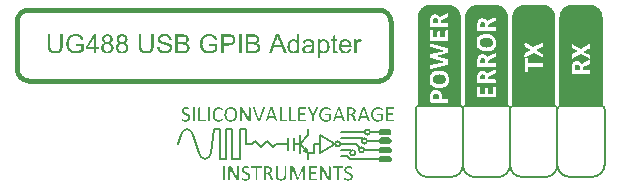
<source format=gto>
G04*
G04 #@! TF.GenerationSoftware,Altium Limited,Altium Designer,25.8.1 (18)*
G04*
G04 Layer_Color=65535*
%FSLAX44Y44*%
%MOMM*%
G71*
G04*
G04 #@! TF.SameCoordinates,660DC164-2CAA-4719-B800-EFC6AEB113B0*
G04*
G04*
G04 #@! TF.FilePolarity,Positive*
G04*
G01*
G75*
%ADD10C,0.2000*%
%ADD11C,0.4000*%
G36*
X310337Y132399D02*
X312157Y131645D01*
X313795Y130551D01*
X315188Y129158D01*
X316282Y127520D01*
X317036Y125700D01*
X317420Y123768D01*
Y122783D01*
Y47783D01*
X309920D01*
Y47783D01*
X289920D01*
Y47783D01*
X282420D01*
X282420Y122783D01*
X282420Y123768D01*
X282805Y125700D01*
X283558Y127520D01*
X284653Y129158D01*
X286046Y130551D01*
X287684Y131645D01*
X289503Y132399D01*
X291435Y132783D01*
X292420Y132783D01*
Y132783D01*
X308405D01*
X310337Y132399D01*
D02*
G37*
G36*
X430337Y132399D02*
X432157Y131645D01*
X433795Y130551D01*
X435188Y129158D01*
X436282Y127520D01*
X437036Y125700D01*
X437420Y123768D01*
Y122783D01*
Y47783D01*
X430752D01*
Y47783D01*
X409089D01*
Y47783D01*
X402420D01*
X402420Y122783D01*
X402420Y123768D01*
X402805Y125700D01*
X403558Y127520D01*
X404653Y129158D01*
X406046Y130551D01*
X407683Y131645D01*
X409503Y132399D01*
X411435Y132783D01*
X412420Y132783D01*
X412420Y132783D01*
X427420D01*
Y132783D01*
X428405D01*
X430337Y132399D01*
D02*
G37*
G36*
X390337D02*
X392157Y131645D01*
X393795Y130551D01*
X395188Y129158D01*
X396282Y127520D01*
X397036Y125700D01*
X397420Y123768D01*
Y122783D01*
Y47783D01*
X389920D01*
Y47783D01*
X369089D01*
Y48033D01*
X362420Y48033D01*
X362420Y122783D01*
X362420Y123768D01*
X362805Y125700D01*
X363558Y127520D01*
X364653Y129158D01*
X366046Y130551D01*
X367683Y131645D01*
X369503Y132399D01*
X371435Y132783D01*
X372420Y132783D01*
X372420Y132783D01*
X387420D01*
Y132783D01*
X388405D01*
X390337Y132399D01*
D02*
G37*
G36*
X350337Y132399D02*
X352157Y131645D01*
X353795Y130551D01*
X355188Y129158D01*
X356282Y127520D01*
X357036Y125700D01*
X357420Y123768D01*
Y122783D01*
X357420Y47783D01*
X349920Y47783D01*
X329920D01*
Y47783D01*
X322420Y47783D01*
Y122783D01*
X322420Y123768D01*
X322804Y125700D01*
X323558Y127520D01*
X324653Y129158D01*
X326046Y130551D01*
X327683Y131645D01*
X329503Y132399D01*
X331435Y132783D01*
X332420Y132783D01*
X332420Y132783D01*
X348405D01*
X350337Y132399D01*
D02*
G37*
G36*
X67719Y108839D02*
X67910Y108822D01*
X68101Y108805D01*
X68326Y108787D01*
X68812Y108718D01*
X69350Y108614D01*
X69887Y108458D01*
X70408Y108267D01*
X70425D01*
X70460Y108232D01*
X70547Y108215D01*
X70634Y108163D01*
X70738Y108094D01*
X70876Y108024D01*
X71171Y107851D01*
X71518Y107608D01*
X71865Y107313D01*
X72195Y106983D01*
X72490Y106584D01*
X72507Y106567D01*
X72524Y106532D01*
X72559Y106480D01*
X72611Y106393D01*
X72663Y106289D01*
X72733Y106168D01*
X72785Y106012D01*
X72871Y105856D01*
X73010Y105491D01*
X73132Y105057D01*
X73236Y104589D01*
X73288Y104069D01*
X71258Y103912D01*
Y103930D01*
X71241Y103982D01*
Y104051D01*
X71223Y104155D01*
X71189Y104294D01*
X71154Y104433D01*
X71050Y104763D01*
X70911Y105127D01*
X70703Y105509D01*
X70460Y105873D01*
X70304Y106029D01*
X70130Y106185D01*
X70113Y106202D01*
X70096Y106220D01*
X70026Y106255D01*
X69957Y106307D01*
X69853Y106359D01*
X69731Y106428D01*
X69593Y106497D01*
X69436Y106584D01*
X69246Y106654D01*
X69037Y106723D01*
X68812Y106792D01*
X68569Y106844D01*
X68292Y106896D01*
X67997Y106931D01*
X67684Y106966D01*
X67181D01*
X67042Y106948D01*
X66886D01*
X66713Y106931D01*
X66505Y106914D01*
X66297Y106879D01*
X65828Y106792D01*
X65377Y106671D01*
X64943Y106497D01*
X64735Y106376D01*
X64562Y106255D01*
X64544D01*
X64527Y106220D01*
X64423Y106133D01*
X64284Y105977D01*
X64128Y105769D01*
X63972Y105526D01*
X63833Y105231D01*
X63729Y104919D01*
X63712Y104745D01*
X63694Y104554D01*
Y104537D01*
Y104520D01*
X63712Y104416D01*
X63729Y104260D01*
X63764Y104069D01*
X63850Y103843D01*
X63955Y103600D01*
X64093Y103375D01*
X64301Y103149D01*
X64336Y103132D01*
X64371Y103097D01*
X64440Y103045D01*
X64527Y102993D01*
X64631Y102941D01*
X64770Y102872D01*
X64926Y102785D01*
X65117Y102698D01*
X65342Y102611D01*
X65602Y102525D01*
X65897Y102421D01*
X66244Y102317D01*
X66609Y102212D01*
X67025Y102091D01*
X67494Y101987D01*
X67528D01*
X67615Y101969D01*
X67736Y101935D01*
X67910Y101883D01*
X68118Y101848D01*
X68361Y101779D01*
X68621Y101727D01*
X68899Y101640D01*
X69489Y101484D01*
X70078Y101328D01*
X70356Y101241D01*
X70599Y101154D01*
X70842Y101067D01*
X71033Y100981D01*
X71050D01*
X71102Y100946D01*
X71171Y100911D01*
X71258Y100859D01*
X71379Y100807D01*
X71518Y100721D01*
X71813Y100530D01*
X72160Y100304D01*
X72490Y100027D01*
X72819Y99697D01*
X72958Y99523D01*
X73097Y99350D01*
Y99333D01*
X73132Y99298D01*
X73166Y99246D01*
X73201Y99177D01*
X73253Y99090D01*
X73305Y98968D01*
X73444Y98691D01*
X73565Y98361D01*
X73669Y97979D01*
X73739Y97546D01*
X73773Y97077D01*
Y97060D01*
Y97025D01*
Y96956D01*
X73756Y96869D01*
Y96748D01*
X73739Y96626D01*
X73687Y96297D01*
X73600Y95932D01*
X73461Y95533D01*
X73270Y95117D01*
X73166Y94892D01*
X73028Y94683D01*
Y94666D01*
X72993Y94631D01*
X72958Y94579D01*
X72889Y94493D01*
X72733Y94302D01*
X72490Y94041D01*
X72195Y93764D01*
X71831Y93469D01*
X71414Y93191D01*
X70928Y92931D01*
X70911D01*
X70859Y92896D01*
X70790Y92879D01*
X70686Y92827D01*
X70564Y92792D01*
X70408Y92740D01*
X70234Y92671D01*
X70026Y92619D01*
X69818Y92567D01*
X69575Y92497D01*
X69055Y92411D01*
X68482Y92341D01*
X67858Y92307D01*
X67650D01*
X67494Y92324D01*
X67303D01*
X67094Y92341D01*
X66852Y92359D01*
X66574Y92393D01*
X66002Y92463D01*
X65394Y92567D01*
X64787Y92723D01*
X64197Y92931D01*
X64180D01*
X64128Y92966D01*
X64058Y93000D01*
X63955Y93053D01*
X63833Y93122D01*
X63694Y93191D01*
X63365Y93399D01*
X63000Y93660D01*
X62619Y93989D01*
X62237Y94371D01*
X61907Y94822D01*
X61890Y94839D01*
X61873Y94874D01*
X61838Y94944D01*
X61786Y95048D01*
X61716Y95169D01*
X61647Y95308D01*
X61560Y95481D01*
X61491Y95672D01*
X61404Y95863D01*
X61335Y96088D01*
X61196Y96592D01*
X61092Y97129D01*
X61057Y97424D01*
X61040Y97719D01*
X63035Y97893D01*
Y97875D01*
Y97841D01*
X63052Y97771D01*
X63070Y97684D01*
X63087Y97580D01*
X63104Y97476D01*
X63174Y97181D01*
X63260Y96869D01*
X63365Y96540D01*
X63503Y96210D01*
X63677Y95898D01*
X63694Y95863D01*
X63781Y95776D01*
X63902Y95638D01*
X64076Y95464D01*
X64301Y95256D01*
X64579Y95065D01*
X64909Y94857D01*
X65290Y94666D01*
X65308D01*
X65342Y94649D01*
X65394Y94631D01*
X65481Y94597D01*
X65585Y94562D01*
X65707Y94510D01*
X65845Y94475D01*
X66002Y94440D01*
X66366Y94354D01*
X66800Y94267D01*
X67251Y94215D01*
X67754Y94198D01*
X67962D01*
X68066Y94215D01*
X68187D01*
X68465Y94250D01*
X68795Y94284D01*
X69159Y94336D01*
X69523Y94423D01*
X69870Y94544D01*
X69887D01*
X69905Y94562D01*
X69957Y94579D01*
X70026Y94614D01*
X70182Y94701D01*
X70391Y94805D01*
X70616Y94944D01*
X70859Y95117D01*
X71067Y95308D01*
X71258Y95533D01*
X71275Y95568D01*
X71327Y95638D01*
X71414Y95776D01*
X71501Y95950D01*
X71570Y96158D01*
X71657Y96383D01*
X71709Y96644D01*
X71726Y96904D01*
Y96921D01*
Y96939D01*
Y97025D01*
X71709Y97181D01*
X71674Y97355D01*
X71622Y97563D01*
X71536Y97789D01*
X71431Y98014D01*
X71275Y98222D01*
X71258Y98240D01*
X71189Y98309D01*
X71085Y98413D01*
X70928Y98552D01*
X70738Y98691D01*
X70477Y98847D01*
X70182Y99003D01*
X69836Y99159D01*
X69801Y99177D01*
X69766Y99194D01*
X69697Y99211D01*
X69627Y99228D01*
X69523Y99263D01*
X69384Y99315D01*
X69246Y99350D01*
X69055Y99402D01*
X68864Y99471D01*
X68621Y99523D01*
X68361Y99593D01*
X68066Y99680D01*
X67754Y99749D01*
X67389Y99853D01*
X66990Y99940D01*
X66973D01*
X66904Y99957D01*
X66782Y99992D01*
X66643Y100027D01*
X66453Y100079D01*
X66244Y100131D01*
X66036Y100200D01*
X65793Y100269D01*
X65273Y100426D01*
X64770Y100599D01*
X64527Y100686D01*
X64301Y100772D01*
X64093Y100859D01*
X63920Y100946D01*
X63902D01*
X63868Y100981D01*
X63816Y101015D01*
X63729Y101050D01*
X63521Y101172D01*
X63278Y101345D01*
X62983Y101571D01*
X62705Y101813D01*
X62428Y102108D01*
X62202Y102421D01*
Y102438D01*
X62185Y102455D01*
X62150Y102507D01*
X62116Y102577D01*
X62029Y102768D01*
X61925Y103010D01*
X61821Y103305D01*
X61734Y103652D01*
X61665Y104034D01*
X61647Y104433D01*
Y104450D01*
Y104485D01*
Y104554D01*
X61665Y104641D01*
Y104745D01*
X61682Y104867D01*
X61734Y105179D01*
X61821Y105526D01*
X61925Y105890D01*
X62098Y106289D01*
X62324Y106688D01*
Y106706D01*
X62358Y106740D01*
X62393Y106792D01*
X62445Y106862D01*
X62619Y107053D01*
X62844Y107295D01*
X63122Y107556D01*
X63469Y107816D01*
X63868Y108076D01*
X64336Y108302D01*
X64353D01*
X64388Y108319D01*
X64475Y108354D01*
X64562Y108388D01*
X64683Y108423D01*
X64839Y108475D01*
X65013Y108527D01*
X65203Y108579D01*
X65412Y108631D01*
X65637Y108683D01*
X66123Y108770D01*
X66678Y108839D01*
X67268Y108857D01*
X67563D01*
X67719Y108839D01*
D02*
G37*
G36*
X105712D02*
X105885Y108822D01*
X106076Y108805D01*
X106301Y108787D01*
X106787Y108718D01*
X107325Y108614D01*
X107863Y108475D01*
X108400Y108284D01*
X108418D01*
X108470Y108267D01*
X108539Y108232D01*
X108626Y108180D01*
X108748Y108128D01*
X108886Y108059D01*
X109199Y107885D01*
X109563Y107660D01*
X109927Y107400D01*
X110274Y107087D01*
X110604Y106723D01*
X110621Y106706D01*
X110639Y106671D01*
X110673Y106619D01*
X110743Y106550D01*
X110795Y106445D01*
X110881Y106324D01*
X110968Y106185D01*
X111055Y106012D01*
X111159Y105838D01*
X111246Y105647D01*
X111350Y105422D01*
X111454Y105196D01*
X111645Y104676D01*
X111818Y104103D01*
X109893Y103583D01*
Y103600D01*
X109875Y103635D01*
X109858Y103704D01*
X109823Y103791D01*
X109788Y103878D01*
X109754Y103999D01*
X109650Y104277D01*
X109511Y104589D01*
X109355Y104901D01*
X109181Y105214D01*
X108990Y105491D01*
X108973Y105526D01*
X108886Y105613D01*
X108765Y105734D01*
X108609Y105908D01*
X108383Y106081D01*
X108123Y106272D01*
X107811Y106445D01*
X107464Y106619D01*
X107446D01*
X107412Y106636D01*
X107360Y106654D01*
X107290Y106688D01*
X107204Y106723D01*
X107082Y106758D01*
X106822Y106844D01*
X106492Y106914D01*
X106128Y106983D01*
X105712Y107035D01*
X105278Y107053D01*
X105035D01*
X104914Y107035D01*
X104757D01*
X104601Y107018D01*
X104410Y107001D01*
X104029Y106948D01*
X103595Y106862D01*
X103179Y106758D01*
X102762Y106601D01*
X102745D01*
X102710Y106584D01*
X102658Y106550D01*
X102589Y106515D01*
X102398Y106428D01*
X102155Y106289D01*
X101878Y106116D01*
X101600Y105908D01*
X101305Y105682D01*
X101045Y105422D01*
X101010Y105387D01*
X100941Y105300D01*
X100819Y105144D01*
X100681Y104953D01*
X100525Y104728D01*
X100351Y104450D01*
X100195Y104155D01*
X100056Y103843D01*
Y103826D01*
X100039Y103774D01*
X100004Y103704D01*
X99969Y103583D01*
X99917Y103444D01*
X99865Y103288D01*
X99813Y103097D01*
X99761Y102889D01*
X99692Y102663D01*
X99640Y102403D01*
X99553Y101866D01*
X99484Y101258D01*
X99449Y100616D01*
Y100599D01*
Y100530D01*
Y100408D01*
X99466Y100269D01*
Y100079D01*
X99484Y99870D01*
X99518Y99628D01*
X99536Y99367D01*
X99622Y98795D01*
X99761Y98205D01*
X99935Y97598D01*
X100177Y97025D01*
X100195Y97008D01*
X100212Y96956D01*
X100247Y96887D01*
X100316Y96782D01*
X100386Y96678D01*
X100490Y96540D01*
X100715Y96227D01*
X101028Y95880D01*
X101392Y95516D01*
X101808Y95186D01*
X102051Y95030D01*
X102311Y94892D01*
X102329D01*
X102381Y94857D01*
X102450Y94822D01*
X102554Y94787D01*
X102693Y94735D01*
X102849Y94666D01*
X103023Y94614D01*
X103213Y94544D01*
X103422Y94475D01*
X103665Y94423D01*
X104168Y94302D01*
X104723Y94232D01*
X105313Y94198D01*
X105451D01*
X105555Y94215D01*
X105677D01*
X105816Y94232D01*
X105972Y94250D01*
X106163Y94267D01*
X106562Y94319D01*
X107013Y94423D01*
X107498Y94544D01*
X107984Y94718D01*
X108001D01*
X108036Y94735D01*
X108106Y94770D01*
X108210Y94805D01*
X108314Y94857D01*
X108435Y94926D01*
X108730Y95065D01*
X109060Y95238D01*
X109389Y95429D01*
X109702Y95620D01*
X109979Y95846D01*
Y98847D01*
X105278D01*
Y100738D01*
X112061D01*
Y94787D01*
X112044Y94770D01*
X111992Y94735D01*
X111905Y94666D01*
X111783Y94579D01*
X111645Y94475D01*
X111471Y94371D01*
X111280Y94232D01*
X111072Y94094D01*
X110847Y93955D01*
X110586Y93799D01*
X110049Y93486D01*
X109459Y93191D01*
X108834Y92931D01*
X108817D01*
X108765Y92896D01*
X108678Y92879D01*
X108539Y92827D01*
X108400Y92792D01*
X108210Y92740D01*
X108019Y92671D01*
X107793Y92619D01*
X107533Y92567D01*
X107273Y92497D01*
X106700Y92411D01*
X106076Y92341D01*
X105434Y92307D01*
X105209D01*
X105035Y92324D01*
X104827Y92341D01*
X104584Y92359D01*
X104306Y92393D01*
X104011Y92428D01*
X103699Y92480D01*
X103352Y92549D01*
X103005Y92636D01*
X102624Y92740D01*
X102259Y92844D01*
X101895Y92983D01*
X101513Y93139D01*
X101149Y93313D01*
X101132Y93330D01*
X101062Y93365D01*
X100958Y93417D01*
X100837Y93504D01*
X100681Y93608D01*
X100490Y93729D01*
X100282Y93885D01*
X100056Y94059D01*
X99831Y94250D01*
X99588Y94475D01*
X99345Y94701D01*
X99102Y94961D01*
X98876Y95256D01*
X98651Y95551D01*
X98425Y95880D01*
X98235Y96227D01*
X98217Y96245D01*
X98200Y96314D01*
X98148Y96418D01*
X98078Y96557D01*
X98009Y96748D01*
X97922Y96956D01*
X97836Y97199D01*
X97749Y97476D01*
X97662Y97771D01*
X97575Y98101D01*
X97488Y98465D01*
X97419Y98829D01*
X97350Y99228D01*
X97298Y99628D01*
X97280Y100061D01*
X97263Y100495D01*
Y100530D01*
Y100599D01*
Y100721D01*
X97280Y100894D01*
X97298Y101102D01*
X97315Y101345D01*
X97350Y101623D01*
X97384Y101917D01*
X97437Y102247D01*
X97506Y102594D01*
X97679Y103323D01*
X97783Y103704D01*
X97922Y104086D01*
X98061Y104468D01*
X98235Y104849D01*
X98252Y104867D01*
X98287Y104936D01*
X98339Y105040D01*
X98408Y105179D01*
X98512Y105352D01*
X98633Y105543D01*
X98790Y105751D01*
X98946Y105994D01*
X99137Y106237D01*
X99345Y106480D01*
X99570Y106723D01*
X99831Y106983D01*
X100091Y107226D01*
X100386Y107452D01*
X100698Y107677D01*
X101028Y107868D01*
X101045Y107885D01*
X101114Y107903D01*
X101218Y107955D01*
X101357Y108024D01*
X101531Y108094D01*
X101739Y108180D01*
X101982Y108267D01*
X102242Y108371D01*
X102537Y108458D01*
X102866Y108545D01*
X103213Y108631D01*
X103595Y108701D01*
X103977Y108770D01*
X104393Y108822D01*
X104827Y108839D01*
X105260Y108857D01*
X105555D01*
X105712Y108839D01*
D02*
G37*
G36*
X-7416Y108839D02*
X-7243Y108822D01*
X-7052Y108805D01*
X-6826Y108787D01*
X-6340Y108718D01*
X-5803Y108614D01*
X-5265Y108475D01*
X-4727Y108284D01*
X-4710D01*
X-4658Y108267D01*
X-4588Y108232D01*
X-4502Y108180D01*
X-4380Y108128D01*
X-4241Y108059D01*
X-3929Y107885D01*
X-3565Y107660D01*
X-3200Y107400D01*
X-2853Y107087D01*
X-2524Y106723D01*
X-2506Y106706D01*
X-2489Y106671D01*
X-2455Y106619D01*
X-2385Y106549D01*
X-2333Y106445D01*
X-2246Y106324D01*
X-2159Y106185D01*
X-2073Y106012D01*
X-1969Y105838D01*
X-1882Y105647D01*
X-1778Y105422D01*
X-1674Y105196D01*
X-1483Y104676D01*
X-1310Y104103D01*
X-3235Y103583D01*
Y103600D01*
X-3252Y103635D01*
X-3270Y103704D01*
X-3304Y103791D01*
X-3339Y103878D01*
X-3374Y103999D01*
X-3478Y104277D01*
X-3617Y104589D01*
X-3773Y104901D01*
X-3946Y105214D01*
X-4137Y105491D01*
X-4155Y105526D01*
X-4241Y105613D01*
X-4363Y105734D01*
X-4519Y105908D01*
X-4744Y106081D01*
X-5005Y106272D01*
X-5317Y106445D01*
X-5664Y106619D01*
X-5681D01*
X-5716Y106636D01*
X-5768Y106653D01*
X-5837Y106688D01*
X-5924Y106723D01*
X-6046Y106758D01*
X-6306Y106844D01*
X-6635Y106914D01*
X-7000Y106983D01*
X-7416Y107035D01*
X-7850Y107052D01*
X-8093D01*
X-8214Y107035D01*
X-8370D01*
X-8526Y107018D01*
X-8717Y107001D01*
X-9099Y106948D01*
X-9532Y106862D01*
X-9949Y106758D01*
X-10365Y106601D01*
X-10383D01*
X-10417Y106584D01*
X-10469Y106549D01*
X-10539Y106515D01*
X-10730Y106428D01*
X-10972Y106289D01*
X-11250Y106116D01*
X-11528Y105908D01*
X-11823Y105682D01*
X-12083Y105422D01*
X-12117Y105387D01*
X-12187Y105300D01*
X-12308Y105144D01*
X-12447Y104953D01*
X-12603Y104728D01*
X-12777Y104450D01*
X-12933Y104155D01*
X-13072Y103843D01*
Y103826D01*
X-13089Y103774D01*
X-13124Y103704D01*
X-13158Y103583D01*
X-13210Y103444D01*
X-13262Y103288D01*
X-13314Y103097D01*
X-13367Y102889D01*
X-13436Y102663D01*
X-13488Y102403D01*
X-13575Y101865D01*
X-13644Y101258D01*
X-13679Y100616D01*
Y100599D01*
Y100530D01*
Y100408D01*
X-13661Y100269D01*
Y100079D01*
X-13644Y99870D01*
X-13609Y99628D01*
X-13592Y99367D01*
X-13505Y98795D01*
X-13367Y98205D01*
X-13193Y97598D01*
X-12950Y97025D01*
X-12933Y97008D01*
X-12915Y96956D01*
X-12881Y96887D01*
X-12811Y96782D01*
X-12742Y96678D01*
X-12638Y96539D01*
X-12412Y96227D01*
X-12100Y95880D01*
X-11736Y95516D01*
X-11319Y95186D01*
X-11077Y95030D01*
X-10816Y94892D01*
X-10799D01*
X-10747Y94857D01*
X-10677Y94822D01*
X-10573Y94787D01*
X-10435Y94735D01*
X-10279Y94666D01*
X-10105Y94614D01*
X-9914Y94544D01*
X-9706Y94475D01*
X-9463Y94423D01*
X-8960Y94302D01*
X-8405Y94232D01*
X-7815Y94198D01*
X-7676D01*
X-7572Y94215D01*
X-7451D01*
X-7312Y94232D01*
X-7156Y94250D01*
X-6965Y94267D01*
X-6566Y94319D01*
X-6115Y94423D01*
X-5629Y94544D01*
X-5143Y94718D01*
X-5126D01*
X-5091Y94735D01*
X-5022Y94770D01*
X-4918Y94805D01*
X-4814Y94857D01*
X-4692Y94926D01*
X-4397Y95065D01*
X-4068Y95238D01*
X-3738Y95429D01*
X-3426Y95620D01*
X-3148Y95846D01*
Y98847D01*
X-7850D01*
Y100738D01*
X-1067D01*
Y94787D01*
X-1084Y94770D01*
X-1136Y94735D01*
X-1223Y94666D01*
X-1344Y94579D01*
X-1483Y94475D01*
X-1656Y94371D01*
X-1847Y94232D01*
X-2055Y94093D01*
X-2281Y93955D01*
X-2541Y93799D01*
X-3079Y93486D01*
X-3669Y93191D01*
X-4293Y92931D01*
X-4311D01*
X-4363Y92896D01*
X-4450Y92879D01*
X-4588Y92827D01*
X-4727Y92792D01*
X-4918Y92740D01*
X-5109Y92671D01*
X-5334Y92619D01*
X-5594Y92567D01*
X-5855Y92497D01*
X-6427Y92411D01*
X-7052Y92341D01*
X-7694Y92307D01*
X-7919D01*
X-8093Y92324D01*
X-8301Y92341D01*
X-8544Y92359D01*
X-8821Y92393D01*
X-9116Y92428D01*
X-9428Y92480D01*
X-9775Y92549D01*
X-10122Y92636D01*
X-10504Y92740D01*
X-10868Y92844D01*
X-11233Y92983D01*
X-11614Y93139D01*
X-11979Y93313D01*
X-11996Y93330D01*
X-12065Y93365D01*
X-12169Y93417D01*
X-12291Y93504D01*
X-12447Y93608D01*
X-12638Y93729D01*
X-12846Y93885D01*
X-13072Y94059D01*
X-13297Y94250D01*
X-13540Y94475D01*
X-13783Y94701D01*
X-14026Y94961D01*
X-14251Y95256D01*
X-14477Y95551D01*
X-14702Y95880D01*
X-14893Y96227D01*
X-14911Y96245D01*
X-14928Y96314D01*
X-14980Y96418D01*
X-15049Y96557D01*
X-15119Y96748D01*
X-15205Y96956D01*
X-15292Y97199D01*
X-15379Y97476D01*
X-15466Y97771D01*
X-15552Y98101D01*
X-15639Y98465D01*
X-15709Y98829D01*
X-15778Y99228D01*
X-15830Y99628D01*
X-15847Y100061D01*
X-15865Y100495D01*
Y100530D01*
Y100599D01*
Y100720D01*
X-15847Y100894D01*
X-15830Y101102D01*
X-15813Y101345D01*
X-15778Y101623D01*
X-15743Y101917D01*
X-15691Y102247D01*
X-15622Y102594D01*
X-15448Y103323D01*
X-15344Y103704D01*
X-15205Y104086D01*
X-15067Y104468D01*
X-14893Y104849D01*
X-14876Y104867D01*
X-14841Y104936D01*
X-14789Y105040D01*
X-14720Y105179D01*
X-14615Y105352D01*
X-14494Y105543D01*
X-14338Y105751D01*
X-14182Y105994D01*
X-13991Y106237D01*
X-13783Y106480D01*
X-13557Y106723D01*
X-13297Y106983D01*
X-13037Y107226D01*
X-12742Y107452D01*
X-12430Y107677D01*
X-12100Y107868D01*
X-12083Y107885D01*
X-12013Y107903D01*
X-11909Y107955D01*
X-11770Y108024D01*
X-11597Y108093D01*
X-11389Y108180D01*
X-11146Y108267D01*
X-10886Y108371D01*
X-10591Y108458D01*
X-10261Y108545D01*
X-9914Y108631D01*
X-9532Y108701D01*
X-9151Y108770D01*
X-8734Y108822D01*
X-8301Y108839D01*
X-7867Y108857D01*
X-7572D01*
X-7416Y108839D01*
D02*
G37*
G36*
X181454Y92567D02*
X179632D01*
Y94024D01*
X179615Y94007D01*
X179580Y93955D01*
X179511Y93868D01*
X179424Y93764D01*
X179303Y93625D01*
X179164Y93486D01*
X179008Y93330D01*
X178817Y93174D01*
X178591Y93001D01*
X178349Y92844D01*
X178088Y92706D01*
X177793Y92584D01*
X177464Y92463D01*
X177134Y92376D01*
X176770Y92324D01*
X176371Y92307D01*
X176232D01*
X176128Y92324D01*
X176007D01*
X175868Y92341D01*
X175712Y92376D01*
X175538Y92411D01*
X175139Y92498D01*
X174705Y92636D01*
X174272Y92827D01*
X174046Y92931D01*
X173821Y93070D01*
X173803Y93087D01*
X173769Y93105D01*
X173717Y93157D01*
X173630Y93209D01*
X173526Y93295D01*
X173422Y93382D01*
X173161Y93625D01*
X172866Y93920D01*
X172572Y94284D01*
X172277Y94718D01*
X172016Y95204D01*
Y95221D01*
X171982Y95273D01*
X171964Y95343D01*
X171912Y95447D01*
X171878Y95568D01*
X171826Y95724D01*
X171756Y95915D01*
X171704Y96106D01*
X171652Y96331D01*
X171583Y96574D01*
X171531Y96834D01*
X171496Y97112D01*
X171427Y97702D01*
X171392Y98344D01*
Y98361D01*
Y98431D01*
Y98517D01*
X171409Y98639D01*
Y98795D01*
X171427Y98968D01*
X171444Y99177D01*
X171461Y99402D01*
X171531Y99888D01*
X171635Y100408D01*
X171773Y100963D01*
X171964Y101501D01*
Y101518D01*
X171999Y101571D01*
X172034Y101640D01*
X172068Y101744D01*
X172138Y101848D01*
X172207Y101987D01*
X172398Y102299D01*
X172641Y102663D01*
X172936Y103011D01*
X173283Y103357D01*
X173699Y103670D01*
X173717Y103687D01*
X173751Y103704D01*
X173821Y103739D01*
X173907Y103791D01*
X174011Y103843D01*
X174150Y103913D01*
X174289Y103982D01*
X174463Y104051D01*
X174844Y104190D01*
X175278Y104312D01*
X175764Y104398D01*
X176024Y104433D01*
X176458D01*
X176666Y104416D01*
X176909Y104381D01*
X177204Y104329D01*
X177516Y104242D01*
X177845Y104138D01*
X178158Y103982D01*
X178175D01*
X178192Y103965D01*
X178296Y103895D01*
X178435Y103808D01*
X178626Y103670D01*
X178834Y103496D01*
X179060Y103305D01*
X179285Y103080D01*
X179494Y102820D01*
Y108579D01*
X181454D01*
Y92567D01*
D02*
G37*
G36*
X202376Y104416D02*
X202514D01*
X202671Y104398D01*
X202827Y104364D01*
X203018Y104329D01*
X203434Y104242D01*
X203868Y104103D01*
X204319Y103913D01*
X204544Y103791D01*
X204752Y103652D01*
X204770D01*
X204804Y103618D01*
X204856Y103566D01*
X204943Y103514D01*
X205152Y103340D01*
X205394Y103097D01*
X205672Y102785D01*
X205967Y102421D01*
X206227Y101987D01*
X206470Y101501D01*
Y101484D01*
X206487Y101432D01*
X206522Y101362D01*
X206557Y101258D01*
X206609Y101137D01*
X206661Y100981D01*
X206713Y100790D01*
X206765Y100599D01*
X206817Y100373D01*
X206869Y100148D01*
X206973Y99628D01*
X207042Y99055D01*
X207060Y98448D01*
Y98431D01*
Y98361D01*
Y98274D01*
X207042Y98153D01*
Y97997D01*
X207025Y97806D01*
X207008Y97598D01*
X206973Y97372D01*
X206904Y96887D01*
X206782Y96349D01*
X206626Y95794D01*
X206418Y95239D01*
Y95221D01*
X206383Y95169D01*
X206348Y95100D01*
X206296Y95013D01*
X206227Y94892D01*
X206158Y94753D01*
X205949Y94440D01*
X205689Y94076D01*
X205360Y93712D01*
X204995Y93365D01*
X204562Y93053D01*
X204544D01*
X204510Y93018D01*
X204440Y92983D01*
X204353Y92931D01*
X204232Y92879D01*
X204111Y92810D01*
X203954Y92758D01*
X203781Y92688D01*
X203399Y92549D01*
X202966Y92428D01*
X202497Y92341D01*
X202254Y92324D01*
X201994Y92307D01*
X201821D01*
X201647Y92324D01*
X201404Y92359D01*
X201127Y92411D01*
X200832Y92480D01*
X200520Y92567D01*
X200225Y92706D01*
X200190Y92723D01*
X200103Y92775D01*
X199947Y92879D01*
X199774Y93001D01*
X199565Y93139D01*
X199357Y93330D01*
X199149Y93538D01*
X198958Y93764D01*
Y88126D01*
X196998D01*
Y104173D01*
X198785D01*
Y102663D01*
X198819Y102681D01*
X198889Y102785D01*
X199028Y102958D01*
X199201Y103149D01*
X199409Y103357D01*
X199652Y103583D01*
X199912Y103791D01*
X200207Y103982D01*
X200225D01*
X200242Y103999D01*
X200346Y104051D01*
X200520Y104121D01*
X200745Y104207D01*
X201023Y104294D01*
X201352Y104364D01*
X201734Y104416D01*
X202133Y104433D01*
X202272D01*
X202376Y104416D01*
D02*
G37*
G36*
X232510D02*
X232596D01*
X232700Y104398D01*
X232961Y104346D01*
X233273Y104277D01*
X233603Y104155D01*
X233984Y103999D01*
X234366Y103791D01*
X233672Y101970D01*
X233637Y101987D01*
X233550Y102039D01*
X233412Y102108D01*
X233221Y102195D01*
X233013Y102264D01*
X232770Y102334D01*
X232510Y102386D01*
X232232Y102403D01*
X232128D01*
X232006Y102386D01*
X231850Y102351D01*
X231660Y102299D01*
X231469Y102230D01*
X231278Y102143D01*
X231070Y102004D01*
X231052Y101987D01*
X230983Y101935D01*
X230896Y101848D01*
X230792Y101727D01*
X230671Y101571D01*
X230549Y101397D01*
X230445Y101172D01*
X230341Y100929D01*
Y100911D01*
X230324Y100877D01*
X230306Y100825D01*
X230289Y100755D01*
X230272Y100651D01*
X230237Y100530D01*
X230185Y100252D01*
X230133Y99905D01*
X230081Y99523D01*
X230046Y99090D01*
X230029Y98639D01*
Y92567D01*
X228068D01*
Y104173D01*
X229838D01*
Y102421D01*
X229873Y102455D01*
X229907Y102525D01*
X229959Y102594D01*
X230081Y102820D01*
X230254Y103062D01*
X230445Y103340D01*
X230653Y103618D01*
X230861Y103843D01*
X230983Y103947D01*
X231087Y104034D01*
X231122Y104051D01*
X231191Y104103D01*
X231313Y104155D01*
X231451Y104242D01*
X231642Y104312D01*
X231850Y104364D01*
X232093Y104416D01*
X232336Y104433D01*
X232440D01*
X232510Y104416D01*
D02*
G37*
G36*
X58212Y99333D02*
Y99298D01*
Y99228D01*
Y99107D01*
Y98934D01*
X58195Y98725D01*
X58177Y98500D01*
X58160Y98240D01*
X58143Y97945D01*
X58073Y97338D01*
X57987Y96696D01*
X57848Y96071D01*
X57761Y95776D01*
X57657Y95499D01*
Y95481D01*
X57640Y95429D01*
X57605Y95360D01*
X57553Y95256D01*
X57484Y95134D01*
X57414Y94996D01*
X57206Y94683D01*
X57085Y94493D01*
X56946Y94319D01*
X56772Y94111D01*
X56599Y93920D01*
X56391Y93729D01*
X56182Y93538D01*
X55940Y93365D01*
X55679Y93191D01*
X55662Y93174D01*
X55610Y93157D01*
X55541Y93105D01*
X55419Y93053D01*
X55280Y92983D01*
X55107Y92914D01*
X54916Y92827D01*
X54673Y92758D01*
X54430Y92671D01*
X54153Y92584D01*
X53840Y92515D01*
X53511Y92445D01*
X53147Y92393D01*
X52765Y92341D01*
X52366Y92324D01*
X51950Y92307D01*
X51724D01*
X51568Y92324D01*
X51377D01*
X51169Y92341D01*
X50909Y92376D01*
X50648Y92411D01*
X50058Y92497D01*
X49434Y92636D01*
X48827Y92827D01*
X48532Y92931D01*
X48254Y93070D01*
X48237Y93087D01*
X48185Y93105D01*
X48116Y93157D01*
X48029Y93209D01*
X47907Y93295D01*
X47769Y93399D01*
X47630Y93504D01*
X47474Y93642D01*
X47127Y93955D01*
X46797Y94336D01*
X46485Y94787D01*
X46346Y95048D01*
X46225Y95308D01*
Y95325D01*
X46207Y95377D01*
X46173Y95464D01*
X46138Y95585D01*
X46086Y95724D01*
X46034Y95915D01*
X45982Y96123D01*
X45930Y96366D01*
X45860Y96644D01*
X45808Y96939D01*
X45756Y97268D01*
X45722Y97633D01*
X45669Y98014D01*
X45652Y98431D01*
X45617Y98864D01*
Y99333D01*
Y108579D01*
X47734D01*
Y99333D01*
Y99315D01*
Y99246D01*
Y99142D01*
Y98986D01*
X47751Y98812D01*
Y98621D01*
X47769Y98396D01*
X47786Y98170D01*
X47821Y97667D01*
X47890Y97164D01*
X47994Y96678D01*
X48046Y96453D01*
X48116Y96262D01*
Y96245D01*
X48133Y96227D01*
X48150Y96175D01*
X48185Y96106D01*
X48289Y95915D01*
X48428Y95707D01*
X48601Y95447D01*
X48827Y95204D01*
X49104Y94961D01*
X49434Y94735D01*
X49451D01*
X49486Y94718D01*
X49538Y94683D01*
X49608Y94649D01*
X49694Y94614D01*
X49816Y94579D01*
X49937Y94527D01*
X50076Y94475D01*
X50423Y94388D01*
X50822Y94302D01*
X51273Y94232D01*
X51759Y94215D01*
X51984D01*
X52140Y94232D01*
X52331Y94250D01*
X52557Y94267D01*
X52800Y94302D01*
X53060Y94354D01*
X53598Y94475D01*
X53875Y94562D01*
X54153Y94666D01*
X54413Y94787D01*
X54656Y94926D01*
X54881Y95082D01*
X55090Y95273D01*
X55107Y95290D01*
X55142Y95325D01*
X55176Y95395D01*
X55246Y95481D01*
X55315Y95603D01*
X55402Y95759D01*
X55506Y95950D01*
X55593Y96175D01*
X55679Y96435D01*
X55784Y96730D01*
X55870Y97060D01*
X55940Y97424D01*
X56009Y97841D01*
X56061Y98292D01*
X56078Y98795D01*
X56096Y99333D01*
Y108579D01*
X58212D01*
Y99333D01*
D02*
G37*
G36*
X-18866Y99333D02*
Y99298D01*
Y99228D01*
Y99107D01*
Y98934D01*
X-18883Y98725D01*
X-18901Y98500D01*
X-18918Y98240D01*
X-18935Y97945D01*
X-19005Y97338D01*
X-19091Y96696D01*
X-19230Y96071D01*
X-19317Y95776D01*
X-19421Y95499D01*
Y95481D01*
X-19438Y95429D01*
X-19473Y95360D01*
X-19525Y95256D01*
X-19595Y95134D01*
X-19664Y94995D01*
X-19872Y94683D01*
X-19993Y94492D01*
X-20132Y94319D01*
X-20306Y94111D01*
X-20479Y93920D01*
X-20687Y93729D01*
X-20896Y93538D01*
X-21139Y93365D01*
X-21399Y93191D01*
X-21416Y93174D01*
X-21468Y93157D01*
X-21537Y93105D01*
X-21659Y93053D01*
X-21798Y92983D01*
X-21971Y92914D01*
X-22162Y92827D01*
X-22405Y92758D01*
X-22648Y92671D01*
X-22925Y92584D01*
X-23238Y92515D01*
X-23567Y92445D01*
X-23932Y92393D01*
X-24313Y92341D01*
X-24712Y92324D01*
X-25129Y92307D01*
X-25354D01*
X-25510Y92324D01*
X-25701D01*
X-25909Y92341D01*
X-26169Y92376D01*
X-26430Y92411D01*
X-27020Y92497D01*
X-27644Y92636D01*
X-28251Y92827D01*
X-28546Y92931D01*
X-28824Y93070D01*
X-28841Y93087D01*
X-28893Y93105D01*
X-28963Y93157D01*
X-29049Y93209D01*
X-29171Y93295D01*
X-29309Y93399D01*
X-29448Y93504D01*
X-29604Y93642D01*
X-29951Y93955D01*
X-30281Y94336D01*
X-30593Y94787D01*
X-30732Y95048D01*
X-30854Y95308D01*
Y95325D01*
X-30871Y95377D01*
X-30905Y95464D01*
X-30940Y95585D01*
X-30992Y95724D01*
X-31044Y95915D01*
X-31096Y96123D01*
X-31148Y96366D01*
X-31218Y96644D01*
X-31270Y96938D01*
X-31322Y97268D01*
X-31357Y97633D01*
X-31409Y98014D01*
X-31426Y98431D01*
X-31461Y98864D01*
Y99333D01*
Y108579D01*
X-29344D01*
Y99333D01*
Y99315D01*
Y99246D01*
Y99142D01*
Y98986D01*
X-29327Y98812D01*
Y98621D01*
X-29309Y98396D01*
X-29292Y98170D01*
X-29257Y97667D01*
X-29188Y97164D01*
X-29084Y96678D01*
X-29032Y96453D01*
X-28963Y96262D01*
Y96245D01*
X-28945Y96227D01*
X-28928Y96175D01*
X-28893Y96106D01*
X-28789Y95915D01*
X-28650Y95707D01*
X-28477Y95447D01*
X-28251Y95204D01*
X-27974Y94961D01*
X-27644Y94735D01*
X-27627D01*
X-27592Y94718D01*
X-27540Y94683D01*
X-27471Y94649D01*
X-27384Y94614D01*
X-27262Y94579D01*
X-27141Y94527D01*
X-27002Y94475D01*
X-26655Y94388D01*
X-26256Y94302D01*
X-25805Y94232D01*
X-25319Y94215D01*
X-25094D01*
X-24938Y94232D01*
X-24747Y94250D01*
X-24521Y94267D01*
X-24279Y94302D01*
X-24018Y94354D01*
X-23481Y94475D01*
X-23203Y94562D01*
X-22925Y94666D01*
X-22665Y94787D01*
X-22422Y94926D01*
X-22197Y95082D01*
X-21988Y95273D01*
X-21971Y95290D01*
X-21937Y95325D01*
X-21902Y95395D01*
X-21832Y95481D01*
X-21763Y95603D01*
X-21676Y95759D01*
X-21572Y95950D01*
X-21485Y96175D01*
X-21399Y96435D01*
X-21295Y96730D01*
X-21208Y97060D01*
X-21139Y97424D01*
X-21069Y97841D01*
X-21017Y98292D01*
X-21000Y98795D01*
X-20982Y99333D01*
Y108579D01*
X-18866D01*
Y99333D01*
D02*
G37*
G36*
X189833Y104416D02*
X189989D01*
X190319Y104381D01*
X190700Y104346D01*
X191099Y104277D01*
X191498Y104190D01*
X191863Y104069D01*
X191880D01*
X191897Y104051D01*
X191950Y104034D01*
X192019Y103999D01*
X192175Y103930D01*
X192383Y103826D01*
X192609Y103704D01*
X192834Y103548D01*
X193042Y103375D01*
X193233Y103184D01*
X193251Y103167D01*
X193303Y103097D01*
X193389Y102976D01*
X193476Y102820D01*
X193580Y102629D01*
X193684Y102403D01*
X193788Y102143D01*
X193858Y101848D01*
Y101831D01*
X193875Y101744D01*
X193892Y101623D01*
X193910Y101432D01*
X193927Y101189D01*
X193944Y100877D01*
Y100686D01*
X193962Y100495D01*
Y100287D01*
Y100044D01*
Y97424D01*
Y97390D01*
Y97303D01*
Y97164D01*
Y96991D01*
Y96765D01*
Y96522D01*
X193979Y96245D01*
Y95967D01*
X193997Y95377D01*
Y95082D01*
X194014Y94805D01*
X194031Y94544D01*
X194049Y94319D01*
X194066Y94111D01*
X194083Y93955D01*
Y93920D01*
X194101Y93833D01*
X194135Y93694D01*
X194187Y93504D01*
X194257Y93295D01*
X194343Y93070D01*
X194448Y92810D01*
X194569Y92567D01*
X192522D01*
X192505Y92601D01*
X192470Y92671D01*
X192418Y92810D01*
X192366Y92983D01*
X192296Y93191D01*
X192227Y93434D01*
X192175Y93712D01*
X192140Y94024D01*
X192123Y94007D01*
X192088Y93989D01*
X192036Y93937D01*
X191950Y93868D01*
X191845Y93799D01*
X191741Y93694D01*
X191464Y93504D01*
X191134Y93278D01*
X190787Y93053D01*
X190406Y92862D01*
X190024Y92688D01*
X190007D01*
X189972Y92671D01*
X189920Y92654D01*
X189850Y92636D01*
X189764Y92601D01*
X189642Y92567D01*
X189382Y92498D01*
X189052Y92428D01*
X188688Y92359D01*
X188289Y92324D01*
X187855Y92307D01*
X187665D01*
X187543Y92324D01*
X187387Y92341D01*
X187196Y92359D01*
X186988Y92376D01*
X186780Y92428D01*
X186294Y92532D01*
X185808Y92688D01*
X185583Y92792D01*
X185340Y92931D01*
X185132Y93070D01*
X184923Y93226D01*
X184906Y93243D01*
X184871Y93278D01*
X184837Y93330D01*
X184767Y93400D01*
X184681Y93486D01*
X184594Y93608D01*
X184507Y93729D01*
X184420Y93885D01*
X184230Y94215D01*
X184056Y94631D01*
X183987Y94857D01*
X183952Y95100D01*
X183917Y95360D01*
X183900Y95620D01*
Y95638D01*
Y95655D01*
Y95759D01*
X183917Y95932D01*
X183952Y96141D01*
X183987Y96383D01*
X184056Y96644D01*
X184160Y96904D01*
X184282Y97182D01*
X184299Y97216D01*
X184351Y97303D01*
X184438Y97424D01*
X184559Y97598D01*
X184698Y97771D01*
X184871Y97962D01*
X185062Y98136D01*
X185288Y98309D01*
X185322Y98326D01*
X185409Y98378D01*
X185531Y98465D01*
X185704Y98552D01*
X185912Y98656D01*
X186155Y98760D01*
X186433Y98864D01*
X186710Y98951D01*
X186745D01*
X186814Y98986D01*
X186953Y99003D01*
X187144Y99055D01*
X187387Y99090D01*
X187699Y99142D01*
X188046Y99194D01*
X188463Y99246D01*
X188497D01*
X188567Y99263D01*
X188688Y99281D01*
X188844Y99298D01*
X189052Y99333D01*
X189278Y99367D01*
X189521Y99402D01*
X189798Y99437D01*
X190371Y99541D01*
X190943Y99662D01*
X191221Y99732D01*
X191498Y99801D01*
X191741Y99870D01*
X191967Y99940D01*
Y99957D01*
Y100009D01*
Y100079D01*
X191984Y100148D01*
Y100322D01*
Y100391D01*
Y100443D01*
Y100460D01*
Y100495D01*
Y100564D01*
Y100634D01*
X191950Y100842D01*
X191915Y101102D01*
X191845Y101380D01*
X191741Y101657D01*
X191602Y101917D01*
X191412Y102126D01*
X191377Y102160D01*
X191342Y102195D01*
X191273Y102230D01*
X191186Y102282D01*
X191099Y102334D01*
X190856Y102473D01*
X190544Y102594D01*
X190163Y102698D01*
X189712Y102768D01*
X189191Y102802D01*
X188966D01*
X188844Y102785D01*
X188723D01*
X188410Y102750D01*
X188081Y102681D01*
X187751Y102594D01*
X187422Y102473D01*
X187144Y102317D01*
X187109Y102299D01*
X187040Y102230D01*
X186919Y102091D01*
X186780Y101917D01*
X186624Y101692D01*
X186450Y101380D01*
X186311Y101033D01*
X186242Y100825D01*
X186173Y100599D01*
X184247Y100859D01*
Y100877D01*
X184264Y100911D01*
X184282Y100981D01*
X184299Y101067D01*
X184334Y101172D01*
X184368Y101293D01*
X184455Y101571D01*
X184576Y101883D01*
X184715Y102212D01*
X184889Y102542D01*
X185097Y102837D01*
Y102854D01*
X185132Y102872D01*
X185218Y102958D01*
X185357Y103097D01*
X185548Y103271D01*
X185791Y103462D01*
X186086Y103652D01*
X186433Y103843D01*
X186832Y104017D01*
X186849D01*
X186884Y104034D01*
X186953Y104051D01*
X187040Y104086D01*
X187144Y104121D01*
X187265Y104155D01*
X187422Y104190D01*
X187595Y104225D01*
X187769Y104260D01*
X187977Y104294D01*
X188428Y104364D01*
X188931Y104416D01*
X189469Y104433D01*
X189712D01*
X189833Y104416D01*
D02*
G37*
G36*
X170681Y92567D02*
X168269D01*
X166413Y97407D01*
X159682Y97407D01*
X157947Y92567D01*
X155709D01*
X161833Y108579D01*
X164123D01*
X170681Y92567D01*
D02*
G37*
G36*
X142681Y108562D02*
X142871D01*
X143062Y108545D01*
X143288Y108510D01*
X143739Y108458D01*
X144242Y108371D01*
X144710Y108250D01*
X145161Y108076D01*
X145179D01*
X145213Y108059D01*
X145266Y108024D01*
X145352Y107989D01*
X145543Y107868D01*
X145803Y107712D01*
X146081Y107504D01*
X146358Y107243D01*
X146636Y106931D01*
X146896Y106584D01*
Y106567D01*
X146931Y106532D01*
X146948Y106480D01*
X147000Y106411D01*
X147052Y106324D01*
X147104Y106202D01*
X147226Y105942D01*
X147330Y105630D01*
X147434Y105266D01*
X147503Y104884D01*
X147538Y104468D01*
Y104450D01*
Y104416D01*
Y104364D01*
Y104294D01*
X147503Y104103D01*
X147469Y103843D01*
X147399Y103548D01*
X147295Y103219D01*
X147156Y102889D01*
X146966Y102542D01*
Y102525D01*
X146948Y102507D01*
X146913Y102455D01*
X146861Y102386D01*
X146740Y102230D01*
X146549Y102022D01*
X146324Y101796D01*
X146029Y101553D01*
X145699Y101310D01*
X145300Y101085D01*
X145317D01*
X145370Y101067D01*
X145439Y101033D01*
X145543Y100998D01*
X145665Y100946D01*
X145803Y100894D01*
X146116Y100738D01*
X146480Y100547D01*
X146844Y100287D01*
X147208Y99992D01*
X147521Y99628D01*
X147538Y99610D01*
X147555Y99576D01*
X147590Y99523D01*
X147642Y99454D01*
X147712Y99350D01*
X147781Y99228D01*
X147850Y99090D01*
X147920Y98934D01*
X148059Y98587D01*
X148197Y98170D01*
X148284Y97702D01*
X148319Y97459D01*
Y97199D01*
Y97181D01*
Y97147D01*
Y97095D01*
Y97008D01*
X148301Y96904D01*
Y96800D01*
X148267Y96522D01*
X148197Y96193D01*
X148111Y95846D01*
X147989Y95464D01*
X147833Y95100D01*
Y95082D01*
X147816Y95065D01*
X147781Y95013D01*
X147746Y94944D01*
X147642Y94770D01*
X147503Y94562D01*
X147347Y94319D01*
X147139Y94076D01*
X146913Y93833D01*
X146653Y93608D01*
X146619Y93590D01*
X146532Y93521D01*
X146376Y93434D01*
X146168Y93313D01*
X145925Y93191D01*
X145630Y93053D01*
X145283Y92931D01*
X144901Y92827D01*
X144884D01*
X144849Y92810D01*
X144797D01*
X144710Y92792D01*
X144606Y92775D01*
X144485Y92740D01*
X144346Y92723D01*
X144190Y92706D01*
X144016Y92671D01*
X143808Y92654D01*
X143375Y92601D01*
X142871Y92584D01*
X142316Y92567D01*
X136227D01*
Y108579D01*
X142524D01*
X142681Y108562D01*
D02*
G37*
G36*
X132584Y92567D02*
X130468D01*
Y108579D01*
X132584D01*
Y92567D01*
D02*
G37*
G36*
X122123Y108562D02*
X122522Y108545D01*
X122921Y108510D01*
X123303Y108475D01*
X123493Y108458D01*
X123650Y108423D01*
X123667D01*
X123702Y108406D01*
X123771D01*
X123840Y108388D01*
X123945Y108354D01*
X124066Y108336D01*
X124344Y108250D01*
X124656Y108146D01*
X124985Y108007D01*
X125315Y107851D01*
X125627Y107660D01*
X125645D01*
X125662Y107642D01*
X125766Y107556D01*
X125905Y107434D01*
X126096Y107261D01*
X126286Y107053D01*
X126512Y106775D01*
X126720Y106480D01*
X126911Y106116D01*
Y106098D01*
X126928Y106064D01*
X126963Y106012D01*
X126998Y105942D01*
X127032Y105856D01*
X127067Y105734D01*
X127171Y105474D01*
X127258Y105144D01*
X127345Y104780D01*
X127397Y104364D01*
X127414Y103930D01*
Y103912D01*
Y103843D01*
Y103739D01*
X127397Y103583D01*
X127380Y103409D01*
X127345Y103219D01*
X127310Y102993D01*
X127258Y102733D01*
X127189Y102473D01*
X127102Y102195D01*
X126998Y101917D01*
X126859Y101623D01*
X126720Y101328D01*
X126547Y101033D01*
X126339Y100755D01*
X126113Y100478D01*
X126096Y100460D01*
X126044Y100426D01*
X125974Y100356D01*
X125853Y100252D01*
X125714Y100148D01*
X125523Y100027D01*
X125298Y99905D01*
X125037Y99784D01*
X124725Y99645D01*
X124396Y99523D01*
X123997Y99402D01*
X123580Y99298D01*
X123095Y99211D01*
X122574Y99142D01*
X122019Y99090D01*
X121394Y99072D01*
X117300D01*
Y92567D01*
X115184D01*
Y108579D01*
X121776D01*
X122123Y108562D01*
D02*
G37*
G36*
X83020D02*
X83211D01*
X83402Y108545D01*
X83627Y108510D01*
X84078Y108458D01*
X84581Y108371D01*
X85050Y108250D01*
X85501Y108076D01*
X85518D01*
X85553Y108059D01*
X85605Y108024D01*
X85692Y107989D01*
X85883Y107868D01*
X86143Y107712D01*
X86420Y107504D01*
X86698Y107243D01*
X86975Y106931D01*
X87236Y106584D01*
Y106567D01*
X87270Y106532D01*
X87288Y106480D01*
X87340Y106411D01*
X87392Y106324D01*
X87444Y106202D01*
X87565Y105942D01*
X87669Y105630D01*
X87774Y105266D01*
X87843Y104884D01*
X87878Y104468D01*
Y104450D01*
Y104416D01*
Y104364D01*
Y104294D01*
X87843Y104103D01*
X87808Y103843D01*
X87739Y103548D01*
X87635Y103219D01*
X87496Y102889D01*
X87305Y102542D01*
Y102525D01*
X87288Y102507D01*
X87253Y102455D01*
X87201Y102386D01*
X87080Y102230D01*
X86889Y102022D01*
X86663Y101796D01*
X86368Y101553D01*
X86039Y101310D01*
X85640Y101085D01*
X85657D01*
X85709Y101067D01*
X85779Y101033D01*
X85883Y100998D01*
X86004Y100946D01*
X86143Y100894D01*
X86455Y100738D01*
X86819Y100547D01*
X87184Y100287D01*
X87548Y99992D01*
X87860Y99628D01*
X87878Y99610D01*
X87895Y99576D01*
X87930Y99523D01*
X87982Y99454D01*
X88051Y99350D01*
X88120Y99228D01*
X88190Y99090D01*
X88259Y98934D01*
X88398Y98587D01*
X88537Y98170D01*
X88624Y97702D01*
X88658Y97459D01*
Y97199D01*
Y97181D01*
Y97147D01*
Y97095D01*
Y97008D01*
X88641Y96904D01*
Y96800D01*
X88606Y96522D01*
X88537Y96193D01*
X88450Y95846D01*
X88329Y95464D01*
X88173Y95100D01*
Y95082D01*
X88155Y95065D01*
X88120Y95013D01*
X88086Y94944D01*
X87982Y94770D01*
X87843Y94562D01*
X87687Y94319D01*
X87479Y94076D01*
X87253Y93833D01*
X86993Y93608D01*
X86958Y93590D01*
X86871Y93521D01*
X86715Y93434D01*
X86507Y93313D01*
X86264Y93191D01*
X85969Y93053D01*
X85622Y92931D01*
X85241Y92827D01*
X85223D01*
X85189Y92810D01*
X85137D01*
X85050Y92792D01*
X84946Y92775D01*
X84824Y92740D01*
X84686Y92723D01*
X84529Y92706D01*
X84356Y92671D01*
X84148Y92654D01*
X83714Y92601D01*
X83211Y92584D01*
X82656Y92567D01*
X76567D01*
Y108579D01*
X82864D01*
X83020Y108562D01*
D02*
G37*
G36*
X9533Y98205D02*
X11702D01*
Y96401D01*
X9533D01*
Y92567D01*
X7573D01*
Y96401D01*
X599D01*
Y98205D01*
X7920Y108579D01*
X9533D01*
Y98205D01*
D02*
G37*
G36*
X211726Y104173D02*
X213722D01*
Y102646D01*
X211726D01*
Y95846D01*
Y95828D01*
Y95811D01*
Y95707D01*
Y95568D01*
X211744Y95395D01*
Y95221D01*
X211779Y95048D01*
X211796Y94892D01*
X211831Y94770D01*
Y94753D01*
X211848Y94735D01*
X211917Y94631D01*
X212021Y94510D01*
X212160Y94388D01*
X212178D01*
X212212Y94371D01*
X212264Y94354D01*
X212334Y94319D01*
X212438Y94302D01*
X212542Y94267D01*
X212681Y94250D01*
X212976D01*
X213080Y94267D01*
X213201D01*
X213357Y94284D01*
X213531Y94302D01*
X213722Y94319D01*
X213982Y92584D01*
X213947D01*
X213843Y92549D01*
X213687Y92532D01*
X213479Y92498D01*
X213253Y92463D01*
X213010Y92445D01*
X212490Y92411D01*
X212316D01*
X212125Y92428D01*
X211883Y92445D01*
X211605Y92498D01*
X211327Y92549D01*
X211067Y92636D01*
X210824Y92740D01*
X210807Y92758D01*
X210738Y92810D01*
X210634Y92879D01*
X210495Y92983D01*
X210356Y93105D01*
X210217Y93261D01*
X210096Y93434D01*
X209992Y93625D01*
X209974Y93660D01*
X209957Y93747D01*
X209940Y93816D01*
X209922Y93903D01*
X209905Y94007D01*
X209888Y94128D01*
X209853Y94267D01*
X209835Y94440D01*
X209818Y94631D01*
X209801Y94839D01*
X209783Y95082D01*
Y95343D01*
X209766Y95638D01*
Y95950D01*
Y102646D01*
X208309D01*
Y104173D01*
X209766D01*
Y107035D01*
X211726Y108215D01*
Y104173D01*
D02*
G37*
G36*
X220626Y104416D02*
X220782D01*
X220990Y104381D01*
X221216Y104346D01*
X221476Y104294D01*
X221754Y104242D01*
X222049Y104155D01*
X222344Y104051D01*
X222673Y103913D01*
X222985Y103756D01*
X223298Y103583D01*
X223610Y103357D01*
X223922Y103115D01*
X224200Y102837D01*
X224217Y102820D01*
X224269Y102768D01*
X224339Y102681D01*
X224425Y102542D01*
X224547Y102386D01*
X224668Y102195D01*
X224807Y101952D01*
X224946Y101692D01*
X225067Y101397D01*
X225206Y101067D01*
X225327Y100703D01*
X225449Y100304D01*
X225536Y99870D01*
X225605Y99402D01*
X225657Y98916D01*
X225674Y98396D01*
Y98361D01*
Y98274D01*
Y98101D01*
X225657Y97875D01*
X217000D01*
Y97858D01*
Y97789D01*
X217018Y97685D01*
X217035Y97563D01*
X217052Y97390D01*
X217087Y97216D01*
X217122Y97008D01*
X217174Y96783D01*
X217313Y96314D01*
X217503Y95811D01*
X217625Y95585D01*
X217746Y95343D01*
X217902Y95134D01*
X218076Y94926D01*
X218093Y94909D01*
X218128Y94892D01*
X218180Y94839D01*
X218249Y94770D01*
X218353Y94701D01*
X218458Y94614D01*
X218596Y94510D01*
X218752Y94423D01*
X219099Y94232D01*
X219516Y94076D01*
X219741Y94007D01*
X219984Y93972D01*
X220244Y93937D01*
X220505Y93920D01*
X220609D01*
X220678Y93937D01*
X220886Y93955D01*
X221147Y93989D01*
X221424Y94059D01*
X221736Y94163D01*
X222049Y94284D01*
X222344Y94475D01*
X222361D01*
X222378Y94510D01*
X222465Y94579D01*
X222604Y94718D01*
X222777Y94926D01*
X222968Y95169D01*
X223176Y95499D01*
X223384Y95880D01*
X223558Y96314D01*
X225605Y96054D01*
Y96037D01*
X225588Y95967D01*
X225553Y95880D01*
X225501Y95759D01*
X225449Y95603D01*
X225380Y95429D01*
X225293Y95239D01*
X225206Y95030D01*
X224963Y94597D01*
X224651Y94128D01*
X224460Y93903D01*
X224269Y93677D01*
X224061Y93469D01*
X223818Y93278D01*
X223801Y93261D01*
X223766Y93243D01*
X223679Y93191D01*
X223593Y93122D01*
X223454Y93053D01*
X223298Y92966D01*
X223124Y92879D01*
X222916Y92792D01*
X222691Y92706D01*
X222430Y92619D01*
X222170Y92532D01*
X221875Y92463D01*
X221563Y92393D01*
X221233Y92341D01*
X220869Y92324D01*
X220505Y92307D01*
X220401D01*
X220262Y92324D01*
X220088D01*
X219863Y92359D01*
X219620Y92393D01*
X219342Y92445D01*
X219047Y92498D01*
X218735Y92584D01*
X218405Y92688D01*
X218058Y92810D01*
X217729Y92966D01*
X217382Y93139D01*
X217070Y93348D01*
X216757Y93590D01*
X216462Y93868D01*
X216445Y93885D01*
X216393Y93937D01*
X216324Y94024D01*
X216237Y94163D01*
X216115Y94319D01*
X215994Y94510D01*
X215855Y94735D01*
X215734Y94996D01*
X215595Y95290D01*
X215456Y95620D01*
X215335Y95984D01*
X215213Y96383D01*
X215127Y96800D01*
X215057Y97251D01*
X215005Y97737D01*
X214988Y98257D01*
Y98292D01*
Y98378D01*
X215005Y98535D01*
Y98743D01*
X215040Y98986D01*
X215075Y99263D01*
X215109Y99593D01*
X215179Y99923D01*
X215248Y100287D01*
X215352Y100651D01*
X215474Y101033D01*
X215612Y101414D01*
X215786Y101779D01*
X215994Y102143D01*
X216220Y102490D01*
X216480Y102802D01*
X216497Y102820D01*
X216549Y102872D01*
X216636Y102958D01*
X216757Y103062D01*
X216896Y103184D01*
X217087Y103323D01*
X217295Y103462D01*
X217538Y103618D01*
X217798Y103774D01*
X218093Y103913D01*
X218423Y104051D01*
X218770Y104173D01*
X219151Y104277D01*
X219533Y104364D01*
X219967Y104416D01*
X220401Y104433D01*
X220505D01*
X220626Y104416D01*
D02*
G37*
G36*
X31687Y108614D02*
X31860Y108597D01*
X32069Y108562D01*
X32294Y108527D01*
X32554Y108475D01*
X32814Y108406D01*
X33092Y108336D01*
X33370Y108232D01*
X33647Y108111D01*
X33942Y107972D01*
X34202Y107799D01*
X34480Y107625D01*
X34723Y107400D01*
X34740Y107382D01*
X34775Y107347D01*
X34844Y107278D01*
X34931Y107191D01*
X35018Y107070D01*
X35122Y106931D01*
X35243Y106758D01*
X35365Y106584D01*
X35486Y106376D01*
X35608Y106151D01*
X35712Y105908D01*
X35798Y105647D01*
X35885Y105370D01*
X35954Y105075D01*
X35989Y104763D01*
X36007Y104450D01*
Y104433D01*
Y104398D01*
Y104346D01*
Y104260D01*
X35989Y104173D01*
X35972Y104051D01*
X35937Y103791D01*
X35868Y103496D01*
X35764Y103167D01*
X35608Y102837D01*
X35417Y102507D01*
Y102490D01*
X35382Y102473D01*
X35313Y102369D01*
X35174Y102230D01*
X34983Y102039D01*
X34723Y101848D01*
X34428Y101623D01*
X34063Y101432D01*
X33647Y101241D01*
X33665D01*
X33716Y101224D01*
X33786Y101189D01*
X33890Y101154D01*
X34011Y101102D01*
X34150Y101033D01*
X34480Y100859D01*
X34844Y100651D01*
X35208Y100373D01*
X35573Y100061D01*
X35885Y99680D01*
X35902Y99662D01*
X35920Y99628D01*
X35954Y99576D01*
X36007Y99489D01*
X36059Y99385D01*
X36128Y99263D01*
X36197Y99124D01*
X36284Y98968D01*
X36423Y98604D01*
X36544Y98170D01*
X36631Y97684D01*
X36666Y97424D01*
Y97147D01*
Y97129D01*
Y97060D01*
X36648Y96956D01*
Y96800D01*
X36614Y96626D01*
X36596Y96418D01*
X36544Y96193D01*
X36492Y95950D01*
X36405Y95672D01*
X36319Y95395D01*
X36197Y95117D01*
X36059Y94822D01*
X35885Y94527D01*
X35694Y94250D01*
X35469Y93955D01*
X35208Y93694D01*
X35191Y93677D01*
X35139Y93642D01*
X35052Y93573D01*
X34948Y93486D01*
X34792Y93365D01*
X34619Y93261D01*
X34411Y93122D01*
X34185Y93000D01*
X33925Y92879D01*
X33630Y92740D01*
X33317Y92636D01*
X32988Y92532D01*
X32624Y92428D01*
X32242Y92359D01*
X31826Y92324D01*
X31392Y92307D01*
X31288D01*
X31166Y92324D01*
X30993D01*
X30802Y92341D01*
X30559Y92376D01*
X30299Y92428D01*
X30021Y92480D01*
X29727Y92549D01*
X29414Y92654D01*
X29102Y92758D01*
X28772Y92896D01*
X28460Y93053D01*
X28148Y93243D01*
X27836Y93452D01*
X27558Y93694D01*
X27541Y93712D01*
X27489Y93764D01*
X27419Y93833D01*
X27332Y93955D01*
X27228Y94094D01*
X27107Y94250D01*
X26968Y94440D01*
X26847Y94666D01*
X26708Y94909D01*
X26569Y95169D01*
X26448Y95464D01*
X26344Y95759D01*
X26257Y96088D01*
X26187Y96453D01*
X26135Y96817D01*
X26118Y97199D01*
Y97216D01*
Y97268D01*
Y97355D01*
X26135Y97459D01*
Y97598D01*
X26153Y97754D01*
X26187Y97927D01*
X26222Y98118D01*
X26309Y98517D01*
X26448Y98951D01*
X26639Y99385D01*
X26760Y99593D01*
X26899Y99801D01*
X26916Y99818D01*
X26933Y99853D01*
X26985Y99905D01*
X27055Y99974D01*
X27124Y100061D01*
X27228Y100148D01*
X27350Y100269D01*
X27489Y100373D01*
X27801Y100616D01*
X28182Y100859D01*
X28633Y101067D01*
X29154Y101241D01*
X29137D01*
X29102Y101258D01*
X29032Y101293D01*
X28963Y101328D01*
X28859Y101362D01*
X28738Y101432D01*
X28477Y101571D01*
X28182Y101744D01*
X27887Y101969D01*
X27593Y102212D01*
X27350Y102507D01*
Y102525D01*
X27332Y102542D01*
X27298Y102594D01*
X27263Y102663D01*
X27159Y102837D01*
X27055Y103062D01*
X26951Y103357D01*
X26847Y103704D01*
X26777Y104086D01*
X26760Y104502D01*
Y104520D01*
Y104572D01*
X26777Y104676D01*
Y104797D01*
X26795Y104936D01*
X26829Y105110D01*
X26864Y105300D01*
X26916Y105526D01*
X26985Y105751D01*
X27072Y105977D01*
X27159Y106220D01*
X27280Y106480D01*
X27436Y106723D01*
X27593Y106966D01*
X27784Y107209D01*
X28009Y107434D01*
X28026Y107452D01*
X28061Y107486D01*
X28130Y107538D01*
X28235Y107625D01*
X28356Y107712D01*
X28512Y107816D01*
X28686Y107920D01*
X28894Y108041D01*
X29119Y108146D01*
X29379Y108250D01*
X29640Y108354D01*
X29935Y108440D01*
X30264Y108527D01*
X30594Y108579D01*
X30958Y108614D01*
X31340Y108631D01*
X31548D01*
X31687Y108614D01*
D02*
G37*
G36*
X19248D02*
X19422Y108597D01*
X19630Y108562D01*
X19855Y108527D01*
X20116Y108475D01*
X20376Y108406D01*
X20653Y108336D01*
X20931Y108232D01*
X21209Y108111D01*
X21503Y107972D01*
X21764Y107799D01*
X22041Y107625D01*
X22284Y107400D01*
X22301Y107382D01*
X22336Y107347D01*
X22406Y107278D01*
X22492Y107191D01*
X22579Y107070D01*
X22683Y106931D01*
X22805Y106758D01*
X22926Y106584D01*
X23047Y106376D01*
X23169Y106151D01*
X23273Y105908D01*
X23360Y105647D01*
X23446Y105370D01*
X23516Y105075D01*
X23551Y104763D01*
X23568Y104450D01*
Y104433D01*
Y104398D01*
Y104346D01*
Y104260D01*
X23551Y104173D01*
X23533Y104051D01*
X23498Y103791D01*
X23429Y103496D01*
X23325Y103167D01*
X23169Y102837D01*
X22978Y102507D01*
Y102490D01*
X22943Y102473D01*
X22874Y102369D01*
X22735Y102230D01*
X22544Y102039D01*
X22284Y101848D01*
X21989Y101623D01*
X21625Y101432D01*
X21209Y101241D01*
X21226D01*
X21278Y101224D01*
X21347Y101189D01*
X21451Y101154D01*
X21573Y101102D01*
X21712Y101033D01*
X22041Y100859D01*
X22406Y100651D01*
X22770Y100373D01*
X23134Y100061D01*
X23446Y99680D01*
X23464Y99662D01*
X23481Y99628D01*
X23516Y99576D01*
X23568Y99489D01*
X23620Y99385D01*
X23689Y99263D01*
X23759Y99124D01*
X23845Y98968D01*
X23984Y98604D01*
X24106Y98170D01*
X24192Y97684D01*
X24227Y97424D01*
Y97147D01*
Y97129D01*
Y97060D01*
X24210Y96956D01*
Y96800D01*
X24175Y96626D01*
X24158Y96418D01*
X24106Y96193D01*
X24054Y95950D01*
X23967Y95672D01*
X23880Y95395D01*
X23759Y95117D01*
X23620Y94822D01*
X23446Y94527D01*
X23256Y94250D01*
X23030Y93955D01*
X22770Y93694D01*
X22752Y93677D01*
X22700Y93642D01*
X22614Y93573D01*
X22510Y93486D01*
X22353Y93365D01*
X22180Y93261D01*
X21972Y93122D01*
X21746Y93000D01*
X21486Y92879D01*
X21191Y92740D01*
X20879Y92636D01*
X20549Y92532D01*
X20185Y92428D01*
X19803Y92359D01*
X19387Y92324D01*
X18953Y92307D01*
X18849D01*
X18728Y92324D01*
X18554D01*
X18363Y92341D01*
X18120Y92376D01*
X17860Y92428D01*
X17583Y92480D01*
X17288Y92549D01*
X16976Y92654D01*
X16663Y92758D01*
X16334Y92896D01*
X16021Y93053D01*
X15709Y93243D01*
X15397Y93452D01*
X15119Y93694D01*
X15102Y93712D01*
X15050Y93764D01*
X14980Y93833D01*
X14894Y93955D01*
X14790Y94093D01*
X14668Y94250D01*
X14529Y94440D01*
X14408Y94666D01*
X14269Y94909D01*
X14130Y95169D01*
X14009Y95464D01*
X13905Y95759D01*
X13818Y96088D01*
X13749Y96453D01*
X13697Y96817D01*
X13679Y97199D01*
Y97216D01*
Y97268D01*
Y97355D01*
X13697Y97459D01*
Y97598D01*
X13714Y97754D01*
X13749Y97927D01*
X13784Y98118D01*
X13870Y98517D01*
X14009Y98951D01*
X14200Y99385D01*
X14321Y99593D01*
X14460Y99801D01*
X14477Y99818D01*
X14495Y99853D01*
X14547Y99905D01*
X14616Y99974D01*
X14686Y100061D01*
X14790Y100148D01*
X14911Y100269D01*
X15050Y100373D01*
X15362Y100616D01*
X15744Y100859D01*
X16195Y101067D01*
X16715Y101241D01*
X16698D01*
X16663Y101258D01*
X16594Y101293D01*
X16524Y101328D01*
X16420Y101362D01*
X16299Y101432D01*
X16039Y101571D01*
X15744Y101744D01*
X15449Y101969D01*
X15154Y102212D01*
X14911Y102507D01*
Y102525D01*
X14894Y102542D01*
X14859Y102594D01*
X14824Y102663D01*
X14720Y102837D01*
X14616Y103062D01*
X14512Y103357D01*
X14408Y103704D01*
X14339Y104086D01*
X14321Y104502D01*
Y104520D01*
Y104572D01*
X14339Y104676D01*
Y104797D01*
X14356Y104936D01*
X14391Y105110D01*
X14425Y105300D01*
X14477Y105526D01*
X14547Y105751D01*
X14634Y105977D01*
X14720Y106220D01*
X14842Y106480D01*
X14998Y106723D01*
X15154Y106966D01*
X15345Y107209D01*
X15570Y107434D01*
X15588Y107452D01*
X15622Y107486D01*
X15692Y107538D01*
X15796Y107625D01*
X15917Y107712D01*
X16073Y107816D01*
X16247Y107920D01*
X16455Y108041D01*
X16681Y108146D01*
X16941Y108250D01*
X17201Y108354D01*
X17496Y108440D01*
X17826Y108527D01*
X18155Y108579D01*
X18520Y108614D01*
X18901Y108631D01*
X19109D01*
X19248Y108614D01*
D02*
G37*
G36*
X85889Y46842D02*
X86000D01*
X86144Y46826D01*
X86431Y46779D01*
X86447D01*
X86495Y46763D01*
X86574Y46747D01*
X86686Y46731D01*
X86798Y46715D01*
X86925Y46683D01*
X87197Y46603D01*
X87213D01*
X87260Y46587D01*
X87324Y46555D01*
X87404Y46523D01*
X87611Y46444D01*
X87819Y46348D01*
X87835D01*
X87867Y46332D01*
X87978Y46268D01*
X88090Y46188D01*
X88154Y46157D01*
X88186Y46125D01*
X88202Y46109D01*
X88233Y46077D01*
X88281Y46029D01*
X88297Y45981D01*
Y45965D01*
X88313Y45949D01*
X88345Y45853D01*
Y45837D01*
X88361Y45806D01*
Y45742D01*
X88377Y45662D01*
Y45646D01*
X88393Y45582D01*
Y45486D01*
Y45375D01*
Y45343D01*
Y45279D01*
Y45184D01*
X88377Y45088D01*
Y45072D01*
X88361Y45008D01*
X88345Y44944D01*
X88329Y44864D01*
Y44848D01*
X88313Y44817D01*
X88249Y44737D01*
X88217Y44721D01*
X88138Y44705D01*
X88122D01*
X88058Y44721D01*
X87962Y44753D01*
X87819Y44833D01*
X87803D01*
X87787Y44848D01*
X87739Y44880D01*
X87675Y44912D01*
X87500Y45008D01*
X87276Y45120D01*
X87260D01*
X87228Y45152D01*
X87165Y45184D01*
X87069Y45215D01*
X86957Y45263D01*
X86846Y45311D01*
X86702Y45359D01*
X86543Y45407D01*
X86527D01*
X86463Y45423D01*
X86383Y45455D01*
X86256Y45486D01*
X86128Y45503D01*
X85952Y45534D01*
X85777Y45550D01*
X85410D01*
X85298Y45534D01*
X85155Y45518D01*
X85011Y45486D01*
X84724Y45407D01*
X84708D01*
X84660Y45391D01*
X84597Y45359D01*
X84517Y45311D01*
X84310Y45199D01*
X84118Y45056D01*
X84102Y45040D01*
X84086Y45024D01*
X84038Y44976D01*
X83990Y44912D01*
X83863Y44737D01*
X83751Y44530D01*
Y44514D01*
X83735Y44482D01*
X83719Y44418D01*
X83703Y44338D01*
X83671Y44242D01*
X83656Y44131D01*
X83639Y43875D01*
Y43860D01*
Y43796D01*
X83656Y43700D01*
X83671Y43588D01*
X83687Y43445D01*
X83735Y43301D01*
X83783Y43158D01*
X83863Y43014D01*
X83879Y42998D01*
X83911Y42950D01*
X83959Y42887D01*
X84022Y42807D01*
X84102Y42711D01*
X84214Y42599D01*
X84341Y42504D01*
X84469Y42392D01*
X84485Y42376D01*
X84533Y42344D01*
X84613Y42296D01*
X84724Y42232D01*
X84852Y42153D01*
X84995Y42057D01*
X85330Y41882D01*
X85346Y41866D01*
X85410Y41850D01*
X85522Y41802D01*
X85649Y41738D01*
X85793Y41674D01*
X85968Y41594D01*
X86335Y41419D01*
X86351Y41403D01*
X86431Y41371D01*
X86527Y41323D01*
X86654Y41259D01*
X86798Y41180D01*
X86973Y41100D01*
X87324Y40893D01*
X87340Y40877D01*
X87404Y40845D01*
X87500Y40781D01*
X87627Y40717D01*
X87755Y40621D01*
X87899Y40510D01*
X88202Y40239D01*
X88217Y40223D01*
X88265Y40175D01*
X88329Y40095D01*
X88425Y39983D01*
X88521Y39856D01*
X88632Y39696D01*
X88728Y39521D01*
X88824Y39329D01*
X88840Y39313D01*
X88856Y39234D01*
X88903Y39138D01*
X88951Y38994D01*
X88983Y38803D01*
X89031Y38596D01*
X89047Y38372D01*
X89063Y38117D01*
Y38101D01*
Y38085D01*
Y38037D01*
Y37973D01*
X89047Y37814D01*
X89031Y37607D01*
X88983Y37383D01*
X88935Y37128D01*
X88856Y36873D01*
X88744Y36618D01*
X88728Y36586D01*
X88696Y36506D01*
X88616Y36394D01*
X88521Y36235D01*
X88393Y36059D01*
X88249Y35868D01*
X88074Y35677D01*
X87882Y35501D01*
X87851Y35485D01*
X87787Y35421D01*
X87675Y35342D01*
X87516Y35246D01*
X87324Y35134D01*
X87117Y35038D01*
X86862Y34927D01*
X86590Y34831D01*
X86559Y34815D01*
X86463Y34799D01*
X86319Y34767D01*
X86112Y34720D01*
X85889Y34672D01*
X85618Y34640D01*
X85330Y34624D01*
X85011Y34608D01*
X84788D01*
X84644Y34624D01*
X84469D01*
X84278Y34656D01*
X83895Y34704D01*
X83879D01*
X83815Y34720D01*
X83719Y34735D01*
X83592Y34767D01*
X83448Y34799D01*
X83289Y34847D01*
X82985Y34943D01*
X82970D01*
X82922Y34975D01*
X82842Y35007D01*
X82746Y35038D01*
X82539Y35150D01*
X82316Y35262D01*
X82300D01*
X82268Y35294D01*
X82172Y35357D01*
X82044Y35437D01*
X81933Y35533D01*
X81917Y35549D01*
X81885Y35613D01*
X81837Y35693D01*
X81789Y35804D01*
Y35820D01*
Y35836D01*
X81773Y35932D01*
X81757Y36075D01*
X81741Y36267D01*
Y36283D01*
Y36299D01*
Y36378D01*
Y36490D01*
X81757Y36586D01*
Y36618D01*
X81773Y36665D01*
X81789Y36745D01*
X81805Y36809D01*
Y36825D01*
X81821Y36857D01*
X81853Y36889D01*
X81885Y36921D01*
X81901Y36937D01*
X81933Y36953D01*
X81981Y36969D01*
X82060D01*
X82124Y36953D01*
X82236Y36905D01*
X82379Y36809D01*
X82395D01*
X82427Y36777D01*
X82475Y36745D01*
X82539Y36713D01*
X82635Y36650D01*
X82730Y36602D01*
X82985Y36458D01*
X83001D01*
X83049Y36426D01*
X83129Y36394D01*
X83241Y36346D01*
X83368Y36299D01*
X83528Y36251D01*
X83687Y36187D01*
X83879Y36123D01*
X83911D01*
X83975Y36091D01*
X84086Y36075D01*
X84230Y36043D01*
X84405Y36012D01*
X84613Y35996D01*
X84836Y35964D01*
X85267D01*
X85394Y35980D01*
X85538Y35996D01*
X85697Y36012D01*
X86016Y36091D01*
X86032D01*
X86096Y36123D01*
X86176Y36155D01*
X86271Y36187D01*
X86511Y36315D01*
X86750Y36474D01*
X86766Y36490D01*
X86798Y36522D01*
X86862Y36570D01*
X86925Y36650D01*
X87005Y36745D01*
X87085Y36841D01*
X87228Y37096D01*
X87245Y37112D01*
X87260Y37160D01*
X87292Y37240D01*
X87324Y37336D01*
X87356Y37463D01*
X87372Y37607D01*
X87404Y37766D01*
Y37942D01*
Y37958D01*
Y38021D01*
X87388Y38117D01*
X87372Y38245D01*
X87340Y38372D01*
X87308Y38516D01*
X87245Y38659D01*
X87165Y38803D01*
X87149Y38819D01*
X87117Y38867D01*
X87069Y38931D01*
X87005Y39010D01*
X86925Y39106D01*
X86814Y39218D01*
X86702Y39313D01*
X86559Y39425D01*
X86543Y39441D01*
X86495Y39473D01*
X86415Y39521D01*
X86303Y39601D01*
X86176Y39680D01*
X86032Y39760D01*
X85697Y39936D01*
X85681Y39952D01*
X85618Y39967D01*
X85522Y40015D01*
X85394Y40079D01*
X85251Y40143D01*
X85075Y40223D01*
X84708Y40382D01*
X84692Y40398D01*
X84628Y40430D01*
X84517Y40478D01*
X84389Y40542D01*
X84246Y40621D01*
X84070Y40701D01*
X83719Y40908D01*
X83703Y40925D01*
X83639Y40956D01*
X83544Y41020D01*
X83432Y41100D01*
X83305Y41196D01*
X83161Y41307D01*
X82858Y41578D01*
X82842Y41594D01*
X82794Y41642D01*
X82730Y41722D01*
X82650Y41834D01*
X82555Y41961D01*
X82443Y42121D01*
X82347Y42280D01*
X82252Y42472D01*
X82236Y42504D01*
X82220Y42568D01*
X82188Y42679D01*
X82140Y42823D01*
X82092Y43014D01*
X82060Y43222D01*
X82044Y43461D01*
X82028Y43732D01*
Y43748D01*
Y43764D01*
Y43860D01*
X82044Y44003D01*
X82060Y44179D01*
X82092Y44386D01*
X82140Y44609D01*
X82204Y44833D01*
X82300Y45056D01*
X82316Y45088D01*
X82347Y45152D01*
X82411Y45263D01*
X82491Y45407D01*
X82603Y45550D01*
X82730Y45726D01*
X82874Y45885D01*
X83049Y46045D01*
X83065Y46061D01*
X83129Y46109D01*
X83241Y46188D01*
X83368Y46268D01*
X83544Y46364D01*
X83735Y46476D01*
X83959Y46571D01*
X84198Y46651D01*
X84230Y46667D01*
X84310Y46683D01*
X84453Y46715D01*
X84628Y46763D01*
X84836Y46795D01*
X85091Y46826D01*
X85346Y46842D01*
X85633Y46858D01*
X85777D01*
X85889Y46842D01*
D02*
G37*
G36*
X248559Y46826D02*
X248750Y46810D01*
X248974Y46795D01*
X249420Y46715D01*
X249452D01*
X249516Y46699D01*
X249644Y46667D01*
X249787Y46635D01*
X249947Y46587D01*
X250122Y46539D01*
X250489Y46428D01*
X250505D01*
X250569Y46396D01*
X250649Y46364D01*
X250760Y46332D01*
X251015Y46220D01*
X251271Y46077D01*
X251287D01*
X251318Y46045D01*
X251382Y46013D01*
X251446Y45981D01*
X251590Y45869D01*
X251653Y45821D01*
X251701Y45774D01*
X251717Y45758D01*
X251765Y45694D01*
X251829Y45614D01*
X251877Y45503D01*
X251893Y45471D01*
X251909Y45391D01*
X251925Y45247D01*
Y45056D01*
Y45024D01*
Y44944D01*
X251909Y44848D01*
X251893Y44737D01*
Y44721D01*
X251877Y44657D01*
X251861Y44593D01*
X251845Y44514D01*
Y44498D01*
X251829Y44466D01*
X251797Y44434D01*
X251749Y44402D01*
X251717Y44386D01*
X251637Y44370D01*
X251622D01*
X251542Y44386D01*
X251430Y44434D01*
X251255Y44530D01*
X251239Y44545D01*
X251207Y44561D01*
X251159Y44593D01*
X251079Y44641D01*
X250984Y44705D01*
X250856Y44769D01*
X250728Y44833D01*
X250569Y44912D01*
X250553Y44928D01*
X250489Y44944D01*
X250393Y44992D01*
X250282Y45040D01*
X250122Y45104D01*
X249947Y45167D01*
X249755Y45247D01*
X249532Y45311D01*
X249500Y45327D01*
X249420Y45343D01*
X249309Y45375D01*
X249133Y45407D01*
X248926Y45439D01*
X248687Y45455D01*
X248415Y45486D01*
X247953D01*
X247857Y45471D01*
X247761D01*
X247522Y45439D01*
X247251Y45391D01*
X246948Y45327D01*
X246645Y45247D01*
X246342Y45120D01*
X246326D01*
X246310Y45104D01*
X246214Y45056D01*
X246071Y44976D01*
X245879Y44865D01*
X245672Y44721D01*
X245448Y44561D01*
X245225Y44354D01*
X245018Y44131D01*
X245002Y44099D01*
X244922Y44019D01*
X244826Y43875D01*
X244715Y43700D01*
X244571Y43477D01*
X244444Y43222D01*
X244300Y42934D01*
X244188Y42615D01*
Y42599D01*
X244172Y42583D01*
X244156Y42536D01*
X244140Y42472D01*
X244125Y42392D01*
X244093Y42296D01*
X244045Y42057D01*
X243997Y41770D01*
X243949Y41451D01*
X243917Y41100D01*
X243901Y40733D01*
Y40717D01*
Y40685D01*
Y40621D01*
Y40542D01*
X243917Y40446D01*
Y40318D01*
X243933Y40047D01*
X243981Y39728D01*
X244029Y39393D01*
X244109Y39042D01*
X244204Y38707D01*
Y38691D01*
X244220Y38675D01*
X244236Y38628D01*
X244268Y38564D01*
X244332Y38404D01*
X244428Y38197D01*
X244555Y37958D01*
X244715Y37718D01*
X244890Y37463D01*
X245082Y37224D01*
X245114Y37192D01*
X245177Y37128D01*
X245305Y37016D01*
X245464Y36889D01*
X245656Y36729D01*
X245895Y36586D01*
X246150Y36426D01*
X246422Y36299D01*
X246437D01*
X246453Y36283D01*
X246501Y36267D01*
X246565Y36251D01*
X246725Y36203D01*
X246932Y36155D01*
X247187Y36091D01*
X247474Y36043D01*
X247793Y36012D01*
X248128Y35996D01*
X248336D01*
X248479Y36012D01*
X248655Y36028D01*
X248830Y36043D01*
X249245Y36123D01*
X249277D01*
X249341Y36155D01*
X249452Y36171D01*
X249596Y36219D01*
X249755Y36283D01*
X249931Y36346D01*
X250314Y36522D01*
Y39999D01*
X247506D01*
X247442Y40015D01*
X247363Y40063D01*
X247299Y40143D01*
X247283Y40175D01*
X247267Y40271D01*
X247251Y40334D01*
Y40414D01*
X247235Y40526D01*
Y40637D01*
Y40653D01*
Y40669D01*
Y40733D01*
Y40829D01*
X247251Y40925D01*
Y40940D01*
X247267Y41004D01*
X247283Y41068D01*
X247299Y41132D01*
X247315Y41148D01*
X247331Y41180D01*
X247363Y41212D01*
X247395Y41244D01*
X247411Y41259D01*
X247442Y41275D01*
X247490Y41291D01*
X251382D01*
X251446Y41275D01*
X251526Y41244D01*
X251542D01*
X251590Y41212D01*
X251637Y41180D01*
X251701Y41132D01*
X251717Y41116D01*
X251749Y41084D01*
X251797Y41020D01*
X251845Y40940D01*
X251861Y40925D01*
X251877Y40861D01*
X251893Y40765D01*
Y40637D01*
Y36107D01*
Y36091D01*
Y36075D01*
X251877Y35964D01*
X251861Y35836D01*
X251797Y35693D01*
X251781Y35661D01*
X251717Y35597D01*
X251622Y35501D01*
X251542Y35437D01*
X251446Y35389D01*
X251430D01*
X251398Y35373D01*
X251350Y35342D01*
X251271Y35310D01*
X251175Y35262D01*
X251047Y35214D01*
X250920Y35166D01*
X250760Y35102D01*
X250744D01*
X250696Y35070D01*
X250601Y35038D01*
X250489Y35007D01*
X250361Y34959D01*
X250218Y34927D01*
X249883Y34831D01*
X249867D01*
X249803Y34815D01*
X249723Y34799D01*
X249596Y34783D01*
X249468Y34751D01*
X249309Y34735D01*
X248974Y34688D01*
X248958D01*
X248894Y34672D01*
X248814D01*
X248687Y34656D01*
X248559Y34640D01*
X248400D01*
X248064Y34624D01*
X247841D01*
X247714Y34640D01*
X247570D01*
X247411Y34656D01*
X247251Y34672D01*
X246868Y34720D01*
X246453Y34799D01*
X246023Y34895D01*
X245608Y35038D01*
X245592D01*
X245560Y35055D01*
X245496Y35086D01*
X245432Y35118D01*
X245337Y35166D01*
X245225Y35214D01*
X244970Y35357D01*
X244683Y35517D01*
X244380Y35724D01*
X244061Y35980D01*
X243774Y36251D01*
X243758Y36267D01*
X243742Y36283D01*
X243710Y36331D01*
X243646Y36394D01*
X243518Y36554D01*
X243343Y36793D01*
X243167Y37064D01*
X242976Y37383D01*
X242785Y37750D01*
X242625Y38149D01*
Y38165D01*
X242609Y38197D01*
X242593Y38261D01*
X242561Y38340D01*
X242529Y38452D01*
X242498Y38564D01*
X242466Y38707D01*
X242434Y38867D01*
X242402Y39042D01*
X242370Y39234D01*
X242306Y39664D01*
X242258Y40127D01*
X242242Y40621D01*
Y40637D01*
Y40685D01*
Y40765D01*
Y40861D01*
X242258Y40988D01*
Y41132D01*
X242274Y41291D01*
X242290Y41467D01*
X242338Y41866D01*
X242418Y42296D01*
X242514Y42727D01*
X242657Y43174D01*
Y43190D01*
X242673Y43222D01*
X242705Y43285D01*
X242737Y43365D01*
X242785Y43461D01*
X242833Y43588D01*
X242976Y43844D01*
X243136Y44163D01*
X243343Y44482D01*
X243598Y44817D01*
X243869Y45136D01*
X243885Y45152D01*
X243901Y45167D01*
X243949Y45215D01*
X244013Y45263D01*
X244172Y45423D01*
X244396Y45598D01*
X244667Y45806D01*
X244986Y46013D01*
X245337Y46220D01*
X245736Y46396D01*
X245752D01*
X245784Y46412D01*
X245847Y46444D01*
X245927Y46460D01*
X246023Y46507D01*
X246150Y46539D01*
X246294Y46571D01*
X246437Y46619D01*
X246804Y46699D01*
X247203Y46779D01*
X247666Y46826D01*
X248144Y46842D01*
X248400D01*
X248559Y46826D01*
D02*
G37*
G36*
X204677D02*
X204869Y46810D01*
X205092Y46795D01*
X205539Y46715D01*
X205571D01*
X205634Y46699D01*
X205762Y46667D01*
X205905Y46635D01*
X206065Y46587D01*
X206240Y46539D01*
X206607Y46428D01*
X206623D01*
X206687Y46396D01*
X206767Y46364D01*
X206879Y46332D01*
X207134Y46220D01*
X207389Y46077D01*
X207405D01*
X207437Y46045D01*
X207501Y46013D01*
X207564Y45981D01*
X207708Y45869D01*
X207772Y45821D01*
X207820Y45774D01*
X207836Y45758D01*
X207883Y45694D01*
X207947Y45614D01*
X207995Y45503D01*
X208011Y45471D01*
X208027Y45391D01*
X208043Y45247D01*
Y45056D01*
Y45024D01*
Y44944D01*
X208027Y44848D01*
X208011Y44737D01*
Y44721D01*
X207995Y44657D01*
X207979Y44593D01*
X207963Y44514D01*
Y44498D01*
X207947Y44466D01*
X207915Y44434D01*
X207868Y44402D01*
X207836Y44386D01*
X207756Y44370D01*
X207740D01*
X207660Y44386D01*
X207548Y44434D01*
X207373Y44530D01*
X207357Y44545D01*
X207325Y44561D01*
X207277Y44593D01*
X207197Y44641D01*
X207102Y44705D01*
X206974Y44769D01*
X206847Y44833D01*
X206687Y44912D01*
X206671Y44928D01*
X206607Y44944D01*
X206512Y44992D01*
X206400Y45040D01*
X206240Y45104D01*
X206065Y45167D01*
X205874Y45247D01*
X205650Y45311D01*
X205618Y45327D01*
X205539Y45343D01*
X205427Y45375D01*
X205252Y45407D01*
X205044Y45439D01*
X204805Y45455D01*
X204534Y45486D01*
X204071D01*
X203975Y45471D01*
X203880D01*
X203640Y45439D01*
X203369Y45391D01*
X203066Y45327D01*
X202763Y45247D01*
X202460Y45120D01*
X202444D01*
X202428Y45104D01*
X202332Y45056D01*
X202189Y44976D01*
X201997Y44865D01*
X201790Y44721D01*
X201567Y44561D01*
X201343Y44354D01*
X201136Y44131D01*
X201120Y44099D01*
X201040Y44019D01*
X200945Y43875D01*
X200833Y43700D01*
X200689Y43477D01*
X200562Y43222D01*
X200418Y42934D01*
X200307Y42615D01*
Y42599D01*
X200291Y42583D01*
X200275Y42536D01*
X200259Y42472D01*
X200243Y42392D01*
X200211Y42296D01*
X200163Y42057D01*
X200115Y41770D01*
X200067Y41451D01*
X200035Y41100D01*
X200019Y40733D01*
Y40717D01*
Y40685D01*
Y40621D01*
Y40542D01*
X200035Y40446D01*
Y40318D01*
X200051Y40047D01*
X200099Y39728D01*
X200147Y39393D01*
X200227Y39042D01*
X200322Y38707D01*
Y38691D01*
X200338Y38675D01*
X200354Y38628D01*
X200386Y38564D01*
X200450Y38404D01*
X200546Y38197D01*
X200674Y37958D01*
X200833Y37718D01*
X201008Y37463D01*
X201200Y37224D01*
X201232Y37192D01*
X201296Y37128D01*
X201423Y37016D01*
X201583Y36889D01*
X201774Y36729D01*
X202013Y36586D01*
X202269Y36426D01*
X202540Y36299D01*
X202556D01*
X202572Y36283D01*
X202619Y36267D01*
X202683Y36251D01*
X202843Y36203D01*
X203050Y36155D01*
X203305Y36091D01*
X203592Y36043D01*
X203912Y36012D01*
X204247Y35996D01*
X204454D01*
X204597Y36012D01*
X204773Y36028D01*
X204948Y36043D01*
X205363Y36123D01*
X205395D01*
X205459Y36155D01*
X205571Y36171D01*
X205714Y36219D01*
X205874Y36283D01*
X206049Y36346D01*
X206432Y36522D01*
Y39999D01*
X203624D01*
X203561Y40015D01*
X203481Y40063D01*
X203417Y40143D01*
X203401Y40175D01*
X203385Y40271D01*
X203369Y40334D01*
Y40414D01*
X203353Y40526D01*
Y40637D01*
Y40653D01*
Y40669D01*
Y40733D01*
Y40829D01*
X203369Y40925D01*
Y40940D01*
X203385Y41004D01*
X203401Y41068D01*
X203417Y41132D01*
X203433Y41148D01*
X203449Y41180D01*
X203481Y41212D01*
X203513Y41244D01*
X203529Y41259D01*
X203561Y41275D01*
X203608Y41291D01*
X207501D01*
X207564Y41275D01*
X207644Y41244D01*
X207660D01*
X207708Y41212D01*
X207756Y41180D01*
X207820Y41132D01*
X207836Y41116D01*
X207868Y41084D01*
X207915Y41020D01*
X207963Y40940D01*
X207979Y40925D01*
X207995Y40861D01*
X208011Y40765D01*
Y40637D01*
Y36107D01*
Y36091D01*
Y36075D01*
X207995Y35964D01*
X207979Y35836D01*
X207915Y35693D01*
X207899Y35661D01*
X207836Y35597D01*
X207740Y35501D01*
X207660Y35437D01*
X207564Y35389D01*
X207548D01*
X207516Y35373D01*
X207469Y35342D01*
X207389Y35310D01*
X207293Y35262D01*
X207166Y35214D01*
X207038Y35166D01*
X206879Y35102D01*
X206863D01*
X206815Y35070D01*
X206719Y35038D01*
X206607Y35007D01*
X206480Y34959D01*
X206336Y34927D01*
X206001Y34831D01*
X205985D01*
X205921Y34815D01*
X205842Y34799D01*
X205714Y34783D01*
X205586Y34751D01*
X205427Y34735D01*
X205092Y34688D01*
X205076D01*
X205012Y34672D01*
X204932D01*
X204805Y34656D01*
X204677Y34640D01*
X204518D01*
X204183Y34624D01*
X203959D01*
X203832Y34640D01*
X203688D01*
X203529Y34656D01*
X203369Y34672D01*
X202986Y34720D01*
X202572Y34799D01*
X202141Y34895D01*
X201726Y35038D01*
X201710D01*
X201678Y35055D01*
X201615Y35086D01*
X201551Y35118D01*
X201455Y35166D01*
X201343Y35214D01*
X201088Y35357D01*
X200801Y35517D01*
X200498Y35724D01*
X200179Y35980D01*
X199892Y36251D01*
X199876Y36267D01*
X199860Y36283D01*
X199828Y36331D01*
X199764Y36394D01*
X199637Y36554D01*
X199461Y36793D01*
X199286Y37064D01*
X199094Y37383D01*
X198903Y37750D01*
X198743Y38149D01*
Y38165D01*
X198727Y38197D01*
X198711Y38261D01*
X198680Y38340D01*
X198648Y38452D01*
X198616Y38564D01*
X198584Y38707D01*
X198552Y38867D01*
X198520Y39042D01*
X198488Y39234D01*
X198424Y39664D01*
X198377Y40127D01*
X198361Y40621D01*
Y40637D01*
Y40685D01*
Y40765D01*
Y40861D01*
X198377Y40988D01*
Y41132D01*
X198392Y41291D01*
X198408Y41467D01*
X198456Y41866D01*
X198536Y42296D01*
X198632Y42727D01*
X198775Y43174D01*
Y43190D01*
X198791Y43222D01*
X198823Y43285D01*
X198855Y43365D01*
X198903Y43461D01*
X198951Y43588D01*
X199094Y43844D01*
X199254Y44163D01*
X199461Y44482D01*
X199716Y44817D01*
X199988Y45136D01*
X200004Y45152D01*
X200019Y45167D01*
X200067Y45215D01*
X200131Y45263D01*
X200291Y45423D01*
X200514Y45598D01*
X200785Y45806D01*
X201104Y46013D01*
X201455Y46220D01*
X201854Y46396D01*
X201870D01*
X201902Y46412D01*
X201966Y46444D01*
X202045Y46460D01*
X202141Y46507D01*
X202269Y46539D01*
X202412Y46571D01*
X202556Y46619D01*
X202923Y46699D01*
X203321Y46779D01*
X203784Y46826D01*
X204263Y46842D01*
X204518D01*
X204677Y46826D01*
D02*
G37*
G36*
X113548Y46810D02*
X113708Y46795D01*
X113883Y46779D01*
X114234Y46715D01*
X114250D01*
X114314Y46699D01*
X114409Y46683D01*
X114537Y46651D01*
X114665Y46619D01*
X114824Y46571D01*
X115127Y46476D01*
X115143D01*
X115191Y46444D01*
X115271Y46428D01*
X115382Y46380D01*
X115606Y46268D01*
X115861Y46140D01*
X115877D01*
X115909Y46109D01*
X115973Y46077D01*
X116036Y46029D01*
X116196Y45933D01*
X116260Y45869D01*
X116308Y45821D01*
X116323Y45806D01*
X116371Y45758D01*
X116435Y45694D01*
X116467Y45630D01*
X116483Y45614D01*
X116499Y45582D01*
X116531Y45486D01*
Y45471D01*
X116547Y45439D01*
X116563Y45359D01*
X116579Y45279D01*
Y45263D01*
X116595Y45199D01*
Y45104D01*
Y44992D01*
Y44960D01*
Y44896D01*
X116579Y44785D01*
X116563Y44689D01*
Y44673D01*
X116547Y44609D01*
X116531Y44545D01*
X116515Y44466D01*
Y44450D01*
X116499Y44418D01*
X116419Y44338D01*
X116387Y44322D01*
X116308Y44306D01*
X116276D01*
X116212Y44322D01*
X116100Y44386D01*
X116020Y44418D01*
X115941Y44482D01*
X115925Y44497D01*
X115893Y44514D01*
X115845Y44545D01*
X115781Y44593D01*
X115701Y44657D01*
X115606Y44721D01*
X115351Y44864D01*
X115335Y44880D01*
X115287Y44896D01*
X115207Y44944D01*
X115095Y44992D01*
X114968Y45056D01*
X114824Y45120D01*
X114649Y45199D01*
X114457Y45263D01*
X114441Y45279D01*
X114361Y45295D01*
X114250Y45327D01*
X114106Y45359D01*
X113915Y45391D01*
X113708Y45423D01*
X113468Y45455D01*
X113085D01*
X112926Y45439D01*
X112734Y45423D01*
X112511Y45375D01*
X112272Y45327D01*
X112017Y45247D01*
X111762Y45136D01*
X111730Y45120D01*
X111650Y45072D01*
X111538Y45008D01*
X111379Y44896D01*
X111203Y44769D01*
X111012Y44609D01*
X110820Y44418D01*
X110645Y44194D01*
X110629Y44163D01*
X110565Y44083D01*
X110485Y43955D01*
X110390Y43780D01*
X110262Y43556D01*
X110150Y43301D01*
X110039Y43014D01*
X109927Y42695D01*
Y42679D01*
X109911Y42647D01*
Y42599D01*
X109895Y42536D01*
X109879Y42456D01*
X109847Y42360D01*
X109815Y42105D01*
X109768Y41802D01*
X109720Y41467D01*
X109704Y41084D01*
X109688Y40669D01*
Y40653D01*
Y40621D01*
Y40558D01*
Y40478D01*
Y40382D01*
X109704Y40271D01*
X109720Y39999D01*
X109752Y39680D01*
X109783Y39345D01*
X109847Y38994D01*
X109927Y38659D01*
Y38644D01*
X109943Y38628D01*
X109959Y38580D01*
X109975Y38516D01*
X110023Y38356D01*
X110103Y38149D01*
X110198Y37926D01*
X110326Y37686D01*
X110469Y37447D01*
X110629Y37208D01*
X110645Y37176D01*
X110709Y37112D01*
X110804Y37016D01*
X110948Y36889D01*
X111108Y36745D01*
X111299Y36602D01*
X111506Y36458D01*
X111746Y36330D01*
X111777Y36315D01*
X111857Y36283D01*
X112001Y36235D01*
X112192Y36187D01*
X112416Y36139D01*
X112671Y36091D01*
X112958Y36059D01*
X113261Y36043D01*
X113372D01*
X113516Y36059D01*
X113676D01*
X113867Y36075D01*
X114074Y36107D01*
X114282Y36155D01*
X114489Y36203D01*
X114521Y36219D01*
X114585Y36235D01*
X114681Y36267D01*
X114808Y36315D01*
X114952Y36378D01*
X115095Y36442D01*
X115255Y36522D01*
X115398Y36602D01*
X115414Y36618D01*
X115462Y36634D01*
X115526Y36681D01*
X115622Y36729D01*
X115829Y36857D01*
X116020Y37001D01*
X116036Y37016D01*
X116068Y37032D01*
X116164Y37096D01*
X116276Y37144D01*
X116340Y37176D01*
X116435D01*
X116467Y37160D01*
X116499Y37144D01*
X116515D01*
X116531Y37112D01*
X116547Y37080D01*
X116579Y37032D01*
Y37016D01*
X116595Y36969D01*
X116611Y36905D01*
X116627Y36809D01*
Y36793D01*
X116643Y36713D01*
Y36618D01*
Y36474D01*
Y36458D01*
Y36394D01*
Y36299D01*
X116627Y36219D01*
Y36203D01*
X116611Y36155D01*
X116579Y36028D01*
Y36012D01*
X116563Y35980D01*
X116531Y35884D01*
Y35868D01*
X116499Y35836D01*
X116467Y35788D01*
X116403Y35724D01*
X116387Y35708D01*
X116323Y35661D01*
X116260Y35613D01*
X116196Y35565D01*
X116116Y35501D01*
X116004Y35437D01*
X115989Y35421D01*
X115957Y35405D01*
X115893Y35373D01*
X115813Y35326D01*
X115701Y35262D01*
X115574Y35198D01*
X115446Y35134D01*
X115287Y35054D01*
X115271D01*
X115207Y35022D01*
X115127Y34991D01*
X115000Y34959D01*
X114856Y34911D01*
X114681Y34863D01*
X114489Y34815D01*
X114282Y34767D01*
X114250D01*
X114186Y34751D01*
X114074Y34735D01*
X113915Y34704D01*
X113739Y34688D01*
X113532Y34656D01*
X113293Y34640D01*
X112862D01*
X112750Y34656D01*
X112639D01*
X112352Y34688D01*
X112033Y34735D01*
X111682Y34799D01*
X111315Y34895D01*
X110948Y35022D01*
X110932D01*
X110900Y35038D01*
X110852Y35070D01*
X110788Y35102D01*
X110629Y35182D01*
X110406Y35310D01*
X110150Y35469D01*
X109895Y35661D01*
X109624Y35884D01*
X109369Y36155D01*
Y36171D01*
X109337Y36187D01*
X109305Y36235D01*
X109257Y36283D01*
X109145Y36458D01*
X109002Y36665D01*
X108842Y36937D01*
X108667Y37256D01*
X108507Y37607D01*
X108364Y38005D01*
Y38021D01*
X108348Y38053D01*
X108332Y38117D01*
X108316Y38197D01*
X108284Y38308D01*
X108252Y38436D01*
X108220Y38580D01*
X108188Y38739D01*
X108156Y38931D01*
X108125Y39122D01*
X108061Y39553D01*
X108029Y40047D01*
X108013Y40574D01*
Y40589D01*
Y40637D01*
Y40717D01*
Y40829D01*
X108029Y40956D01*
Y41100D01*
X108045Y41275D01*
X108061Y41451D01*
X108109Y41866D01*
X108173Y42296D01*
X108252Y42759D01*
X108380Y43205D01*
Y43222D01*
X108396Y43253D01*
X108428Y43317D01*
X108444Y43397D01*
X108491Y43493D01*
X108539Y43620D01*
X108651Y43891D01*
X108811Y44194D01*
X108986Y44530D01*
X109209Y44848D01*
X109448Y45167D01*
X109465Y45184D01*
X109480Y45199D01*
X109576Y45295D01*
X109720Y45455D01*
X109927Y45630D01*
X110166Y45821D01*
X110437Y46029D01*
X110757Y46220D01*
X111108Y46396D01*
X111123D01*
X111155Y46412D01*
X111203Y46444D01*
X111283Y46459D01*
X111363Y46491D01*
X111474Y46539D01*
X111730Y46619D01*
X112049Y46683D01*
X112400Y46763D01*
X112798Y46810D01*
X113229Y46826D01*
X113420D01*
X113548Y46810D01*
D02*
G37*
G36*
X196718Y46715D02*
X196877Y46699D01*
X196909D01*
X196989Y46683D01*
X197069Y46667D01*
X197148Y46619D01*
X197164Y46603D01*
X197180Y46571D01*
X197196Y46507D01*
Y46428D01*
Y46412D01*
X197180Y46348D01*
X197132Y46252D01*
X197069Y46109D01*
X193719Y39409D01*
Y35023D01*
Y35007D01*
Y34975D01*
X193703Y34927D01*
X193671Y34879D01*
X193639Y34847D01*
X193607Y34831D01*
X193543Y34799D01*
X193527D01*
X193479Y34783D01*
X193400D01*
X193288Y34767D01*
X193256D01*
X193192Y34751D01*
X193081Y34735D01*
X192794D01*
X192666Y34751D01*
X192538Y34767D01*
X192522D01*
X192459Y34783D01*
X192379D01*
X192299Y34799D01*
X192283D01*
X192251Y34815D01*
X192203Y34847D01*
X192171Y34879D01*
Y34895D01*
X192155Y34927D01*
X192140Y35023D01*
Y39409D01*
X188774Y46109D01*
Y46125D01*
X188758Y46140D01*
X188710Y46220D01*
X188662Y46332D01*
X188630Y46428D01*
Y46444D01*
Y46507D01*
X188646Y46555D01*
X188678Y46619D01*
X188694Y46635D01*
X188742Y46651D01*
X188822Y46683D01*
X188933Y46699D01*
X188965D01*
X189013Y46715D01*
X189061D01*
X189221Y46731D01*
X189587D01*
X189731Y46715D01*
X189858Y46699D01*
X189890D01*
X189954Y46683D01*
X190050Y46667D01*
X190130Y46651D01*
X190146D01*
X190194Y46635D01*
X190241Y46603D01*
X190289Y46555D01*
X190305Y46539D01*
X190321Y46523D01*
X190353Y46476D01*
X190385Y46412D01*
X192028Y42998D01*
X192044Y42982D01*
X192076Y42918D01*
X192124Y42807D01*
X192171Y42679D01*
X192251Y42536D01*
X192331Y42360D01*
X192491Y41961D01*
X192506Y41945D01*
X192522Y41866D01*
X192570Y41770D01*
X192634Y41626D01*
X192698Y41467D01*
X192778Y41291D01*
X192953Y40893D01*
X192969D01*
X192985Y40925D01*
X193001Y40988D01*
X193049Y41084D01*
X193097Y41228D01*
X193160Y41371D01*
X193240Y41547D01*
X193400Y41929D01*
X193416Y41961D01*
X193432Y42025D01*
X193479Y42121D01*
X193543Y42264D01*
X193607Y42408D01*
X193687Y42583D01*
X193862Y42966D01*
X195505Y46396D01*
Y46412D01*
X195521Y46460D01*
X195585Y46555D01*
X195601Y46571D01*
X195633Y46587D01*
X195729Y46651D01*
X195744D01*
X195792Y46667D01*
X195856Y46683D01*
X195968Y46699D01*
X196000D01*
X196080Y46715D01*
X196207Y46731D01*
X196558D01*
X196718Y46715D01*
D02*
G37*
G36*
X139644Y46683D02*
X139772Y46667D01*
X139804D01*
X139867Y46651D01*
X139947Y46635D01*
X140011Y46603D01*
X140027D01*
X140059Y46587D01*
X140107Y46555D01*
X140139Y46507D01*
X140155D01*
X140171Y46476D01*
X140187Y46444D01*
Y46396D01*
Y35421D01*
Y35389D01*
Y35310D01*
X140155Y35214D01*
X140123Y35102D01*
X140107Y35086D01*
X140075Y35022D01*
X140027Y34959D01*
X139947Y34895D01*
X139931Y34879D01*
X139883Y34847D01*
X139820Y34815D01*
X139724Y34783D01*
X139708D01*
X139660Y34767D01*
X139580Y34751D01*
X138815D01*
X138671Y34767D01*
X138528Y34799D01*
X138496Y34815D01*
X138416Y34847D01*
X138304Y34895D01*
X138177Y34975D01*
X138145Y35007D01*
X138081Y35070D01*
X137969Y35198D01*
X137842Y35342D01*
Y35357D01*
X137810Y35389D01*
X137778Y35437D01*
X137746Y35501D01*
X137682Y35597D01*
X137634Y35693D01*
X137491Y35948D01*
X133854Y42711D01*
X133838Y42727D01*
X133806Y42807D01*
X133742Y42902D01*
X133678Y43046D01*
X133583Y43205D01*
X133487Y43381D01*
X133391Y43588D01*
X133280Y43796D01*
X133264Y43828D01*
X133232Y43891D01*
X133184Y44003D01*
X133104Y44147D01*
X133024Y44322D01*
X132945Y44514D01*
X132753Y44912D01*
X132721D01*
Y44880D01*
Y44801D01*
X132737Y44673D01*
Y44497D01*
Y44306D01*
X132753Y44067D01*
Y43828D01*
Y43572D01*
Y43541D01*
Y43461D01*
Y43317D01*
X132769Y43142D01*
Y42934D01*
Y42711D01*
Y42456D01*
Y42201D01*
Y35022D01*
Y35007D01*
Y34991D01*
X132753Y34943D01*
X132721Y34895D01*
Y34879D01*
X132689Y34863D01*
X132657Y34831D01*
X132594Y34799D01*
X132578D01*
X132530Y34783D01*
X132450D01*
X132338Y34767D01*
X132307D01*
X132243Y34751D01*
X132131Y34735D01*
X131828D01*
X131700Y34751D01*
X131573Y34767D01*
X131557D01*
X131493Y34783D01*
X131413D01*
X131334Y34799D01*
X131318D01*
X131286Y34831D01*
X131254Y34847D01*
X131222Y34895D01*
Y34911D01*
X131206Y34943D01*
X131190Y35022D01*
Y45997D01*
Y46013D01*
Y46061D01*
X131206Y46125D01*
X131222Y46204D01*
X131286Y46380D01*
X131334Y46459D01*
X131397Y46523D01*
X131413D01*
X131429Y46555D01*
X131525Y46603D01*
X131669Y46651D01*
X131844Y46683D01*
X132785D01*
X132929Y46667D01*
X133072Y46635D01*
X133088D01*
X133104Y46619D01*
X133184Y46603D01*
X133296Y46555D01*
X133407Y46476D01*
X133439Y46459D01*
X133503Y46396D01*
X133599Y46300D01*
X133694Y46172D01*
X133726Y46140D01*
X133790Y46045D01*
X133886Y45901D01*
X133997Y45710D01*
X136789Y40494D01*
X136805Y40478D01*
X136837Y40414D01*
X136885Y40318D01*
X136948Y40191D01*
X137028Y40047D01*
X137108Y39888D01*
X137283Y39553D01*
X137299Y39537D01*
X137331Y39473D01*
X137379Y39393D01*
X137427Y39281D01*
X137507Y39138D01*
X137586Y38994D01*
X137746Y38659D01*
X137762Y38644D01*
X137778Y38580D01*
X137826Y38500D01*
X137889Y38388D01*
X137953Y38245D01*
X138017Y38101D01*
X138177Y37782D01*
X138193Y37766D01*
X138209Y37718D01*
X138256Y37623D01*
X138320Y37527D01*
X138384Y37399D01*
X138464Y37256D01*
X138623Y36937D01*
Y36953D01*
Y36969D01*
Y37064D01*
Y37208D01*
Y37399D01*
X138607Y37623D01*
Y37878D01*
Y38149D01*
Y38436D01*
Y38452D01*
Y38468D01*
Y38516D01*
Y38580D01*
Y38723D01*
Y38931D01*
Y39154D01*
Y39409D01*
Y39952D01*
Y46396D01*
Y46412D01*
Y46428D01*
X138639Y46507D01*
Y46523D01*
X138671Y46539D01*
X138703Y46571D01*
X138767Y46603D01*
X138783Y46619D01*
X138831Y46635D01*
X138910Y46651D01*
X139006Y46667D01*
X139038D01*
X139118Y46683D01*
X139245Y46699D01*
X139532D01*
X139644Y46683D01*
D02*
G37*
G36*
X151687Y46715D02*
X151831Y46699D01*
X151863D01*
X151927Y46683D01*
X152006Y46667D01*
X152054Y46619D01*
X152070Y46603D01*
X152086Y46571D01*
X152102Y46507D01*
Y46428D01*
Y46412D01*
X152086Y46332D01*
X152070Y46236D01*
X152022Y46093D01*
X148146Y35055D01*
Y35038D01*
X148130Y35007D01*
X148050Y34895D01*
X148034Y34879D01*
X148003Y34863D01*
X147939Y34831D01*
X147859Y34799D01*
X147843D01*
X147779Y34783D01*
X147684Y34767D01*
X147572Y34751D01*
X147460D01*
X147317Y34735D01*
X146902D01*
X146774Y34751D01*
X146599D01*
X146519Y34767D01*
X146503D01*
X146455Y34783D01*
X146328Y34799D01*
X146312D01*
X146280Y34815D01*
X146184Y34847D01*
Y34863D01*
X146152Y34879D01*
X146104Y34943D01*
Y34959D01*
X146088Y34975D01*
X146057Y35070D01*
X142164Y46109D01*
Y46125D01*
X142149Y46140D01*
X142133Y46220D01*
X142101Y46332D01*
X142085Y46428D01*
Y46444D01*
X142101Y46507D01*
X142117Y46555D01*
X142164Y46619D01*
X142180Y46635D01*
X142228Y46651D01*
X142308Y46683D01*
X142420Y46699D01*
X142452D01*
X142499Y46715D01*
X142563D01*
X142723Y46731D01*
X143201D01*
X143329Y46715D01*
X143361D01*
X143425Y46699D01*
X143504Y46683D01*
X143568Y46651D01*
X143584D01*
X143616Y46635D01*
X143648Y46603D01*
X143680Y46555D01*
X143696Y46539D01*
X143712Y46523D01*
X143744Y46476D01*
X143776Y46412D01*
X147189Y36410D01*
X150507Y46396D01*
Y46412D01*
X150523Y46460D01*
X150555Y46555D01*
X150571Y46571D01*
X150587Y46587D01*
X150682Y46651D01*
X150698Y46667D01*
X150746Y46683D01*
X150826Y46699D01*
X150938Y46715D01*
X150969D01*
X151065Y46731D01*
X151544D01*
X151687Y46715D01*
D02*
G37*
G36*
X261176Y46667D02*
X261208Y46635D01*
X261224D01*
X261240Y46603D01*
X261272Y46571D01*
X261304Y46523D01*
X261320Y46507D01*
X261336Y46476D01*
X261352Y46396D01*
X261368Y46316D01*
Y46300D01*
X261384Y46236D01*
X261400Y46140D01*
Y46013D01*
Y45981D01*
Y45917D01*
X261384Y45806D01*
X261368Y45710D01*
Y45694D01*
X261352Y45646D01*
X261304Y45518D01*
Y45503D01*
X261288Y45471D01*
X261256Y45439D01*
X261208Y45407D01*
X261192D01*
X261176Y45391D01*
X261081Y45375D01*
X256439D01*
Y41626D01*
X260474D01*
X260522Y41610D01*
X260554Y41578D01*
X260570Y41563D01*
X260586Y41547D01*
X260650Y41451D01*
X260666Y41435D01*
X260682Y41403D01*
X260698Y41339D01*
X260714Y41259D01*
Y41244D01*
X260730Y41180D01*
X260746Y41084D01*
Y40956D01*
Y40925D01*
Y40861D01*
X260730Y40765D01*
X260714Y40669D01*
Y40653D01*
X260698Y40606D01*
X260650Y40478D01*
Y40462D01*
X260634Y40446D01*
X260554Y40382D01*
X260538D01*
X260522Y40366D01*
X260427Y40350D01*
X256439D01*
Y36091D01*
X261192D01*
X261240Y36075D01*
X261272Y36043D01*
X261288D01*
X261304Y36012D01*
X261352Y35980D01*
X261384Y35932D01*
X261400Y35916D01*
X261416Y35884D01*
X261432Y35804D01*
X261448Y35724D01*
Y35708D01*
X261464Y35645D01*
X261479Y35549D01*
Y35421D01*
Y35389D01*
Y35326D01*
X261464Y35230D01*
X261448Y35134D01*
Y35118D01*
X261432Y35055D01*
X261416Y34991D01*
X261384Y34927D01*
Y34911D01*
X261352Y34879D01*
X261320Y34847D01*
X261272Y34815D01*
X261256D01*
X261240Y34799D01*
X261145Y34783D01*
X255402D01*
X255306Y34799D01*
X255179Y34831D01*
X255035Y34911D01*
X255003Y34943D01*
X254987Y34975D01*
X254955Y35023D01*
X254923Y35102D01*
X254892Y35182D01*
X254876Y35294D01*
X254860Y35421D01*
Y46029D01*
Y46045D01*
Y46093D01*
X254876Y46157D01*
Y46236D01*
X254939Y46396D01*
X254971Y46476D01*
X255035Y46539D01*
X255051D01*
X255067Y46555D01*
X255163Y46619D01*
X255290Y46667D01*
X255434Y46683D01*
X261129D01*
X261176Y46667D01*
D02*
G37*
G36*
X187067D02*
X187099Y46635D01*
X187115D01*
X187131Y46603D01*
X187163Y46571D01*
X187195Y46523D01*
X187211Y46507D01*
X187227Y46476D01*
X187243Y46396D01*
X187258Y46316D01*
Y46300D01*
X187274Y46236D01*
X187290Y46140D01*
Y46013D01*
Y45981D01*
Y45917D01*
X187274Y45806D01*
X187258Y45710D01*
Y45694D01*
X187243Y45646D01*
X187195Y45518D01*
Y45503D01*
X187179Y45471D01*
X187147Y45439D01*
X187099Y45407D01*
X187083D01*
X187067Y45391D01*
X186971Y45375D01*
X182330D01*
Y41626D01*
X186365D01*
X186413Y41610D01*
X186445Y41578D01*
X186461Y41563D01*
X186477Y41547D01*
X186541Y41451D01*
X186557Y41435D01*
X186573Y41403D01*
X186589Y41339D01*
X186604Y41259D01*
Y41244D01*
X186621Y41180D01*
X186636Y41084D01*
Y40956D01*
Y40925D01*
Y40861D01*
X186621Y40765D01*
X186604Y40669D01*
Y40653D01*
X186589Y40606D01*
X186541Y40478D01*
Y40462D01*
X186525Y40446D01*
X186445Y40382D01*
X186429D01*
X186413Y40366D01*
X186317Y40350D01*
X182330D01*
Y36091D01*
X187083D01*
X187131Y36075D01*
X187163Y36043D01*
X187179D01*
X187195Y36012D01*
X187243Y35980D01*
X187274Y35932D01*
X187290Y35916D01*
X187306Y35884D01*
X187322Y35804D01*
X187338Y35724D01*
Y35708D01*
X187354Y35645D01*
X187370Y35549D01*
Y35421D01*
Y35389D01*
Y35326D01*
X187354Y35230D01*
X187338Y35134D01*
Y35118D01*
X187322Y35055D01*
X187306Y34991D01*
X187274Y34927D01*
Y34911D01*
X187243Y34879D01*
X187211Y34847D01*
X187163Y34815D01*
X187147D01*
X187131Y34799D01*
X187035Y34783D01*
X181293D01*
X181197Y34799D01*
X181069Y34831D01*
X180926Y34911D01*
X180894Y34943D01*
X180878Y34975D01*
X180846Y35023D01*
X180814Y35102D01*
X180782Y35182D01*
X180766Y35294D01*
X180750Y35421D01*
Y46029D01*
Y46045D01*
Y46093D01*
X180766Y46157D01*
Y46236D01*
X180830Y46396D01*
X180862Y46476D01*
X180926Y46539D01*
X180942D01*
X180958Y46555D01*
X181054Y46619D01*
X181181Y46667D01*
X181325Y46683D01*
X187019D01*
X187067Y46667D01*
D02*
G37*
G36*
X173875Y46715D02*
X173987Y46699D01*
X174019D01*
X174083Y46683D01*
X174163Y46667D01*
X174242Y46651D01*
X174258D01*
X174290Y46635D01*
X174338Y46603D01*
X174370Y46555D01*
X174386Y46539D01*
X174402Y46523D01*
X174418Y46476D01*
Y46428D01*
Y36155D01*
X178725D01*
X178773Y36139D01*
X178820Y36107D01*
X178836Y36091D01*
X178852Y36075D01*
X178916Y35980D01*
X178932Y35964D01*
X178948Y35932D01*
X178964Y35868D01*
X178980Y35772D01*
Y35756D01*
X178996Y35693D01*
X179012Y35597D01*
Y35469D01*
Y35437D01*
Y35357D01*
X178996Y35262D01*
X178980Y35150D01*
Y35134D01*
X178964Y35086D01*
X178948Y35023D01*
X178916Y34943D01*
Y34927D01*
X178900Y34895D01*
X178820Y34815D01*
X178804D01*
X178788Y34799D01*
X178741Y34783D01*
X173381D01*
X173285Y34799D01*
X173158Y34831D01*
X173014Y34911D01*
X172982Y34943D01*
X172966Y34975D01*
X172934Y35023D01*
X172902Y35102D01*
X172871Y35182D01*
X172855Y35294D01*
X172839Y35421D01*
Y46428D01*
Y46444D01*
Y46476D01*
X172871Y46555D01*
Y46571D01*
X172902Y46587D01*
X172934Y46619D01*
X172998Y46651D01*
X173014D01*
X173062Y46667D01*
X173142Y46683D01*
X173237Y46699D01*
X173269D01*
X173349Y46715D01*
X173461Y46731D01*
X173748D01*
X173875Y46715D01*
D02*
G37*
G36*
X165964D02*
X166075Y46699D01*
X166107D01*
X166171Y46683D01*
X166251Y46667D01*
X166331Y46651D01*
X166346D01*
X166378Y46635D01*
X166426Y46603D01*
X166458Y46555D01*
X166474Y46539D01*
X166490Y46523D01*
X166506Y46476D01*
Y46428D01*
Y36155D01*
X170813D01*
X170861Y36139D01*
X170909Y36107D01*
X170924Y36091D01*
X170940Y36075D01*
X171004Y35980D01*
X171020Y35964D01*
X171036Y35932D01*
X171052Y35868D01*
X171068Y35772D01*
Y35756D01*
X171084Y35693D01*
X171100Y35597D01*
Y35469D01*
Y35437D01*
Y35357D01*
X171084Y35262D01*
X171068Y35150D01*
Y35134D01*
X171052Y35086D01*
X171036Y35023D01*
X171004Y34943D01*
Y34927D01*
X170988Y34895D01*
X170909Y34815D01*
X170893D01*
X170877Y34799D01*
X170829Y34783D01*
X165469D01*
X165373Y34799D01*
X165246Y34831D01*
X165102Y34911D01*
X165070Y34943D01*
X165054Y34975D01*
X165023Y35023D01*
X164991Y35102D01*
X164959Y35182D01*
X164943Y35294D01*
X164927Y35421D01*
Y46428D01*
Y46444D01*
Y46476D01*
X164959Y46555D01*
Y46571D01*
X164991Y46587D01*
X165023Y46619D01*
X165086Y46651D01*
X165102D01*
X165150Y46667D01*
X165230Y46683D01*
X165326Y46699D01*
X165357D01*
X165437Y46715D01*
X165549Y46731D01*
X165836D01*
X165964Y46715D01*
D02*
G37*
G36*
X97086Y46715D02*
X97198Y46699D01*
X97230D01*
X97294Y46683D01*
X97374Y46667D01*
X97453Y46651D01*
X97469D01*
X97501Y46635D01*
X97549Y46603D01*
X97581Y46555D01*
X97597Y46539D01*
X97613Y46523D01*
X97629Y46476D01*
Y46428D01*
Y36155D01*
X101936D01*
X101983Y36139D01*
X102031Y36107D01*
X102047Y36091D01*
X102063Y36075D01*
X102127Y35980D01*
X102143Y35964D01*
X102159Y35932D01*
X102175Y35868D01*
X102191Y35772D01*
Y35756D01*
X102207Y35693D01*
X102223Y35597D01*
Y35469D01*
Y35437D01*
Y35357D01*
X102207Y35262D01*
X102191Y35150D01*
Y35134D01*
X102175Y35086D01*
X102159Y35022D01*
X102127Y34943D01*
Y34927D01*
X102111Y34895D01*
X102031Y34815D01*
X102015D01*
X101999Y34799D01*
X101952Y34783D01*
X96592D01*
X96496Y34799D01*
X96369Y34831D01*
X96225Y34911D01*
X96193Y34943D01*
X96177Y34975D01*
X96145Y35022D01*
X96113Y35102D01*
X96081Y35182D01*
X96066Y35294D01*
X96049Y35421D01*
Y46428D01*
Y46444D01*
Y46476D01*
X96081Y46555D01*
Y46571D01*
X96113Y46587D01*
X96145Y46619D01*
X96209Y46651D01*
X96225D01*
X96273Y46667D01*
X96353Y46683D01*
X96448Y46699D01*
X96480D01*
X96560Y46715D01*
X96672Y46731D01*
X96959D01*
X97086Y46715D01*
D02*
G37*
G36*
X236404Y46715D02*
X236436D01*
X236516Y46699D01*
X236628Y46683D01*
X236723Y46651D01*
X236739D01*
X236787Y46635D01*
X236851Y46603D01*
X236899Y46555D01*
X236915Y46539D01*
X236947Y46507D01*
X236978Y46460D01*
X237010Y46380D01*
X240998Y35342D01*
Y35326D01*
X241014Y35310D01*
X241046Y35230D01*
X241062Y35118D01*
X241078Y35007D01*
Y34991D01*
X241062Y34943D01*
X241046Y34879D01*
X240998Y34831D01*
X240982D01*
X240950Y34799D01*
X240870Y34783D01*
X240759Y34767D01*
X240727D01*
X240647Y34751D01*
X240504Y34735D01*
X239993D01*
X239850Y34751D01*
X239818D01*
X239754Y34767D01*
X239674D01*
X239594Y34783D01*
X239578D01*
X239547Y34799D01*
X239467Y34863D01*
Y34879D01*
X239435Y34911D01*
X239387Y35007D01*
X238366Y37910D01*
X233421D01*
X232448Y35055D01*
Y35038D01*
X232432Y35007D01*
X232369Y34895D01*
X232337Y34863D01*
X232305Y34847D01*
X232241Y34815D01*
X232225D01*
X232177Y34799D01*
X232097Y34783D01*
X231986Y34767D01*
X231954D01*
X231874Y34751D01*
X231746Y34735D01*
X231427D01*
X231284Y34751D01*
X231140Y34767D01*
X231108D01*
X231045Y34783D01*
X230965Y34799D01*
X230901Y34831D01*
X230885Y34847D01*
X230869Y34879D01*
X230853Y34943D01*
X230837Y35023D01*
Y35038D01*
X230853Y35118D01*
X230869Y35214D01*
X230917Y35357D01*
X234905Y46396D01*
Y46412D01*
X234937Y46460D01*
X235000Y46555D01*
X235016Y46571D01*
X235048Y46587D01*
X235096Y46619D01*
X235176Y46651D01*
X235192Y46667D01*
X235256Y46683D01*
X235351Y46699D01*
X235463Y46715D01*
X235495D01*
X235591Y46731D01*
X236245D01*
X236404Y46715D01*
D02*
G37*
G36*
X225494Y46667D02*
X225733Y46651D01*
X225844D01*
X225908Y46635D01*
X226084Y46619D01*
X226275Y46603D01*
X226307D01*
X226387Y46587D01*
X226514Y46555D01*
X226690Y46507D01*
X226865Y46460D01*
X227073Y46396D01*
X227487Y46220D01*
X227503Y46204D01*
X227583Y46172D01*
X227679Y46125D01*
X227791Y46045D01*
X227934Y45949D01*
X228078Y45837D01*
X228221Y45710D01*
X228365Y45566D01*
X228381Y45550D01*
X228429Y45503D01*
X228492Y45423D01*
X228572Y45311D01*
X228652Y45184D01*
X228748Y45024D01*
X228827Y44865D01*
X228907Y44673D01*
X228923Y44657D01*
X228939Y44577D01*
X228971Y44482D01*
X229003Y44338D01*
X229035Y44179D01*
X229067Y43987D01*
X229098Y43764D01*
Y43541D01*
Y43509D01*
Y43445D01*
X229083Y43333D01*
Y43190D01*
X229051Y43014D01*
X229019Y42839D01*
X228987Y42663D01*
X228923Y42472D01*
Y42456D01*
X228891Y42392D01*
X228859Y42296D01*
X228811Y42185D01*
X228748Y42057D01*
X228668Y41913D01*
X228461Y41626D01*
X228444Y41610D01*
X228413Y41563D01*
X228349Y41499D01*
X228253Y41419D01*
X228141Y41323D01*
X228030Y41212D01*
X227886Y41116D01*
X227727Y41004D01*
X227711Y40988D01*
X227647Y40956D01*
X227567Y40909D01*
X227456Y40845D01*
X227312Y40781D01*
X227153Y40701D01*
X226977Y40621D01*
X226786Y40558D01*
X226801D01*
X226833Y40542D01*
X226897Y40510D01*
X226961Y40462D01*
X227136Y40366D01*
X227328Y40223D01*
X227344Y40207D01*
X227376Y40191D01*
X227408Y40143D01*
X227472Y40095D01*
X227615Y39936D01*
X227775Y39744D01*
X227791Y39728D01*
X227806Y39696D01*
X227854Y39632D01*
X227902Y39569D01*
X227966Y39473D01*
X228030Y39361D01*
X228157Y39106D01*
X228173Y39090D01*
X228189Y39042D01*
X228221Y38979D01*
X228269Y38883D01*
X228333Y38755D01*
X228397Y38628D01*
X228524Y38308D01*
X229593Y35693D01*
Y35677D01*
X229609Y35645D01*
X229641Y35581D01*
X229657Y35517D01*
X229721Y35357D01*
X229736Y35294D01*
X229753Y35230D01*
X229769Y35214D01*
X229784Y35150D01*
X229800Y35086D01*
Y35023D01*
Y35007D01*
Y34975D01*
X229769Y34879D01*
X229736Y34847D01*
X229705Y34831D01*
X229641Y34799D01*
X229625D01*
X229577Y34783D01*
X229497D01*
X229386Y34767D01*
X229354D01*
X229274Y34751D01*
X229130Y34735D01*
X228811D01*
X228684Y34751D01*
X228556Y34767D01*
X228540D01*
X228476Y34783D01*
X228397Y34799D01*
X228317Y34815D01*
X228301D01*
X228269Y34847D01*
X228221Y34863D01*
X228173Y34911D01*
Y34927D01*
X228141Y34959D01*
X228125Y35023D01*
X228094Y35102D01*
X226993Y37910D01*
X226977Y37926D01*
X226961Y37989D01*
X226929Y38085D01*
X226865Y38197D01*
X226817Y38340D01*
X226738Y38484D01*
X226594Y38787D01*
X226578Y38803D01*
X226562Y38851D01*
X226514Y38931D01*
X226451Y39026D01*
X226291Y39250D01*
X226100Y39473D01*
X226084Y39489D01*
X226052Y39521D01*
X225988Y39569D01*
X225908Y39632D01*
X225813Y39712D01*
X225701Y39776D01*
X225430Y39920D01*
X225414Y39936D01*
X225366Y39952D01*
X225286Y39983D01*
X225175Y40015D01*
X225031Y40047D01*
X224871Y40063D01*
X224696Y40095D01*
X223452D01*
Y35023D01*
Y35007D01*
Y34975D01*
X223436Y34927D01*
X223404Y34879D01*
X223388D01*
X223372Y34847D01*
X223324Y34831D01*
X223260Y34799D01*
X223244D01*
X223197Y34783D01*
X223133D01*
X223021Y34767D01*
X222989D01*
X222925Y34751D01*
X222814Y34735D01*
X222527D01*
X222399Y34751D01*
X222271Y34767D01*
X222255D01*
X222192Y34783D01*
X222112D01*
X222032Y34799D01*
X222016D01*
X221984Y34815D01*
X221936Y34847D01*
X221905Y34879D01*
Y34895D01*
X221889Y34927D01*
X221873Y35023D01*
Y46029D01*
Y46045D01*
Y46093D01*
X221889Y46157D01*
Y46236D01*
X221952Y46396D01*
X221984Y46476D01*
X222048Y46539D01*
X222064D01*
X222080Y46555D01*
X222176Y46619D01*
X222303Y46667D01*
X222447Y46683D01*
X225238D01*
X225494Y46667D01*
D02*
G37*
G36*
X215285Y46715D02*
X215317D01*
X215396Y46699D01*
X215508Y46683D01*
X215604Y46651D01*
X215620D01*
X215668Y46635D01*
X215731Y46603D01*
X215779Y46555D01*
X215795Y46539D01*
X215827Y46507D01*
X215859Y46460D01*
X215891Y46380D01*
X219879Y35342D01*
Y35326D01*
X219895Y35310D01*
X219927Y35230D01*
X219942Y35118D01*
X219958Y35007D01*
Y34991D01*
X219942Y34943D01*
X219927Y34879D01*
X219879Y34831D01*
X219863D01*
X219831Y34799D01*
X219751Y34783D01*
X219639Y34767D01*
X219608D01*
X219528Y34751D01*
X219384Y34735D01*
X218874D01*
X218730Y34751D01*
X218698D01*
X218634Y34767D01*
X218555D01*
X218475Y34783D01*
X218459D01*
X218427Y34799D01*
X218347Y34863D01*
Y34879D01*
X218316Y34911D01*
X218268Y35007D01*
X217247Y37910D01*
X212302D01*
X211329Y35055D01*
Y35038D01*
X211313Y35007D01*
X211249Y34895D01*
X211217Y34863D01*
X211185Y34847D01*
X211122Y34815D01*
X211105D01*
X211058Y34799D01*
X210978Y34783D01*
X210866Y34767D01*
X210834D01*
X210755Y34751D01*
X210627Y34735D01*
X210308D01*
X210164Y34751D01*
X210021Y34767D01*
X209989D01*
X209925Y34783D01*
X209845Y34799D01*
X209782Y34831D01*
X209766Y34847D01*
X209750Y34879D01*
X209734Y34943D01*
X209718Y35023D01*
Y35038D01*
X209734Y35118D01*
X209750Y35214D01*
X209797Y35357D01*
X213785Y46396D01*
Y46412D01*
X213817Y46460D01*
X213881Y46555D01*
X213897Y46571D01*
X213929Y46587D01*
X213977Y46619D01*
X214056Y46651D01*
X214072Y46667D01*
X214136Y46683D01*
X214232Y46699D01*
X214344Y46715D01*
X214375D01*
X214471Y46731D01*
X215125D01*
X215285Y46715D01*
D02*
G37*
G36*
X158339D02*
X158371D01*
X158451Y46699D01*
X158562Y46683D01*
X158658Y46651D01*
X158674D01*
X158722Y46635D01*
X158786Y46603D01*
X158834Y46555D01*
X158849Y46539D01*
X158881Y46507D01*
X158913Y46460D01*
X158945Y46380D01*
X162933Y35342D01*
Y35326D01*
X162949Y35310D01*
X162981Y35230D01*
X162997Y35118D01*
X163013Y35007D01*
Y34991D01*
X162997Y34943D01*
X162981Y34879D01*
X162933Y34831D01*
X162917D01*
X162885Y34799D01*
X162805Y34783D01*
X162694Y34767D01*
X162662D01*
X162582Y34751D01*
X162438Y34735D01*
X161928D01*
X161784Y34751D01*
X161752D01*
X161689Y34767D01*
X161609D01*
X161529Y34783D01*
X161513D01*
X161481Y34799D01*
X161402Y34863D01*
Y34879D01*
X161370Y34911D01*
X161322Y35007D01*
X160301Y37910D01*
X155356D01*
X154383Y35055D01*
Y35038D01*
X154367Y35007D01*
X154303Y34895D01*
X154271Y34863D01*
X154240Y34847D01*
X154176Y34815D01*
X154160D01*
X154112Y34799D01*
X154032Y34783D01*
X153920Y34767D01*
X153889D01*
X153809Y34751D01*
X153681Y34735D01*
X153362D01*
X153219Y34751D01*
X153075Y34767D01*
X153043D01*
X152979Y34783D01*
X152900Y34799D01*
X152836Y34831D01*
X152820Y34847D01*
X152804Y34879D01*
X152788Y34943D01*
X152772Y35023D01*
Y35038D01*
X152788Y35118D01*
X152804Y35214D01*
X152852Y35357D01*
X156840Y46396D01*
Y46412D01*
X156872Y46460D01*
X156935Y46555D01*
X156951Y46571D01*
X156983Y46587D01*
X157031Y46619D01*
X157111Y46651D01*
X157127Y46667D01*
X157191Y46683D01*
X157286Y46699D01*
X157398Y46715D01*
X157430D01*
X157526Y46731D01*
X158180D01*
X158339Y46715D01*
D02*
G37*
G36*
X104998Y46715D02*
X105110Y46699D01*
X105142D01*
X105205Y46683D01*
X105285Y46667D01*
X105365Y46651D01*
X105381D01*
X105413Y46635D01*
X105461Y46603D01*
X105493Y46555D01*
X105509Y46539D01*
X105525Y46523D01*
X105541Y46476D01*
Y46428D01*
Y35022D01*
Y35007D01*
Y34975D01*
X105525Y34927D01*
X105493Y34879D01*
X105461Y34847D01*
X105429Y34831D01*
X105365Y34799D01*
X105349D01*
X105301Y34783D01*
X105222D01*
X105110Y34767D01*
X105078D01*
X105014Y34751D01*
X104902Y34735D01*
X104615D01*
X104488Y34751D01*
X104360Y34767D01*
X104344D01*
X104280Y34783D01*
X104201D01*
X104121Y34799D01*
X104105D01*
X104073Y34815D01*
X104025Y34847D01*
X103993Y34879D01*
Y34895D01*
X103977Y34927D01*
X103961Y35022D01*
Y46428D01*
Y46444D01*
Y46476D01*
X103993Y46555D01*
X104009Y46571D01*
X104025Y46587D01*
X104073Y46619D01*
X104137Y46651D01*
X104153D01*
X104201Y46667D01*
X104280Y46683D01*
X104376Y46699D01*
X104408D01*
X104488Y46715D01*
X104599Y46731D01*
X104871D01*
X104998Y46715D01*
D02*
G37*
G36*
X92349D02*
X92460Y46699D01*
X92492D01*
X92556Y46683D01*
X92636Y46667D01*
X92716Y46651D01*
X92732D01*
X92764Y46635D01*
X92811Y46603D01*
X92843Y46555D01*
X92859Y46539D01*
X92875Y46523D01*
X92891Y46476D01*
Y46428D01*
Y35022D01*
Y35007D01*
Y34975D01*
X92875Y34927D01*
X92843Y34879D01*
X92811Y34847D01*
X92780Y34831D01*
X92716Y34799D01*
X92700D01*
X92652Y34783D01*
X92572D01*
X92460Y34767D01*
X92429D01*
X92365Y34751D01*
X92253Y34735D01*
X91966D01*
X91838Y34751D01*
X91711Y34767D01*
X91695D01*
X91631Y34783D01*
X91551D01*
X91472Y34799D01*
X91456D01*
X91424Y34815D01*
X91376Y34847D01*
X91344Y34879D01*
Y34895D01*
X91328Y34927D01*
X91312Y35022D01*
Y46428D01*
Y46444D01*
Y46476D01*
X91344Y46555D01*
X91360Y46571D01*
X91376Y46587D01*
X91424Y46619D01*
X91488Y46651D01*
X91503D01*
X91551Y46667D01*
X91631Y46683D01*
X91727Y46699D01*
X91759D01*
X91838Y46715D01*
X91950Y46731D01*
X92221D01*
X92349Y46715D01*
D02*
G37*
G36*
X123836Y46842D02*
X123964D01*
X124108Y46826D01*
X124283Y46810D01*
X124634Y46763D01*
X125017Y46683D01*
X125400Y46587D01*
X125783Y46459D01*
X125799D01*
X125830Y46444D01*
X125878Y46412D01*
X125942Y46380D01*
X126118Y46300D01*
X126357Y46172D01*
X126612Y45997D01*
X126883Y45806D01*
X127154Y45566D01*
X127410Y45295D01*
Y45279D01*
X127442Y45263D01*
X127473Y45215D01*
X127521Y45167D01*
X127633Y44992D01*
X127776Y44785D01*
X127936Y44514D01*
X128096Y44194D01*
X128255Y43828D01*
X128383Y43429D01*
Y43413D01*
X128399Y43381D01*
X128414Y43317D01*
X128431Y43237D01*
X128462Y43126D01*
X128478Y42998D01*
X128510Y42855D01*
X128542Y42695D01*
X128574Y42504D01*
X128606Y42312D01*
X128654Y41882D01*
X128686Y41387D01*
X128702Y40861D01*
Y40845D01*
Y40797D01*
Y40717D01*
Y40621D01*
X128686Y40494D01*
Y40350D01*
X128670Y40175D01*
X128654Y39999D01*
X128622Y39601D01*
X128558Y39154D01*
X128462Y38707D01*
X128351Y38261D01*
Y38245D01*
X128335Y38213D01*
X128319Y38149D01*
X128287Y38069D01*
X128255Y37973D01*
X128207Y37846D01*
X128096Y37575D01*
X127952Y37272D01*
X127776Y36937D01*
X127569Y36602D01*
X127330Y36283D01*
Y36267D01*
X127298Y36251D01*
X127202Y36155D01*
X127059Y35996D01*
X126867Y35820D01*
X126628Y35629D01*
X126341Y35421D01*
X126006Y35214D01*
X125639Y35038D01*
X125623D01*
X125591Y35022D01*
X125543Y35007D01*
X125464Y34975D01*
X125368Y34943D01*
X125240Y34895D01*
X125113Y34863D01*
X124953Y34831D01*
X124618Y34751D01*
X124203Y34672D01*
X123757Y34624D01*
X123262Y34608D01*
X123039D01*
X122927Y34624D01*
X122784D01*
X122640Y34640D01*
X122465Y34656D01*
X122098Y34704D01*
X121715Y34783D01*
X121316Y34879D01*
X120933Y35007D01*
X120918D01*
X120886Y35022D01*
X120838Y35054D01*
X120774Y35086D01*
X120598Y35166D01*
X120375Y35294D01*
X120120Y35469D01*
X119849Y35661D01*
X119578Y35884D01*
X119322Y36155D01*
Y36171D01*
X119290Y36187D01*
X119258Y36235D01*
X119211Y36299D01*
X119099Y36458D01*
X118971Y36681D01*
X118812Y36953D01*
X118652Y37272D01*
X118493Y37655D01*
X118365Y38053D01*
Y38069D01*
X118349Y38101D01*
X118333Y38165D01*
X118317Y38261D01*
X118301Y38356D01*
X118270Y38484D01*
X118238Y38644D01*
X118222Y38803D01*
X118190Y38994D01*
X118158Y39186D01*
X118110Y39632D01*
X118078Y40127D01*
X118062Y40653D01*
Y40669D01*
Y40717D01*
Y40797D01*
Y40893D01*
X118078Y41020D01*
Y41164D01*
X118094Y41323D01*
X118110Y41515D01*
X118142Y41898D01*
X118206Y42344D01*
X118286Y42775D01*
X118397Y43222D01*
Y43237D01*
X118413Y43269D01*
X118429Y43333D01*
X118461Y43413D01*
X118493Y43509D01*
X118541Y43620D01*
X118652Y43891D01*
X118796Y44194D01*
X118955Y44530D01*
X119163Y44848D01*
X119402Y45167D01*
X119418Y45184D01*
X119434Y45199D01*
X119530Y45295D01*
X119673Y45455D01*
X119881Y45630D01*
X120120Y45821D01*
X120407Y46029D01*
X120742Y46236D01*
X121109Y46412D01*
X121125D01*
X121157Y46428D01*
X121221Y46459D01*
X121284Y46476D01*
X121380Y46523D01*
X121508Y46555D01*
X121635Y46587D01*
X121795Y46635D01*
X121954Y46683D01*
X122146Y46715D01*
X122544Y46795D01*
X123007Y46842D01*
X123502Y46858D01*
X123725D01*
X123836Y46842D01*
D02*
G37*
G36*
X256610Y28749D02*
X257159D01*
X258172Y28329D01*
X258948Y27553D01*
X259368Y26539D01*
Y25991D01*
X259368Y25442D01*
X258948Y24429D01*
X258172Y23653D01*
X257159Y23233D01*
X256610Y23233D01*
X256610Y23233D01*
X251094Y23233D01*
X250546Y23233D01*
X249532Y23653D01*
X248756Y24429D01*
X248337Y25442D01*
X248337Y25991D01*
Y26539D01*
X248756Y27553D01*
X249532Y28329D01*
X250546Y28749D01*
X251094D01*
X251094Y28749D01*
X256610Y28749D01*
D02*
G37*
G36*
X256868Y21249D02*
X257417D01*
X258430Y20829D01*
X259206Y20053D01*
X259626Y19039D01*
X259626Y18491D01*
Y17942D01*
X259206Y16929D01*
X258430Y16153D01*
X257417Y15733D01*
X256868D01*
X256868Y15733D01*
X251352Y15733D01*
X250804D01*
X249790Y16153D01*
X249014Y16929D01*
X248595Y17942D01*
X248595Y18491D01*
X248595Y19039D01*
X249014Y20053D01*
X249790Y20829D01*
X250804Y21249D01*
X251352D01*
X251352Y21249D01*
X256868Y21249D01*
D02*
G37*
G36*
X256868Y13233D02*
X257417D01*
X258430Y12813D01*
X259206Y12037D01*
X259626Y11024D01*
Y10475D01*
Y9927D01*
X259206Y8913D01*
X258430Y8137D01*
X257417Y7717D01*
X256868Y7717D01*
X256868Y7717D01*
X251352Y7717D01*
X250804D01*
X249790Y8137D01*
X249014Y8913D01*
X248595Y9927D01*
X248595Y10475D01*
Y11024D01*
X249014Y12037D01*
X249790Y12813D01*
X250804Y13233D01*
X251352D01*
X251352Y13233D01*
X256868Y13233D01*
D02*
G37*
G36*
Y5733D02*
X257417D01*
X258430Y5313D01*
X259206Y4537D01*
X259626Y3524D01*
Y2975D01*
X259626Y2427D01*
X259206Y1413D01*
X258430Y637D01*
X257417Y217D01*
X256868D01*
X256868Y217D01*
X250804D01*
X249790Y637D01*
X249014Y1413D01*
X248595Y2427D01*
X248595Y2975D01*
X248595Y3524D01*
X249014Y4538D01*
X249790Y5313D01*
X250804Y5733D01*
X251352D01*
X251352Y5733D01*
X256868Y5733D01*
D02*
G37*
G36*
X223444Y-3068D02*
X223555D01*
X223699Y-3084D01*
X223986Y-3132D01*
X224002D01*
X224050Y-3148D01*
X224130Y-3164D01*
X224241Y-3180D01*
X224353Y-3196D01*
X224480Y-3228D01*
X224752Y-3308D01*
X224768D01*
X224815Y-3323D01*
X224879Y-3355D01*
X224959Y-3387D01*
X225166Y-3467D01*
X225374Y-3563D01*
X225390D01*
X225422Y-3579D01*
X225533Y-3643D01*
X225645Y-3722D01*
X225709Y-3754D01*
X225741Y-3786D01*
X225756Y-3802D01*
X225788Y-3834D01*
X225836Y-3882D01*
X225852Y-3930D01*
Y-3946D01*
X225868Y-3962D01*
X225900Y-4057D01*
Y-4073D01*
X225916Y-4105D01*
Y-4169D01*
X225932Y-4249D01*
Y-4265D01*
X225948Y-4328D01*
Y-4424D01*
Y-4536D01*
Y-4568D01*
Y-4631D01*
Y-4727D01*
X225932Y-4823D01*
Y-4839D01*
X225916Y-4903D01*
X225900Y-4967D01*
X225884Y-5046D01*
Y-5062D01*
X225868Y-5094D01*
X225804Y-5174D01*
X225772Y-5190D01*
X225693Y-5206D01*
X225677D01*
X225613Y-5190D01*
X225517Y-5158D01*
X225374Y-5078D01*
X225358D01*
X225342Y-5062D01*
X225294Y-5030D01*
X225230Y-4998D01*
X225055Y-4903D01*
X224831Y-4791D01*
X224815D01*
X224783Y-4759D01*
X224720Y-4727D01*
X224624Y-4695D01*
X224512Y-4647D01*
X224401Y-4600D01*
X224257Y-4552D01*
X224098Y-4504D01*
X224082D01*
X224018Y-4488D01*
X223938Y-4456D01*
X223811Y-4424D01*
X223683Y-4408D01*
X223507Y-4376D01*
X223332Y-4360D01*
X222965D01*
X222853Y-4376D01*
X222710Y-4392D01*
X222566Y-4424D01*
X222279Y-4504D01*
X222263D01*
X222215Y-4520D01*
X222152Y-4552D01*
X222072Y-4600D01*
X221864Y-4711D01*
X221673Y-4855D01*
X221657Y-4871D01*
X221641Y-4887D01*
X221593Y-4935D01*
X221545Y-4998D01*
X221418Y-5174D01*
X221306Y-5381D01*
Y-5397D01*
X221290Y-5429D01*
X221274Y-5493D01*
X221258Y-5573D01*
X221226Y-5668D01*
X221210Y-5780D01*
X221194Y-6035D01*
Y-6051D01*
Y-6115D01*
X221210Y-6211D01*
X221226Y-6322D01*
X221242Y-6466D01*
X221290Y-6610D01*
X221338Y-6753D01*
X221418Y-6897D01*
X221434Y-6913D01*
X221466Y-6960D01*
X221514Y-7024D01*
X221577Y-7104D01*
X221657Y-7200D01*
X221769Y-7311D01*
X221896Y-7407D01*
X222024Y-7519D01*
X222040Y-7535D01*
X222088Y-7566D01*
X222167Y-7614D01*
X222279Y-7678D01*
X222407Y-7758D01*
X222550Y-7854D01*
X222885Y-8029D01*
X222901Y-8045D01*
X222965Y-8061D01*
X223077Y-8109D01*
X223204Y-8173D01*
X223348Y-8237D01*
X223523Y-8316D01*
X223890Y-8492D01*
X223906Y-8508D01*
X223986Y-8540D01*
X224082Y-8587D01*
X224209Y-8651D01*
X224353Y-8731D01*
X224528Y-8811D01*
X224879Y-9018D01*
X224895Y-9034D01*
X224959Y-9066D01*
X225055Y-9130D01*
X225182Y-9194D01*
X225310Y-9289D01*
X225453Y-9401D01*
X225756Y-9672D01*
X225772Y-9688D01*
X225820Y-9736D01*
X225884Y-9816D01*
X225980Y-9927D01*
X226076Y-10055D01*
X226187Y-10214D01*
X226283Y-10390D01*
X226379Y-10581D01*
X226395Y-10597D01*
X226411Y-10677D01*
X226458Y-10773D01*
X226506Y-10916D01*
X226538Y-11108D01*
X226586Y-11315D01*
X226602Y-11538D01*
X226618Y-11794D01*
Y-11810D01*
Y-11825D01*
Y-11873D01*
Y-11937D01*
X226602Y-12097D01*
X226586Y-12304D01*
X226538Y-12527D01*
X226490Y-12783D01*
X226411Y-13038D01*
X226299Y-13293D01*
X226283Y-13325D01*
X226251Y-13405D01*
X226171Y-13516D01*
X226076Y-13676D01*
X225948Y-13851D01*
X225804Y-14043D01*
X225629Y-14234D01*
X225438Y-14410D01*
X225406Y-14425D01*
X225342Y-14489D01*
X225230Y-14569D01*
X225071Y-14665D01*
X224879Y-14777D01*
X224672Y-14872D01*
X224417Y-14984D01*
X224146Y-15079D01*
X224114Y-15095D01*
X224018Y-15112D01*
X223874Y-15143D01*
X223667Y-15191D01*
X223444Y-15239D01*
X223172Y-15271D01*
X222885Y-15287D01*
X222566Y-15303D01*
X222343D01*
X222199Y-15287D01*
X222024D01*
X221833Y-15255D01*
X221450Y-15207D01*
X221434D01*
X221370Y-15191D01*
X221274Y-15175D01*
X221147Y-15143D01*
X221003Y-15112D01*
X220844Y-15064D01*
X220541Y-14968D01*
X220525D01*
X220477Y-14936D01*
X220397Y-14904D01*
X220301Y-14872D01*
X220094Y-14761D01*
X219871Y-14649D01*
X219855D01*
X219823Y-14617D01*
X219727Y-14553D01*
X219599Y-14473D01*
X219488Y-14378D01*
X219472Y-14362D01*
X219440Y-14298D01*
X219392Y-14218D01*
X219344Y-14107D01*
Y-14091D01*
Y-14075D01*
X219328Y-13979D01*
X219312Y-13835D01*
X219296Y-13644D01*
Y-13628D01*
Y-13612D01*
Y-13532D01*
Y-13421D01*
X219312Y-13325D01*
Y-13293D01*
X219328Y-13245D01*
X219344Y-13165D01*
X219360Y-13102D01*
Y-13086D01*
X219376Y-13054D01*
X219408Y-13022D01*
X219440Y-12990D01*
X219456Y-12974D01*
X219488Y-12958D01*
X219536Y-12942D01*
X219615D01*
X219679Y-12958D01*
X219791Y-13006D01*
X219934Y-13102D01*
X219950D01*
X219982Y-13133D01*
X220030Y-13165D01*
X220094Y-13197D01*
X220190Y-13261D01*
X220285Y-13309D01*
X220541Y-13453D01*
X220557D01*
X220604Y-13484D01*
X220684Y-13516D01*
X220796Y-13564D01*
X220923Y-13612D01*
X221083Y-13660D01*
X221242Y-13724D01*
X221434Y-13787D01*
X221466D01*
X221530Y-13819D01*
X221641Y-13835D01*
X221785Y-13867D01*
X221960Y-13899D01*
X222167Y-13915D01*
X222391Y-13947D01*
X222822D01*
X222949Y-13931D01*
X223093Y-13915D01*
X223252Y-13899D01*
X223571Y-13819D01*
X223587D01*
X223651Y-13787D01*
X223731Y-13756D01*
X223827Y-13724D01*
X224066Y-13596D01*
X224305Y-13437D01*
X224321Y-13421D01*
X224353Y-13389D01*
X224417Y-13341D01*
X224480Y-13261D01*
X224560Y-13165D01*
X224640Y-13070D01*
X224783Y-12815D01*
X224799Y-12799D01*
X224815Y-12751D01*
X224847Y-12671D01*
X224879Y-12575D01*
X224911Y-12448D01*
X224927Y-12304D01*
X224959Y-12145D01*
Y-11969D01*
Y-11953D01*
Y-11889D01*
X224943Y-11794D01*
X224927Y-11666D01*
X224895Y-11538D01*
X224863Y-11395D01*
X224799Y-11251D01*
X224720Y-11108D01*
X224704Y-11092D01*
X224672Y-11044D01*
X224624Y-10980D01*
X224560Y-10900D01*
X224480Y-10805D01*
X224369Y-10693D01*
X224257Y-10597D01*
X224114Y-10486D01*
X224098Y-10470D01*
X224050Y-10438D01*
X223970Y-10390D01*
X223858Y-10310D01*
X223731Y-10230D01*
X223587Y-10151D01*
X223252Y-9975D01*
X223236Y-9959D01*
X223172Y-9943D01*
X223077Y-9895D01*
X222949Y-9832D01*
X222806Y-9768D01*
X222630Y-9688D01*
X222263Y-9528D01*
X222247Y-9513D01*
X222183Y-9481D01*
X222072Y-9433D01*
X221944Y-9369D01*
X221801Y-9289D01*
X221625Y-9209D01*
X221274Y-9002D01*
X221258Y-8986D01*
X221194Y-8954D01*
X221099Y-8891D01*
X220987Y-8811D01*
X220860Y-8715D01*
X220716Y-8603D01*
X220413Y-8332D01*
X220397Y-8316D01*
X220349Y-8268D01*
X220285Y-8189D01*
X220205Y-8077D01*
X220110Y-7949D01*
X219998Y-7790D01*
X219902Y-7630D01*
X219807Y-7439D01*
X219791Y-7407D01*
X219775Y-7343D01*
X219743Y-7232D01*
X219695Y-7088D01*
X219647Y-6897D01*
X219615Y-6689D01*
X219599Y-6450D01*
X219583Y-6179D01*
Y-6163D01*
Y-6147D01*
Y-6051D01*
X219599Y-5908D01*
X219615Y-5732D01*
X219647Y-5525D01*
X219695Y-5301D01*
X219759Y-5078D01*
X219855Y-4855D01*
X219871Y-4823D01*
X219902Y-4759D01*
X219966Y-4647D01*
X220046Y-4504D01*
X220158Y-4360D01*
X220285Y-4185D01*
X220429Y-4025D01*
X220604Y-3866D01*
X220620Y-3850D01*
X220684Y-3802D01*
X220796Y-3722D01*
X220923Y-3643D01*
X221099Y-3547D01*
X221290Y-3435D01*
X221514Y-3340D01*
X221753Y-3260D01*
X221785Y-3244D01*
X221864Y-3228D01*
X222008Y-3196D01*
X222183Y-3148D01*
X222391Y-3116D01*
X222646Y-3084D01*
X222901Y-3068D01*
X223188Y-3052D01*
X223332D01*
X223444Y-3068D01*
D02*
G37*
G36*
X136717Y-3068D02*
X136829D01*
X136972Y-3084D01*
X137259Y-3132D01*
X137275D01*
X137323Y-3148D01*
X137403Y-3164D01*
X137514Y-3180D01*
X137626Y-3196D01*
X137754Y-3228D01*
X138025Y-3308D01*
X138041D01*
X138089Y-3323D01*
X138153Y-3355D01*
X138232Y-3387D01*
X138440Y-3467D01*
X138647Y-3563D01*
X138663D01*
X138695Y-3579D01*
X138807Y-3643D01*
X138918Y-3722D01*
X138982Y-3754D01*
X139014Y-3786D01*
X139030Y-3802D01*
X139062Y-3834D01*
X139110Y-3882D01*
X139126Y-3930D01*
Y-3946D01*
X139142Y-3962D01*
X139173Y-4057D01*
Y-4073D01*
X139189Y-4105D01*
Y-4169D01*
X139205Y-4249D01*
Y-4265D01*
X139221Y-4329D01*
Y-4424D01*
Y-4536D01*
Y-4568D01*
Y-4631D01*
Y-4727D01*
X139205Y-4823D01*
Y-4839D01*
X139189Y-4903D01*
X139173Y-4967D01*
X139157Y-5046D01*
Y-5062D01*
X139142Y-5094D01*
X139078Y-5174D01*
X139046Y-5190D01*
X138966Y-5206D01*
X138950D01*
X138886Y-5190D01*
X138791Y-5158D01*
X138647Y-5078D01*
X138631D01*
X138615Y-5062D01*
X138567Y-5030D01*
X138504Y-4998D01*
X138328Y-4903D01*
X138105Y-4791D01*
X138089D01*
X138057Y-4759D01*
X137993Y-4727D01*
X137897Y-4695D01*
X137786Y-4647D01*
X137674Y-4600D01*
X137530Y-4552D01*
X137371Y-4504D01*
X137355D01*
X137291Y-4488D01*
X137211Y-4456D01*
X137084Y-4424D01*
X136956Y-4408D01*
X136781Y-4376D01*
X136605Y-4360D01*
X136238D01*
X136127Y-4376D01*
X135983Y-4392D01*
X135840Y-4424D01*
X135553Y-4504D01*
X135537D01*
X135489Y-4520D01*
X135425Y-4552D01*
X135345Y-4600D01*
X135138Y-4711D01*
X134946Y-4855D01*
X134930Y-4871D01*
X134915Y-4887D01*
X134867Y-4935D01*
X134819Y-4998D01*
X134691Y-5174D01*
X134579Y-5381D01*
Y-5397D01*
X134564Y-5429D01*
X134548Y-5493D01*
X134532Y-5573D01*
X134500Y-5668D01*
X134484Y-5780D01*
X134468Y-6035D01*
Y-6051D01*
Y-6115D01*
X134484Y-6211D01*
X134500Y-6322D01*
X134516Y-6466D01*
X134564Y-6610D01*
X134611Y-6753D01*
X134691Y-6897D01*
X134707Y-6913D01*
X134739Y-6960D01*
X134787Y-7024D01*
X134851Y-7104D01*
X134930Y-7200D01*
X135042Y-7311D01*
X135170Y-7407D01*
X135297Y-7519D01*
X135313Y-7535D01*
X135361Y-7567D01*
X135441Y-7614D01*
X135553Y-7678D01*
X135680Y-7758D01*
X135824Y-7854D01*
X136159Y-8029D01*
X136175Y-8045D01*
X136238Y-8061D01*
X136350Y-8109D01*
X136478Y-8173D01*
X136621Y-8237D01*
X136797Y-8316D01*
X137164Y-8492D01*
X137179Y-8508D01*
X137259Y-8540D01*
X137355Y-8587D01*
X137483Y-8651D01*
X137626Y-8731D01*
X137802Y-8811D01*
X138153Y-9018D01*
X138168Y-9034D01*
X138232Y-9066D01*
X138328Y-9130D01*
X138456Y-9194D01*
X138583Y-9289D01*
X138727Y-9401D01*
X139030Y-9672D01*
X139046Y-9688D01*
X139094Y-9736D01*
X139157Y-9816D01*
X139253Y-9927D01*
X139349Y-10055D01*
X139461Y-10215D01*
X139556Y-10390D01*
X139652Y-10581D01*
X139668Y-10597D01*
X139684Y-10677D01*
X139732Y-10773D01*
X139780Y-10916D01*
X139811Y-11108D01*
X139859Y-11315D01*
X139875Y-11538D01*
X139891Y-11794D01*
Y-11810D01*
Y-11825D01*
Y-11873D01*
Y-11937D01*
X139875Y-12097D01*
X139859Y-12304D01*
X139811Y-12527D01*
X139764Y-12783D01*
X139684Y-13038D01*
X139572Y-13293D01*
X139556Y-13325D01*
X139524Y-13405D01*
X139445Y-13516D01*
X139349Y-13676D01*
X139221Y-13851D01*
X139078Y-14043D01*
X138902Y-14234D01*
X138711Y-14410D01*
X138679Y-14426D01*
X138615Y-14489D01*
X138504Y-14569D01*
X138344Y-14665D01*
X138153Y-14777D01*
X137945Y-14872D01*
X137690Y-14984D01*
X137419Y-15080D01*
X137387Y-15095D01*
X137291Y-15112D01*
X137148Y-15143D01*
X136940Y-15191D01*
X136717Y-15239D01*
X136446Y-15271D01*
X136159Y-15287D01*
X135840Y-15303D01*
X135616D01*
X135473Y-15287D01*
X135297D01*
X135106Y-15255D01*
X134723Y-15207D01*
X134707D01*
X134643Y-15191D01*
X134548Y-15175D01*
X134420Y-15143D01*
X134276Y-15112D01*
X134117Y-15064D01*
X133814Y-14968D01*
X133798D01*
X133750Y-14936D01*
X133670Y-14904D01*
X133575Y-14872D01*
X133367Y-14761D01*
X133144Y-14649D01*
X133128D01*
X133096Y-14617D01*
X133000Y-14553D01*
X132873Y-14473D01*
X132761Y-14378D01*
X132745Y-14362D01*
X132713Y-14298D01*
X132665Y-14218D01*
X132618Y-14107D01*
Y-14091D01*
Y-14075D01*
X132601Y-13979D01*
X132586Y-13835D01*
X132570Y-13644D01*
Y-13628D01*
Y-13612D01*
Y-13532D01*
Y-13421D01*
X132586Y-13325D01*
Y-13293D01*
X132601Y-13245D01*
X132618Y-13165D01*
X132633Y-13102D01*
Y-13086D01*
X132649Y-13054D01*
X132681Y-13022D01*
X132713Y-12990D01*
X132729Y-12974D01*
X132761Y-12958D01*
X132809Y-12942D01*
X132889D01*
X132952Y-12958D01*
X133064Y-13006D01*
X133208Y-13102D01*
X133224D01*
X133256Y-13133D01*
X133303Y-13165D01*
X133367Y-13197D01*
X133463Y-13261D01*
X133559Y-13309D01*
X133814Y-13453D01*
X133830D01*
X133878Y-13484D01*
X133957Y-13516D01*
X134069Y-13564D01*
X134197Y-13612D01*
X134356Y-13660D01*
X134516Y-13724D01*
X134707Y-13787D01*
X134739D01*
X134803Y-13819D01*
X134915Y-13835D01*
X135058Y-13867D01*
X135233Y-13899D01*
X135441Y-13915D01*
X135664Y-13947D01*
X136095D01*
X136222Y-13931D01*
X136366Y-13915D01*
X136525Y-13899D01*
X136845Y-13819D01*
X136861D01*
X136924Y-13787D01*
X137004Y-13756D01*
X137100Y-13724D01*
X137339Y-13596D01*
X137578Y-13437D01*
X137594Y-13421D01*
X137626Y-13389D01*
X137690Y-13341D01*
X137754Y-13261D01*
X137833Y-13165D01*
X137913Y-13070D01*
X138057Y-12815D01*
X138073Y-12799D01*
X138089Y-12751D01*
X138121Y-12671D01*
X138153Y-12575D01*
X138184Y-12448D01*
X138200Y-12304D01*
X138232Y-12145D01*
Y-11969D01*
Y-11953D01*
Y-11889D01*
X138216Y-11794D01*
X138200Y-11666D01*
X138168Y-11538D01*
X138137Y-11395D01*
X138073Y-11251D01*
X137993Y-11108D01*
X137977Y-11092D01*
X137945Y-11044D01*
X137897Y-10980D01*
X137833Y-10900D01*
X137754Y-10805D01*
X137642Y-10693D01*
X137530Y-10597D01*
X137387Y-10486D01*
X137371Y-10470D01*
X137323Y-10438D01*
X137243Y-10390D01*
X137132Y-10310D01*
X137004Y-10230D01*
X136861Y-10151D01*
X136525Y-9975D01*
X136510Y-9959D01*
X136446Y-9943D01*
X136350Y-9895D01*
X136222Y-9832D01*
X136079Y-9768D01*
X135903Y-9688D01*
X135537Y-9529D01*
X135521Y-9513D01*
X135457Y-9481D01*
X135345Y-9433D01*
X135218Y-9369D01*
X135074Y-9289D01*
X134899Y-9209D01*
X134548Y-9002D01*
X134532Y-8986D01*
X134468Y-8954D01*
X134372Y-8891D01*
X134261Y-8811D01*
X134133Y-8715D01*
X133989Y-8603D01*
X133686Y-8332D01*
X133670Y-8316D01*
X133622Y-8268D01*
X133559Y-8189D01*
X133479Y-8077D01*
X133383Y-7949D01*
X133272Y-7790D01*
X133176Y-7630D01*
X133080Y-7439D01*
X133064Y-7407D01*
X133048Y-7343D01*
X133016Y-7232D01*
X132968Y-7088D01*
X132921Y-6897D01*
X132889Y-6689D01*
X132873Y-6450D01*
X132857Y-6179D01*
Y-6163D01*
Y-6147D01*
Y-6051D01*
X132873Y-5908D01*
X132889Y-5732D01*
X132921Y-5525D01*
X132968Y-5301D01*
X133032Y-5078D01*
X133128Y-4855D01*
X133144Y-4823D01*
X133176Y-4759D01*
X133240Y-4647D01*
X133319Y-4504D01*
X133431Y-4360D01*
X133559Y-4185D01*
X133702Y-4025D01*
X133878Y-3866D01*
X133894Y-3850D01*
X133957Y-3802D01*
X134069Y-3722D01*
X134197Y-3643D01*
X134372Y-3547D01*
X134564Y-3435D01*
X134787Y-3340D01*
X135026Y-3260D01*
X135058Y-3244D01*
X135138Y-3228D01*
X135281Y-3196D01*
X135457Y-3148D01*
X135664Y-3116D01*
X135919Y-3084D01*
X136175Y-3068D01*
X136462Y-3052D01*
X136605D01*
X136717Y-3068D01*
D02*
G37*
G36*
X186038Y-3244D02*
X186118Y-3276D01*
X186134Y-3292D01*
X186198Y-3308D01*
X186261Y-3355D01*
X186325Y-3419D01*
X186341Y-3435D01*
X186389Y-3467D01*
X186437Y-3547D01*
X186485Y-3627D01*
X186501Y-3643D01*
X186517Y-3706D01*
X186532Y-3818D01*
X186549Y-3946D01*
Y-14888D01*
Y-14904D01*
Y-14936D01*
X186532Y-14984D01*
X186501Y-15032D01*
X186469Y-15064D01*
X186437Y-15079D01*
X186373Y-15112D01*
X186357D01*
X186309Y-15127D01*
X186229D01*
X186134Y-15143D01*
X186102D01*
X186038Y-15159D01*
X185910Y-15175D01*
X185623D01*
X185496Y-15159D01*
X185368Y-15143D01*
X185352D01*
X185288Y-15127D01*
X185209D01*
X185129Y-15112D01*
X185113D01*
X185081Y-15095D01*
X185033Y-15064D01*
X185001Y-15032D01*
Y-15016D01*
X184985Y-14984D01*
X184969Y-14888D01*
Y-4536D01*
X184937D01*
X180742Y-14936D01*
Y-14952D01*
X180726Y-14968D01*
X180710Y-15016D01*
X180662Y-15048D01*
X180647D01*
X180631Y-15079D01*
X180583Y-15095D01*
X180519Y-15127D01*
X180503D01*
X180455Y-15143D01*
X180391D01*
X180296Y-15159D01*
X180216D01*
X180104Y-15175D01*
X179865D01*
X179753Y-15159D01*
X179642Y-15143D01*
X179626D01*
X179562Y-15127D01*
X179498D01*
X179418Y-15112D01*
X179402D01*
X179370Y-15095D01*
X179323Y-15064D01*
X179275Y-15032D01*
Y-15016D01*
X179243Y-15000D01*
X179211Y-14936D01*
X175191Y-4536D01*
Y-14888D01*
Y-14904D01*
Y-14936D01*
X175175Y-14984D01*
X175143Y-15032D01*
X175112Y-15064D01*
X175080Y-15079D01*
X175016Y-15112D01*
X175000D01*
X174952Y-15127D01*
X174872D01*
X174761Y-15143D01*
X174729D01*
X174665Y-15159D01*
X174537Y-15175D01*
X174250D01*
X174123Y-15159D01*
X173995Y-15143D01*
X173979D01*
X173915Y-15127D01*
X173835D01*
X173756Y-15112D01*
X173740D01*
X173708Y-15095D01*
X173676Y-15064D01*
X173644Y-15032D01*
Y-15016D01*
X173628Y-14984D01*
X173612Y-14888D01*
Y-3946D01*
Y-3930D01*
Y-3882D01*
X173628Y-3818D01*
X173644Y-3738D01*
X173692Y-3547D01*
X173740Y-3467D01*
X173804Y-3403D01*
X173819Y-3387D01*
X173835Y-3371D01*
X173947Y-3308D01*
X174091Y-3260D01*
X174170Y-3228D01*
X175415D01*
X175590Y-3260D01*
X175765Y-3292D01*
X175781D01*
X175797Y-3308D01*
X175893Y-3323D01*
X176021Y-3387D01*
X176148Y-3467D01*
X176164D01*
X176180Y-3483D01*
X176244Y-3547D01*
X176340Y-3643D01*
X176435Y-3770D01*
X176451Y-3802D01*
X176499Y-3882D01*
X176563Y-4025D01*
X176627Y-4201D01*
X180040Y-12815D01*
X180072D01*
X183613Y-4233D01*
Y-4217D01*
X183629Y-4185D01*
X183661Y-4137D01*
X183677Y-4057D01*
X183757Y-3914D01*
X183837Y-3754D01*
Y-3738D01*
X183853Y-3722D01*
X183916Y-3643D01*
X184012Y-3547D01*
X184108Y-3451D01*
X184140Y-3435D01*
X184204Y-3387D01*
X184299Y-3340D01*
X184427Y-3292D01*
X184443D01*
X184459Y-3276D01*
X184539Y-3260D01*
X184682Y-3244D01*
X184842Y-3228D01*
X185942D01*
X186038Y-3244D01*
D02*
G37*
G36*
X207349Y-3228D02*
X207477Y-3244D01*
X207508D01*
X207572Y-3260D01*
X207652Y-3276D01*
X207716Y-3308D01*
X207732D01*
X207764Y-3323D01*
X207811Y-3355D01*
X207843Y-3403D01*
X207859D01*
X207875Y-3435D01*
X207891Y-3467D01*
Y-3515D01*
Y-14489D01*
Y-14521D01*
Y-14601D01*
X207859Y-14697D01*
X207827Y-14808D01*
X207811Y-14824D01*
X207780Y-14888D01*
X207732Y-14952D01*
X207652Y-15016D01*
X207636Y-15032D01*
X207588Y-15064D01*
X207524Y-15095D01*
X207429Y-15127D01*
X207413D01*
X207365Y-15143D01*
X207285Y-15159D01*
X206519D01*
X206376Y-15143D01*
X206232Y-15112D01*
X206200Y-15095D01*
X206121Y-15064D01*
X206009Y-15016D01*
X205881Y-14936D01*
X205849Y-14904D01*
X205786Y-14840D01*
X205674Y-14713D01*
X205546Y-14569D01*
Y-14553D01*
X205515Y-14521D01*
X205483Y-14473D01*
X205451Y-14410D01*
X205387Y-14314D01*
X205339Y-14218D01*
X205195Y-13963D01*
X201559Y-7200D01*
X201543Y-7184D01*
X201511Y-7104D01*
X201447Y-7008D01*
X201383Y-6865D01*
X201287Y-6705D01*
X201192Y-6530D01*
X201096Y-6322D01*
X200984Y-6115D01*
X200968Y-6083D01*
X200937Y-6019D01*
X200889Y-5908D01*
X200809Y-5764D01*
X200729Y-5589D01*
X200649Y-5397D01*
X200458Y-4998D01*
X200426D01*
Y-5030D01*
Y-5110D01*
X200442Y-5238D01*
Y-5413D01*
Y-5605D01*
X200458Y-5844D01*
Y-6083D01*
Y-6338D01*
Y-6370D01*
Y-6450D01*
Y-6593D01*
X200474Y-6769D01*
Y-6976D01*
Y-7200D01*
Y-7455D01*
Y-7710D01*
Y-14888D01*
Y-14904D01*
Y-14920D01*
X200458Y-14968D01*
X200426Y-15016D01*
Y-15032D01*
X200394Y-15048D01*
X200362Y-15079D01*
X200298Y-15112D01*
X200282D01*
X200235Y-15127D01*
X200155D01*
X200043Y-15143D01*
X200011D01*
X199947Y-15159D01*
X199836Y-15175D01*
X199533D01*
X199405Y-15159D01*
X199278Y-15143D01*
X199262D01*
X199198Y-15127D01*
X199118D01*
X199038Y-15112D01*
X199022D01*
X198990Y-15079D01*
X198958Y-15064D01*
X198927Y-15016D01*
Y-15000D01*
X198911Y-14968D01*
X198895Y-14888D01*
Y-3914D01*
Y-3898D01*
Y-3850D01*
X198911Y-3786D01*
X198927Y-3706D01*
X198990Y-3531D01*
X199038Y-3451D01*
X199102Y-3387D01*
X199118D01*
X199134Y-3355D01*
X199230Y-3308D01*
X199373Y-3260D01*
X199549Y-3228D01*
X200490D01*
X200633Y-3244D01*
X200777Y-3276D01*
X200793D01*
X200809Y-3292D01*
X200889Y-3308D01*
X201000Y-3355D01*
X201112Y-3435D01*
X201144Y-3451D01*
X201208Y-3515D01*
X201303Y-3611D01*
X201399Y-3738D01*
X201431Y-3770D01*
X201495Y-3866D01*
X201590Y-4009D01*
X201702Y-4201D01*
X204494Y-9417D01*
X204510Y-9433D01*
X204541Y-9497D01*
X204589Y-9592D01*
X204653Y-9720D01*
X204733Y-9863D01*
X204813Y-10023D01*
X204988Y-10358D01*
X205004Y-10374D01*
X205036Y-10438D01*
X205084Y-10517D01*
X205132Y-10629D01*
X205211Y-10773D01*
X205291Y-10916D01*
X205451Y-11251D01*
X205467Y-11267D01*
X205483Y-11331D01*
X205530Y-11411D01*
X205594Y-11522D01*
X205658Y-11666D01*
X205722Y-11810D01*
X205881Y-12129D01*
X205897Y-12145D01*
X205913Y-12192D01*
X205961Y-12288D01*
X206025Y-12384D01*
X206089Y-12511D01*
X206168Y-12655D01*
X206328Y-12974D01*
Y-12958D01*
Y-12942D01*
Y-12846D01*
Y-12703D01*
Y-12511D01*
X206312Y-12288D01*
Y-12033D01*
Y-11762D01*
Y-11475D01*
Y-11459D01*
Y-11443D01*
Y-11395D01*
Y-11331D01*
Y-11187D01*
Y-10980D01*
Y-10757D01*
Y-10502D01*
Y-9959D01*
Y-3515D01*
Y-3499D01*
Y-3483D01*
X206344Y-3403D01*
Y-3387D01*
X206376Y-3371D01*
X206408Y-3340D01*
X206472Y-3308D01*
X206488Y-3292D01*
X206535Y-3276D01*
X206615Y-3260D01*
X206711Y-3244D01*
X206743D01*
X206822Y-3228D01*
X206950Y-3212D01*
X207237D01*
X207349Y-3228D01*
D02*
G37*
G36*
X129794Y-3228D02*
X129922Y-3244D01*
X129954D01*
X130017Y-3260D01*
X130097Y-3276D01*
X130161Y-3308D01*
X130177D01*
X130209Y-3323D01*
X130257Y-3355D01*
X130289Y-3403D01*
X130305D01*
X130321Y-3435D01*
X130337Y-3467D01*
Y-3515D01*
Y-14489D01*
Y-14521D01*
Y-14601D01*
X130305Y-14697D01*
X130273Y-14808D01*
X130257Y-14824D01*
X130225Y-14888D01*
X130177Y-14952D01*
X130097Y-15016D01*
X130081Y-15032D01*
X130033Y-15064D01*
X129970Y-15095D01*
X129874Y-15127D01*
X129858D01*
X129810Y-15143D01*
X129730Y-15159D01*
X128965D01*
X128821Y-15143D01*
X128678Y-15112D01*
X128646Y-15095D01*
X128566Y-15064D01*
X128454Y-15016D01*
X128327Y-14936D01*
X128295Y-14904D01*
X128231Y-14840D01*
X128119Y-14713D01*
X127992Y-14569D01*
Y-14553D01*
X127960Y-14521D01*
X127928Y-14473D01*
X127896Y-14410D01*
X127832Y-14314D01*
X127784Y-14218D01*
X127641Y-13963D01*
X124004Y-7200D01*
X123988Y-7184D01*
X123956Y-7104D01*
X123892Y-7008D01*
X123828Y-6865D01*
X123733Y-6705D01*
X123637Y-6530D01*
X123541Y-6322D01*
X123430Y-6115D01*
X123414Y-6083D01*
X123382Y-6019D01*
X123334Y-5908D01*
X123254Y-5764D01*
X123174Y-5589D01*
X123095Y-5397D01*
X122903Y-4998D01*
X122871D01*
Y-5030D01*
Y-5110D01*
X122887Y-5238D01*
Y-5413D01*
Y-5605D01*
X122903Y-5844D01*
Y-6083D01*
Y-6338D01*
Y-6370D01*
Y-6450D01*
Y-6593D01*
X122919Y-6769D01*
Y-6976D01*
Y-7200D01*
Y-7455D01*
Y-7710D01*
Y-14888D01*
Y-14904D01*
Y-14920D01*
X122903Y-14968D01*
X122871Y-15016D01*
Y-15032D01*
X122839Y-15048D01*
X122808Y-15080D01*
X122744Y-15112D01*
X122728D01*
X122680Y-15127D01*
X122600D01*
X122488Y-15143D01*
X122457D01*
X122393Y-15159D01*
X122281Y-15175D01*
X121978D01*
X121850Y-15159D01*
X121723Y-15143D01*
X121707D01*
X121643Y-15127D01*
X121563D01*
X121484Y-15112D01*
X121468D01*
X121436Y-15080D01*
X121404Y-15064D01*
X121372Y-15016D01*
Y-15000D01*
X121356Y-14968D01*
X121340Y-14888D01*
Y-3914D01*
Y-3898D01*
Y-3850D01*
X121356Y-3786D01*
X121372Y-3706D01*
X121436Y-3531D01*
X121484Y-3451D01*
X121547Y-3387D01*
X121563D01*
X121579Y-3355D01*
X121675Y-3308D01*
X121819Y-3260D01*
X121994Y-3228D01*
X122935D01*
X123079Y-3244D01*
X123222Y-3276D01*
X123238D01*
X123254Y-3292D01*
X123334Y-3308D01*
X123446Y-3355D01*
X123557Y-3435D01*
X123589Y-3451D01*
X123653Y-3515D01*
X123749Y-3611D01*
X123844Y-3738D01*
X123876Y-3770D01*
X123940Y-3866D01*
X124036Y-4009D01*
X124147Y-4201D01*
X126939Y-9417D01*
X126955Y-9433D01*
X126987Y-9497D01*
X127035Y-9592D01*
X127098Y-9720D01*
X127178Y-9863D01*
X127258Y-10023D01*
X127433Y-10358D01*
X127449Y-10374D01*
X127481Y-10438D01*
X127529Y-10517D01*
X127577Y-10629D01*
X127657Y-10773D01*
X127736Y-10916D01*
X127896Y-11251D01*
X127912Y-11267D01*
X127928Y-11331D01*
X127976Y-11411D01*
X128040Y-11523D01*
X128103Y-11666D01*
X128167Y-11810D01*
X128327Y-12129D01*
X128343Y-12145D01*
X128358Y-12192D01*
X128406Y-12288D01*
X128470Y-12384D01*
X128534Y-12511D01*
X128614Y-12655D01*
X128773Y-12974D01*
Y-12958D01*
Y-12942D01*
Y-12846D01*
Y-12703D01*
Y-12511D01*
X128757Y-12288D01*
Y-12033D01*
Y-11762D01*
Y-11475D01*
Y-11459D01*
Y-11443D01*
Y-11395D01*
Y-11331D01*
Y-11187D01*
Y-10980D01*
Y-10757D01*
Y-10502D01*
Y-9959D01*
Y-3515D01*
Y-3499D01*
Y-3483D01*
X128789Y-3403D01*
Y-3387D01*
X128821Y-3371D01*
X128853Y-3340D01*
X128917Y-3308D01*
X128933Y-3292D01*
X128981Y-3276D01*
X129060Y-3260D01*
X129156Y-3244D01*
X129188D01*
X129268Y-3228D01*
X129395Y-3212D01*
X129683D01*
X129794Y-3228D01*
D02*
G37*
G36*
X169943Y-3196D02*
X170055Y-3212D01*
X170087D01*
X170151Y-3228D01*
X170230Y-3244D01*
X170294Y-3260D01*
X170310D01*
X170342Y-3276D01*
X170390Y-3308D01*
X170438Y-3355D01*
X170454Y-3371D01*
X170470Y-3387D01*
X170486Y-3435D01*
Y-3483D01*
Y-10741D01*
Y-10757D01*
Y-10789D01*
Y-10853D01*
Y-10916D01*
X170470Y-11012D01*
Y-11124D01*
X170454Y-11395D01*
X170406Y-11698D01*
X170358Y-12017D01*
X170278Y-12352D01*
X170167Y-12687D01*
Y-12703D01*
X170151Y-12719D01*
X170135Y-12767D01*
X170103Y-12830D01*
X170039Y-12990D01*
X169927Y-13181D01*
X169800Y-13405D01*
X169656Y-13644D01*
X169465Y-13883D01*
X169257Y-14123D01*
X169226Y-14154D01*
X169146Y-14218D01*
X169034Y-14314D01*
X168859Y-14441D01*
X168651Y-14585D01*
X168396Y-14729D01*
X168125Y-14872D01*
X167822Y-15000D01*
X167806D01*
X167790Y-15016D01*
X167742Y-15032D01*
X167678Y-15048D01*
X167598Y-15064D01*
X167503Y-15095D01*
X167264Y-15143D01*
X166976Y-15207D01*
X166657Y-15255D01*
X166290Y-15287D01*
X165892Y-15303D01*
X165732D01*
X165637Y-15287D01*
X165541D01*
X165301Y-15271D01*
X165030Y-15239D01*
X164727Y-15191D01*
X164408Y-15127D01*
X164105Y-15032D01*
X164089D01*
X164073Y-15016D01*
X164025Y-15000D01*
X163978Y-14984D01*
X163818Y-14904D01*
X163627Y-14824D01*
X163403Y-14697D01*
X163180Y-14553D01*
X162941Y-14378D01*
X162717Y-14186D01*
X162686Y-14154D01*
X162622Y-14091D01*
X162526Y-13963D01*
X162398Y-13803D01*
X162255Y-13596D01*
X162095Y-13357D01*
X161952Y-13102D01*
X161824Y-12799D01*
Y-12783D01*
X161808Y-12767D01*
X161792Y-12719D01*
X161776Y-12655D01*
X161760Y-12575D01*
X161728Y-12479D01*
X161681Y-12240D01*
X161617Y-11953D01*
X161569Y-11634D01*
X161537Y-11267D01*
X161521Y-10868D01*
Y-3483D01*
Y-3467D01*
Y-3435D01*
X161553Y-3355D01*
Y-3340D01*
X161585Y-3323D01*
X161617Y-3292D01*
X161681Y-3260D01*
X161696D01*
X161744Y-3244D01*
X161824Y-3228D01*
X161920Y-3212D01*
X161952D01*
X162016Y-3196D01*
X162143Y-3180D01*
X162430D01*
X162558Y-3196D01*
X162686Y-3212D01*
X162717D01*
X162781Y-3228D01*
X162861Y-3244D01*
X162925Y-3260D01*
X162941D01*
X162973Y-3276D01*
X163020Y-3308D01*
X163052Y-3355D01*
X163068Y-3371D01*
X163084Y-3387D01*
X163100Y-3435D01*
Y-3483D01*
Y-10661D01*
Y-10677D01*
Y-10693D01*
Y-10741D01*
Y-10805D01*
X163116Y-10948D01*
X163132Y-11156D01*
X163148Y-11379D01*
X163180Y-11618D01*
X163228Y-11873D01*
X163292Y-12113D01*
X163308Y-12145D01*
X163323Y-12208D01*
X163371Y-12320D01*
X163451Y-12464D01*
X163531Y-12623D01*
X163627Y-12799D01*
X163754Y-12974D01*
X163882Y-13133D01*
X163898Y-13149D01*
X163946Y-13197D01*
X164025Y-13277D01*
X164137Y-13373D01*
X164265Y-13469D01*
X164424Y-13564D01*
X164600Y-13676D01*
X164791Y-13756D01*
X164823D01*
X164887Y-13787D01*
X164998Y-13819D01*
X165142Y-13851D01*
X165333Y-13883D01*
X165525Y-13915D01*
X165764Y-13931D01*
X166003Y-13947D01*
X166115D01*
X166243Y-13931D01*
X166418Y-13915D01*
X166593Y-13899D01*
X166801Y-13867D01*
X167008Y-13819D01*
X167216Y-13756D01*
X167248Y-13740D01*
X167311Y-13724D01*
X167407Y-13676D01*
X167535Y-13596D01*
X167678Y-13516D01*
X167822Y-13405D01*
X167981Y-13293D01*
X168125Y-13149D01*
X168141Y-13133D01*
X168189Y-13070D01*
X168253Y-12990D01*
X168348Y-12862D01*
X168428Y-12719D01*
X168524Y-12543D01*
X168619Y-12352D01*
X168699Y-12145D01*
X168715Y-12113D01*
X168731Y-12033D01*
X168763Y-11921D01*
X168811Y-11746D01*
X168843Y-11538D01*
X168875Y-11299D01*
X168890Y-11028D01*
X168906Y-10741D01*
Y-3483D01*
Y-3467D01*
Y-3435D01*
X168938Y-3355D01*
Y-3340D01*
X168970Y-3323D01*
X169002Y-3292D01*
X169066Y-3260D01*
X169082D01*
X169130Y-3244D01*
X169209Y-3228D01*
X169305Y-3212D01*
X169337D01*
X169417Y-3196D01*
X169529Y-3180D01*
X169816D01*
X169943Y-3196D01*
D02*
G37*
G36*
X196024Y-3244D02*
X196055Y-3276D01*
X196071D01*
X196087Y-3308D01*
X196119Y-3340D01*
X196151Y-3387D01*
X196167Y-3403D01*
X196183Y-3435D01*
X196199Y-3515D01*
X196215Y-3595D01*
Y-3611D01*
X196231Y-3674D01*
X196247Y-3770D01*
Y-3898D01*
Y-3930D01*
Y-3993D01*
X196231Y-4105D01*
X196215Y-4201D01*
Y-4217D01*
X196199Y-4265D01*
X196151Y-4392D01*
Y-4408D01*
X196135Y-4440D01*
X196103Y-4472D01*
X196055Y-4504D01*
X196040D01*
X196024Y-4520D01*
X195928Y-4536D01*
X191286D01*
Y-8284D01*
X195322D01*
X195369Y-8300D01*
X195401Y-8332D01*
X195417Y-8348D01*
X195433Y-8364D01*
X195497Y-8460D01*
X195513Y-8476D01*
X195529Y-8508D01*
X195545Y-8572D01*
X195561Y-8651D01*
Y-8667D01*
X195577Y-8731D01*
X195593Y-8827D01*
Y-8954D01*
Y-8986D01*
Y-9050D01*
X195577Y-9146D01*
X195561Y-9241D01*
Y-9257D01*
X195545Y-9305D01*
X195497Y-9433D01*
Y-9449D01*
X195481Y-9465D01*
X195401Y-9528D01*
X195385D01*
X195369Y-9545D01*
X195274Y-9560D01*
X191286D01*
Y-13819D01*
X196040D01*
X196087Y-13835D01*
X196119Y-13867D01*
X196135D01*
X196151Y-13899D01*
X196199Y-13931D01*
X196231Y-13979D01*
X196247Y-13995D01*
X196263Y-14027D01*
X196279Y-14107D01*
X196295Y-14186D01*
Y-14202D01*
X196311Y-14266D01*
X196327Y-14362D01*
Y-14489D01*
Y-14521D01*
Y-14585D01*
X196311Y-14681D01*
X196295Y-14777D01*
Y-14792D01*
X196279Y-14856D01*
X196263Y-14920D01*
X196231Y-14984D01*
Y-15000D01*
X196199Y-15032D01*
X196167Y-15064D01*
X196119Y-15095D01*
X196103D01*
X196087Y-15112D01*
X195992Y-15127D01*
X190249D01*
X190154Y-15112D01*
X190026Y-15079D01*
X189882Y-15000D01*
X189850Y-14968D01*
X189834Y-14936D01*
X189802Y-14888D01*
X189771Y-14808D01*
X189739Y-14729D01*
X189723Y-14617D01*
X189707Y-14489D01*
Y-3882D01*
Y-3866D01*
Y-3818D01*
X189723Y-3754D01*
Y-3674D01*
X189787Y-3515D01*
X189818Y-3435D01*
X189882Y-3371D01*
X189898D01*
X189914Y-3355D01*
X190010Y-3292D01*
X190138Y-3244D01*
X190281Y-3228D01*
X195976D01*
X196024Y-3244D01*
D02*
G37*
G36*
X218275D02*
X218307Y-3276D01*
X218323D01*
X218339Y-3308D01*
X218371Y-3340D01*
X218403Y-3387D01*
X218419Y-3403D01*
X218435Y-3451D01*
X218451Y-3515D01*
X218467Y-3611D01*
Y-3627D01*
X218483Y-3690D01*
X218499Y-3786D01*
Y-3914D01*
Y-3946D01*
Y-4009D01*
X218483Y-4121D01*
X218467Y-4217D01*
Y-4233D01*
X218451Y-4297D01*
X218435Y-4360D01*
X218403Y-4424D01*
Y-4440D01*
X218387Y-4472D01*
X218355Y-4504D01*
X218307Y-4536D01*
X218291D01*
X218275Y-4552D01*
X218180Y-4568D01*
X214846D01*
Y-14888D01*
Y-14904D01*
Y-14936D01*
X214830Y-14984D01*
X214798Y-15032D01*
X214766Y-15064D01*
X214734Y-15079D01*
X214671Y-15112D01*
X214655D01*
X214607Y-15127D01*
X214527D01*
X214415Y-15143D01*
X214383D01*
X214319Y-15159D01*
X214208Y-15175D01*
X213921D01*
X213793Y-15159D01*
X213666Y-15143D01*
X213650D01*
X213586Y-15127D01*
X213506D01*
X213426Y-15112D01*
X213410D01*
X213378Y-15095D01*
X213331Y-15064D01*
X213299Y-15032D01*
Y-15016D01*
X213283Y-14984D01*
X213267Y-14888D01*
Y-4568D01*
X209869D01*
X209773Y-4536D01*
X209741Y-4504D01*
X209710Y-4472D01*
X209678Y-4424D01*
Y-4408D01*
X209662Y-4360D01*
X209646Y-4297D01*
X209630Y-4217D01*
Y-4201D01*
Y-4137D01*
X209614Y-4041D01*
Y-3914D01*
Y-3898D01*
Y-3882D01*
Y-3802D01*
Y-3706D01*
X209630Y-3611D01*
Y-3579D01*
X209646Y-3531D01*
X209662Y-3451D01*
X209678Y-3387D01*
X209694Y-3371D01*
X209710Y-3340D01*
X209741Y-3308D01*
X209773Y-3276D01*
X209789Y-3260D01*
X209821Y-3244D01*
X209869Y-3228D01*
X218228D01*
X218275Y-3244D01*
D02*
G37*
G36*
X154933D02*
X155173Y-3260D01*
X155284D01*
X155348Y-3276D01*
X155523Y-3292D01*
X155715Y-3308D01*
X155747D01*
X155827Y-3323D01*
X155954Y-3355D01*
X156130Y-3403D01*
X156305Y-3451D01*
X156512Y-3515D01*
X156927Y-3690D01*
X156943Y-3706D01*
X157023Y-3738D01*
X157119Y-3786D01*
X157230Y-3866D01*
X157374Y-3962D01*
X157517Y-4073D01*
X157661Y-4201D01*
X157804Y-4344D01*
X157820Y-4360D01*
X157868Y-4408D01*
X157932Y-4488D01*
X158012Y-4600D01*
X158092Y-4727D01*
X158187Y-4887D01*
X158267Y-5046D01*
X158347Y-5238D01*
X158363Y-5254D01*
X158379Y-5333D01*
X158411Y-5429D01*
X158442Y-5573D01*
X158474Y-5732D01*
X158506Y-5924D01*
X158538Y-6147D01*
Y-6370D01*
Y-6402D01*
Y-6466D01*
X158522Y-6578D01*
Y-6721D01*
X158490Y-6897D01*
X158458Y-7072D01*
X158427Y-7247D01*
X158363Y-7439D01*
Y-7455D01*
X158331Y-7519D01*
X158299Y-7614D01*
X158251Y-7726D01*
X158187Y-7854D01*
X158108Y-7997D01*
X157900Y-8284D01*
X157884Y-8300D01*
X157852Y-8348D01*
X157788Y-8412D01*
X157693Y-8492D01*
X157581Y-8587D01*
X157470Y-8699D01*
X157326Y-8795D01*
X157166Y-8906D01*
X157150Y-8922D01*
X157087Y-8954D01*
X157007Y-9002D01*
X156895Y-9066D01*
X156752Y-9130D01*
X156592Y-9209D01*
X156417Y-9289D01*
X156225Y-9353D01*
X156241D01*
X156273Y-9369D01*
X156337Y-9401D01*
X156401Y-9449D01*
X156576Y-9545D01*
X156768Y-9688D01*
X156784Y-9704D01*
X156816Y-9720D01*
X156847Y-9768D01*
X156911Y-9816D01*
X157055Y-9975D01*
X157214Y-10167D01*
X157230Y-10182D01*
X157246Y-10214D01*
X157294Y-10278D01*
X157342Y-10342D01*
X157406Y-10438D01*
X157470Y-10549D01*
X157597Y-10805D01*
X157613Y-10821D01*
X157629Y-10868D01*
X157661Y-10932D01*
X157709Y-11028D01*
X157773Y-11156D01*
X157836Y-11283D01*
X157964Y-11602D01*
X159033Y-14218D01*
Y-14234D01*
X159049Y-14266D01*
X159080Y-14330D01*
X159096Y-14394D01*
X159160Y-14553D01*
X159176Y-14617D01*
X159192Y-14681D01*
X159208Y-14697D01*
X159224Y-14761D01*
X159240Y-14824D01*
Y-14888D01*
Y-14904D01*
Y-14936D01*
X159208Y-15032D01*
X159176Y-15064D01*
X159144Y-15079D01*
X159080Y-15112D01*
X159065D01*
X159017Y-15127D01*
X158937D01*
X158825Y-15143D01*
X158793D01*
X158714Y-15159D01*
X158570Y-15175D01*
X158251D01*
X158124Y-15159D01*
X157996Y-15143D01*
X157980D01*
X157916Y-15127D01*
X157836Y-15112D01*
X157757Y-15095D01*
X157741D01*
X157709Y-15064D01*
X157661Y-15048D01*
X157613Y-15000D01*
Y-14984D01*
X157581Y-14952D01*
X157565Y-14888D01*
X157533Y-14808D01*
X156433Y-12001D01*
X156417Y-11985D01*
X156401Y-11921D01*
X156369Y-11825D01*
X156305Y-11714D01*
X156257Y-11570D01*
X156177Y-11427D01*
X156034Y-11124D01*
X156018Y-11108D01*
X156002Y-11060D01*
X155954Y-10980D01*
X155890Y-10884D01*
X155731Y-10661D01*
X155539Y-10438D01*
X155523Y-10422D01*
X155492Y-10390D01*
X155428Y-10342D01*
X155348Y-10278D01*
X155252Y-10199D01*
X155141Y-10135D01*
X154869Y-9991D01*
X154853Y-9975D01*
X154806Y-9959D01*
X154726Y-9927D01*
X154614Y-9895D01*
X154471Y-9863D01*
X154311Y-9848D01*
X154136Y-9816D01*
X152892D01*
Y-14888D01*
Y-14904D01*
Y-14936D01*
X152875Y-14984D01*
X152844Y-15032D01*
X152828D01*
X152812Y-15064D01*
X152764Y-15079D01*
X152700Y-15112D01*
X152684D01*
X152636Y-15127D01*
X152572D01*
X152461Y-15143D01*
X152429D01*
X152365Y-15159D01*
X152253Y-15175D01*
X151966D01*
X151839Y-15159D01*
X151711Y-15143D01*
X151695D01*
X151631Y-15127D01*
X151552D01*
X151472Y-15112D01*
X151456D01*
X151424Y-15095D01*
X151376Y-15064D01*
X151344Y-15032D01*
Y-15016D01*
X151328Y-14984D01*
X151312Y-14888D01*
Y-3882D01*
Y-3866D01*
Y-3818D01*
X151328Y-3754D01*
Y-3674D01*
X151392Y-3515D01*
X151424Y-3435D01*
X151488Y-3371D01*
X151504D01*
X151520Y-3355D01*
X151615Y-3292D01*
X151743Y-3244D01*
X151887Y-3228D01*
X154678D01*
X154933Y-3244D01*
D02*
G37*
G36*
X149366D02*
X149398Y-3276D01*
X149414D01*
X149430Y-3308D01*
X149462Y-3340D01*
X149494Y-3387D01*
X149510Y-3403D01*
X149526Y-3451D01*
X149542Y-3515D01*
X149558Y-3611D01*
Y-3627D01*
X149574Y-3690D01*
X149590Y-3786D01*
Y-3914D01*
Y-3946D01*
Y-4009D01*
X149574Y-4121D01*
X149558Y-4217D01*
Y-4233D01*
X149542Y-4297D01*
X149526Y-4360D01*
X149494Y-4424D01*
Y-4440D01*
X149478Y-4472D01*
X149446Y-4504D01*
X149398Y-4536D01*
X149382D01*
X149366Y-4552D01*
X149270Y-4568D01*
X145937D01*
Y-14888D01*
Y-14904D01*
Y-14936D01*
X145921Y-14984D01*
X145889Y-15032D01*
X145857Y-15064D01*
X145825Y-15079D01*
X145761Y-15112D01*
X145745D01*
X145697Y-15127D01*
X145618D01*
X145506Y-15143D01*
X145474D01*
X145410Y-15159D01*
X145299Y-15175D01*
X145012D01*
X144884Y-15159D01*
X144756Y-15143D01*
X144740D01*
X144677Y-15127D01*
X144597D01*
X144517Y-15112D01*
X144501D01*
X144469Y-15095D01*
X144421Y-15064D01*
X144389Y-15032D01*
Y-15016D01*
X144374Y-14984D01*
X144358Y-14888D01*
Y-4568D01*
X140960Y-4568D01*
X140864Y-4536D01*
X140832Y-4504D01*
X140801Y-4472D01*
X140769Y-4424D01*
Y-4408D01*
X140753Y-4360D01*
X140737Y-4297D01*
X140721Y-4217D01*
Y-4201D01*
Y-4137D01*
X140705Y-4041D01*
Y-3914D01*
Y-3898D01*
Y-3882D01*
Y-3802D01*
Y-3706D01*
X140721Y-3611D01*
Y-3579D01*
X140737Y-3531D01*
X140753Y-3451D01*
X140769Y-3387D01*
X140785Y-3371D01*
X140801Y-3340D01*
X140832Y-3308D01*
X140864Y-3276D01*
X140880Y-3260D01*
X140912Y-3244D01*
X140960Y-3228D01*
X149318Y-3228D01*
X149366Y-3244D01*
D02*
G37*
G36*
X117639Y-3196D02*
X117751Y-3212D01*
X117783D01*
X117847Y-3228D01*
X117926Y-3244D01*
X118006Y-3260D01*
X118022D01*
X118054Y-3276D01*
X118102Y-3308D01*
X118134Y-3355D01*
X118150Y-3371D01*
X118166Y-3387D01*
X118182Y-3435D01*
Y-3483D01*
Y-14888D01*
Y-14904D01*
Y-14936D01*
X118166Y-14984D01*
X118134Y-15032D01*
X118102Y-15064D01*
X118070Y-15080D01*
X118006Y-15112D01*
X117990D01*
X117942Y-15127D01*
X117863D01*
X117751Y-15143D01*
X117719D01*
X117655Y-15159D01*
X117544Y-15175D01*
X117256D01*
X117129Y-15159D01*
X117001Y-15143D01*
X116985D01*
X116922Y-15127D01*
X116842D01*
X116762Y-15112D01*
X116746D01*
X116714Y-15095D01*
X116666Y-15064D01*
X116634Y-15032D01*
Y-15016D01*
X116618Y-14984D01*
X116602Y-14888D01*
Y-3483D01*
Y-3467D01*
Y-3435D01*
X116634Y-3355D01*
X116650Y-3340D01*
X116666Y-3323D01*
X116714Y-3292D01*
X116778Y-3260D01*
X116794D01*
X116842Y-3244D01*
X116922Y-3228D01*
X117017Y-3212D01*
X117049D01*
X117129Y-3196D01*
X117240Y-3180D01*
X117512D01*
X117639Y-3196D01*
D02*
G37*
%LPC*%
G36*
X307752Y126285D02*
D01*
Y124910D01*
X307731Y125077D01*
Y125326D01*
X307710Y125410D01*
Y125472D01*
X307689Y125701D01*
X307668Y125868D01*
X307647Y125972D01*
Y125993D01*
X307606Y126118D01*
X307543Y126180D01*
X307522Y126222D01*
X307502D01*
X307439Y126264D01*
X307356Y126285D01*
X307752D01*
X292151D01*
X307189D01*
X307085Y126264D01*
X307002Y126243D01*
X306960Y126222D01*
X306877Y126201D01*
X306773Y126160D01*
X306544Y126076D01*
X306439Y126035D01*
X306377Y125993D01*
X306314Y125972D01*
X306294D01*
X303232Y124660D01*
X302836Y124493D01*
X302670Y124410D01*
X302524Y124327D01*
X302399Y124264D01*
X302315Y124223D01*
X302253Y124202D01*
X302232Y124181D01*
X301920Y124014D01*
X301691Y123848D01*
X301586Y123785D01*
X301524Y123723D01*
X301482Y123702D01*
X301462Y123681D01*
X301211Y123473D01*
X301045Y123285D01*
X300962Y123202D01*
X300920Y123160D01*
X300878Y123119D01*
Y123098D01*
X300712Y122869D01*
X300566Y122661D01*
X300524Y122577D01*
X300483Y122515D01*
X300462Y122473D01*
Y122452D01*
X300378Y122702D01*
X300274Y122952D01*
X300170Y123160D01*
X300087Y123348D01*
X300004Y123514D01*
X299941Y123619D01*
X299899Y123702D01*
X299879Y123723D01*
X299733Y123931D01*
X299587Y124118D01*
X299441Y124285D01*
X299295Y124431D01*
X299191Y124535D01*
X299087Y124618D01*
X299025Y124660D01*
X299004Y124681D01*
X298608Y124931D01*
X298421Y125035D01*
X298233Y125118D01*
X298087Y125181D01*
X297962Y125222D01*
X297879Y125264D01*
X297858D01*
X297358Y125389D01*
X297129Y125431D01*
X296900Y125451D01*
X296713Y125472D01*
X296546D01*
X296463D01*
X296421D01*
X296088Y125451D01*
X295775Y125431D01*
X295505Y125389D01*
X295255Y125326D01*
X295067Y125264D01*
X294921Y125222D01*
X294838Y125202D01*
X294797Y125181D01*
X294526Y125077D01*
X294297Y124952D01*
X294088Y124806D01*
X293901Y124681D01*
X293755Y124577D01*
X293630Y124473D01*
X293568Y124410D01*
X293547Y124389D01*
X293359Y124181D01*
X293193Y123973D01*
X293047Y123764D01*
X292943Y123556D01*
X292839Y123390D01*
X292776Y123244D01*
X292735Y123160D01*
X292714Y123119D01*
X292505Y122536D01*
X292422Y122265D01*
X292360Y121994D01*
X292318Y121765D01*
X292276Y121598D01*
X292255Y121473D01*
Y121432D01*
X292235Y121182D01*
X292214Y120953D01*
X292193Y120849D01*
Y120703D01*
X292172Y120390D01*
X292151Y120057D01*
Y115517D01*
X292193Y115392D01*
X292276Y115183D01*
X292318Y115100D01*
X292360Y115037D01*
X292381Y115017D01*
X292401Y114996D01*
X292505Y114913D01*
X292610Y114850D01*
X292859Y114788D01*
X292964Y114767D01*
X293068Y114746D01*
X292151D01*
X307252D01*
X307335Y114767D01*
X307418Y114788D01*
X307460Y114808D01*
X307481D01*
X307543Y114871D01*
X307585Y114954D01*
X307606Y115037D01*
X307627Y115058D01*
X307668Y115204D01*
X307689Y115371D01*
X307710Y115496D01*
Y115537D01*
X307731Y115787D01*
X307752Y116037D01*
Y114746D01*
D01*
D01*
Y126285D01*
D02*
G37*
G36*
X307689Y111955D02*
Y111476D01*
X307668Y111559D01*
X307647Y111601D01*
X307627Y111643D01*
Y111663D01*
X307564Y111726D01*
X307502Y111788D01*
X307439Y111809D01*
X307418Y111830D01*
X307293Y111872D01*
X307168Y111892D01*
X307085Y111913D01*
X307043D01*
X306856Y111934D01*
X306668Y111955D01*
X307689D01*
X306210D01*
X306044Y111934D01*
X305919Y111913D01*
X305877D01*
X305731Y111892D01*
X305606Y111872D01*
X305523Y111851D01*
X305502Y111830D01*
X305398Y111788D01*
X305336Y111726D01*
X305315Y111684D01*
X305294Y111663D01*
X305252Y111601D01*
X305210Y111538D01*
Y105894D01*
X300837D01*
Y110580D01*
X300816Y110705D01*
X300795Y110747D01*
Y110768D01*
X300732Y110830D01*
X300670Y110893D01*
X300607Y110913D01*
X300587Y110934D01*
X300462Y110976D01*
X300358Y110997D01*
X300274Y111018D01*
X300233D01*
X300045Y111039D01*
X299858Y111059D01*
X299774D01*
X299712D01*
X299670D01*
X299649D01*
X299420D01*
X299233Y111039D01*
X299129Y111018D01*
X299087D01*
X298920Y110997D01*
X298796Y110976D01*
X298733Y110955D01*
X298712Y110934D01*
X298608Y110893D01*
X298546Y110830D01*
X298525Y110789D01*
X298504Y110768D01*
X298462Y110705D01*
X298421Y110643D01*
Y105894D01*
X294630D01*
Y111434D01*
X294609Y111518D01*
X294588Y111559D01*
X294567Y111601D01*
Y111622D01*
X294505Y111684D01*
X294442Y111726D01*
X294380Y111768D01*
X294359D01*
X294234Y111809D01*
X294109Y111830D01*
X294026Y111851D01*
X293984D01*
X293797Y111872D01*
X293609Y111892D01*
X293547D01*
X293484D01*
X293443D01*
X293422D01*
X293172D01*
X292985Y111872D01*
X292859Y111851D01*
X292818D01*
X292672Y111830D01*
X292547Y111809D01*
X292464Y111788D01*
X292443Y111768D01*
X292339Y111726D01*
X292255Y111663D01*
X292235Y111643D01*
X292214Y111622D01*
X292172Y111559D01*
X292151Y111497D01*
Y103520D01*
X292193Y103395D01*
X292276Y103186D01*
X292318Y103103D01*
X292360Y103041D01*
X292381Y103020D01*
X292401Y102999D01*
X292505Y102916D01*
X292610Y102853D01*
X292859Y102791D01*
X292964Y102770D01*
X293068Y102749D01*
X292151D01*
X307689D01*
Y102958D01*
Y102749D01*
X306710D01*
X306898Y102770D01*
X307043Y102791D01*
X307168Y102832D01*
X307272Y102874D01*
X307356Y102916D01*
X307418Y102957D01*
X307439Y102999D01*
X307460D01*
X307543Y103103D01*
X307585Y103228D01*
X307668Y103436D01*
Y103520D01*
X307689Y103603D01*
Y102958D01*
Y103603D01*
Y111955D01*
D02*
G37*
G36*
X292735Y100520D02*
X292526D01*
X292401Y100458D01*
X292318Y100416D01*
X292297Y100395D01*
X292214Y100270D01*
X292151Y100146D01*
X292131Y100021D01*
Y99979D01*
X292110Y99854D01*
Y99729D01*
X292089Y99458D01*
Y100520D01*
D01*
Y79317D01*
D01*
Y80505D01*
X292110Y80338D01*
Y80088D01*
X292131Y80005D01*
Y79942D01*
X292172Y79734D01*
X292214Y79588D01*
X292276Y79484D01*
X292297Y79463D01*
X292401Y79380D01*
X292526Y79338D01*
X292630Y79317D01*
X292089D01*
X307752D01*
X292672D01*
X292880Y79338D01*
X293089Y79380D01*
X293193Y79401D01*
X293276Y79422D01*
X293318Y79442D01*
X293339D01*
X306877Y82962D01*
X307064Y83025D01*
X307231Y83087D01*
X307314Y83129D01*
X307356Y83150D01*
X307460Y83254D01*
X307543Y83358D01*
X307585Y83441D01*
X307606Y83483D01*
X307647Y83691D01*
X307689Y83920D01*
Y84004D01*
X307710Y84087D01*
Y84150D01*
X307731Y84316D01*
Y84504D01*
X307752Y84858D01*
Y85712D01*
X307731Y85878D01*
Y86149D01*
X307710Y86253D01*
Y86316D01*
X307689Y86586D01*
X307647Y86774D01*
X307627Y86899D01*
X307606Y86940D01*
X307522Y87107D01*
X307439Y87211D01*
X307356Y87274D01*
X307335Y87295D01*
X307189Y87357D01*
X307043Y87420D01*
X306918Y87440D01*
X306898Y87461D01*
X306877D01*
X297046Y89815D01*
Y89836D01*
X306877Y92335D01*
X307064Y92377D01*
X307231Y92418D01*
X307314Y92460D01*
X307356Y92481D01*
X307460Y92585D01*
X307543Y92710D01*
X307585Y92793D01*
X307606Y92835D01*
X307647Y93043D01*
X307689Y93272D01*
Y93356D01*
X307710Y93439D01*
Y93501D01*
X307731Y93668D01*
Y93855D01*
X307752Y94209D01*
Y95022D01*
X307731Y95188D01*
Y95438D01*
X307710Y95542D01*
Y95605D01*
X307689Y95876D01*
X307647Y96084D01*
X307627Y96146D01*
Y96209D01*
X307606Y96230D01*
Y96251D01*
X307522Y96417D01*
X307439Y96542D01*
X307377Y96605D01*
X307356Y96625D01*
X307210Y96709D01*
X307043Y96771D01*
X306918Y96813D01*
X306898Y96834D01*
X306877D01*
X293380Y100395D01*
X293089Y100458D01*
X292880Y100499D01*
X292797D01*
X292735Y100520D01*
D02*
G37*
G36*
X300087Y77839D02*
X299754D01*
X299025Y77818D01*
X298358Y77755D01*
X298046Y77734D01*
X297754Y77693D01*
X297483Y77651D01*
X297254Y77610D01*
X297025Y77547D01*
X296838Y77505D01*
X296650Y77464D01*
X296525Y77443D01*
X296400Y77401D01*
X296317Y77380D01*
X296275Y77360D01*
X296255D01*
X295734Y77172D01*
X295255Y76943D01*
X294817Y76714D01*
X294463Y76506D01*
X294193Y76297D01*
X293963Y76131D01*
X293901Y76068D01*
X293838Y76027D01*
X293818Y76006D01*
X293797Y75985D01*
X293463Y75631D01*
X293151Y75256D01*
X292901Y74881D01*
X292714Y74527D01*
X292547Y74215D01*
X292505Y74069D01*
X292443Y73965D01*
X292401Y73861D01*
X292381Y73798D01*
X292360Y73756D01*
Y73736D01*
X292193Y73215D01*
X292089Y72673D01*
X292006Y72153D01*
X291943Y71674D01*
X291922Y71465D01*
X291901Y71257D01*
Y71070D01*
X291881Y70924D01*
Y63134D01*
Y70632D01*
X291901Y69966D01*
X291964Y69341D01*
X292068Y68799D01*
X292110Y68549D01*
X292172Y68320D01*
X292235Y68112D01*
X292276Y67925D01*
X292318Y67758D01*
X292381Y67633D01*
X292401Y67529D01*
X292443Y67446D01*
X292464Y67404D01*
Y67383D01*
X292693Y66883D01*
X292964Y66425D01*
X293234Y66029D01*
X293484Y65675D01*
X293713Y65404D01*
X293922Y65196D01*
X293984Y65134D01*
X294047Y65071D01*
X294067Y65050D01*
X294088Y65030D01*
X294505Y64696D01*
X294921Y64405D01*
X295359Y64176D01*
X295755Y63967D01*
X296109Y63821D01*
X296275Y63759D01*
X296400Y63696D01*
X296504Y63655D01*
X296588Y63634D01*
X296629Y63613D01*
X296650D01*
X297233Y63446D01*
X297817Y63342D01*
X298379Y63259D01*
X298900Y63197D01*
X299129Y63176D01*
X299358Y63155D01*
X299545D01*
X299712Y63134D01*
X307960D01*
Y70341D01*
X307939Y71007D01*
X307876Y71611D01*
X307793Y72174D01*
X307731Y72423D01*
X307689Y72653D01*
X307647Y72840D01*
X307585Y73027D01*
X307543Y73194D01*
X307502Y73319D01*
X307460Y73423D01*
X307439Y73506D01*
X307418Y73548D01*
Y73569D01*
X307189Y74069D01*
X306918Y74527D01*
X306648Y74923D01*
X306398Y75256D01*
X306169Y75527D01*
X305960Y75735D01*
X305835Y75860D01*
X305814Y75902D01*
X305794D01*
X305377Y76235D01*
X304940Y76526D01*
X304502Y76776D01*
X304107Y76985D01*
X303753Y77130D01*
X303586Y77193D01*
X303461Y77256D01*
X303357Y77297D01*
X303274Y77318D01*
X303232Y77339D01*
X303211D01*
X302628Y77505D01*
X302024Y77630D01*
X301441Y77714D01*
X300920Y77776D01*
X300670Y77797D01*
X300441Y77818D01*
X300254D01*
X300087Y77839D01*
D02*
G37*
G36*
X307752Y61405D02*
D01*
Y52678D01*
X307731Y52803D01*
Y52991D01*
X307710Y53053D01*
Y53116D01*
X307689Y53324D01*
X307668Y53470D01*
X307627Y53574D01*
Y53595D01*
X307585Y53720D01*
X307522Y53803D01*
X307502Y53845D01*
X307481Y53866D01*
X307397Y53907D01*
X307335Y53949D01*
X307272D01*
X307252D01*
X302295D01*
Y55240D01*
X302274Y55782D01*
X302232Y56302D01*
X302190Y56740D01*
X302107Y57136D01*
X302045Y57448D01*
X302024Y57573D01*
X302003Y57677D01*
X301982Y57781D01*
X301961Y57844D01*
X301940Y57865D01*
Y57885D01*
X301795Y58302D01*
X301628Y58677D01*
X301462Y58989D01*
X301295Y59281D01*
X301128Y59489D01*
X301003Y59656D01*
X300920Y59760D01*
X300899Y59802D01*
X300628Y60072D01*
X300337Y60322D01*
X300066Y60510D01*
X299795Y60676D01*
X299566Y60822D01*
X299379Y60905D01*
X299254Y60968D01*
X299233Y60989D01*
X299212D01*
X298816Y61135D01*
X298421Y61239D01*
X298025Y61301D01*
X297671Y61364D01*
X297337Y61385D01*
X297213D01*
X297108Y61405D01*
X296879D01*
X296525Y61385D01*
X296213Y61364D01*
X295921Y61322D01*
X295671Y61280D01*
X295463Y61218D01*
X295296Y61176D01*
X295213Y61156D01*
X295171Y61135D01*
X294901Y61031D01*
X294630Y60905D01*
X294401Y60781D01*
X294213Y60656D01*
X294047Y60531D01*
X293943Y60447D01*
X293859Y60385D01*
X293838Y60364D01*
X293630Y60177D01*
X293463Y59968D01*
X293297Y59760D01*
X293151Y59573D01*
X293047Y59385D01*
X292964Y59260D01*
X292922Y59177D01*
X292901Y59135D01*
X292776Y58864D01*
X292672Y58614D01*
X292568Y58385D01*
X292505Y58177D01*
X292464Y57990D01*
X292422Y57865D01*
X292401Y57781D01*
Y57740D01*
X292360Y57490D01*
X292318Y57261D01*
X292276Y57052D01*
X292255Y56886D01*
X292235Y56740D01*
X292214Y56636D01*
Y56553D01*
X292172Y56178D01*
Y55990D01*
X292151Y55844D01*
Y51845D01*
X292172Y51679D01*
X292193Y51533D01*
X292235Y51387D01*
X292297Y51283D01*
X292360Y51200D01*
X292401Y51137D01*
X292422Y51095D01*
X292443Y51075D01*
X292568Y50971D01*
X292693Y50908D01*
X292985Y50825D01*
X293109Y50804D01*
X293214Y50783D01*
X292151D01*
X307252D01*
X307335Y50804D01*
X307418Y50825D01*
X307460Y50846D01*
X307481D01*
X307543Y50908D01*
X307585Y50991D01*
X307606Y51075D01*
X307627Y51095D01*
X307668Y51241D01*
X307689Y51408D01*
X307710Y51533D01*
Y51575D01*
X307731Y51824D01*
X307752Y52074D01*
Y50783D01*
D01*
D01*
Y61405D01*
D02*
G37*
%LPD*%
G36*
X297108Y122182D02*
X297254Y122140D01*
X297400Y122119D01*
X297504Y122077D01*
X297588Y122036D01*
X297650Y122015D01*
X297671D01*
X297941Y121869D01*
X298171Y121702D01*
X298254Y121640D01*
X298296Y121578D01*
X298337Y121536D01*
X298358Y121515D01*
X298546Y121244D01*
X298691Y120974D01*
X298754Y120849D01*
X298775Y120765D01*
X298816Y120703D01*
Y120682D01*
X298900Y120286D01*
X298920Y120099D01*
X298941Y119911D01*
X298962Y119745D01*
Y117912D01*
X294567D01*
Y119661D01*
X294588Y119807D01*
Y120036D01*
X294609Y120099D01*
Y120161D01*
X294651Y120370D01*
X294671Y120557D01*
X294692Y120661D01*
X294713Y120703D01*
X294797Y120974D01*
X294921Y121223D01*
X295047Y121411D01*
X295171Y121578D01*
X295276Y121702D01*
X295380Y121786D01*
X295442Y121827D01*
X295463Y121848D01*
X295671Y121973D01*
X295880Y122057D01*
X296109Y122119D01*
X296296Y122161D01*
X296484Y122182D01*
X296629Y122202D01*
X296713D01*
X296754D01*
X297108Y122182D01*
D02*
G37*
G36*
X307752Y116641D02*
X307731Y116766D01*
Y116954D01*
X307710Y117016D01*
Y117079D01*
X307689Y117287D01*
X307668Y117433D01*
X307627Y117537D01*
Y117558D01*
X307585Y117683D01*
X307522Y117766D01*
X307502Y117808D01*
X307481Y117828D01*
X307397Y117870D01*
X307335Y117912D01*
X307272D01*
X307252D01*
X301336D01*
Y118891D01*
X301357Y119245D01*
X301378Y119390D01*
X301420Y119515D01*
X301441Y119620D01*
X301482Y119703D01*
X301503Y119745D01*
Y119765D01*
X301628Y120036D01*
X301795Y120265D01*
X301857Y120349D01*
X301920Y120411D01*
X301940Y120432D01*
X301961Y120453D01*
X302211Y120661D01*
X302461Y120828D01*
X302565Y120890D01*
X302649Y120932D01*
X302711Y120974D01*
X302732D01*
X303086Y121161D01*
X303253Y121244D01*
X303419Y121327D01*
X303565Y121390D01*
X303669Y121453D01*
X303753Y121473D01*
X303773Y121494D01*
X307231Y122890D01*
X307335Y122931D01*
X307418Y122952D01*
X307460Y122994D01*
X307481D01*
X307543Y123077D01*
X307606Y123160D01*
X307627Y123223D01*
X307647Y123244D01*
X307668Y123390D01*
X307689Y123535D01*
X307710Y123660D01*
Y123702D01*
X307731Y123952D01*
X307752Y124223D01*
Y116641D01*
D02*
G37*
G36*
X292110Y98646D02*
Y98417D01*
X292131Y98354D01*
Y98292D01*
X292151Y98083D01*
X292193Y97917D01*
X292214Y97834D01*
X292235Y97792D01*
X292297Y97688D01*
X292381Y97625D01*
X292443Y97584D01*
X292464Y97563D01*
X292568Y97542D01*
X292672Y97500D01*
X292735Y97479D01*
X292776D01*
X304627Y94751D01*
Y94730D01*
X292839Y91793D01*
X292672Y91752D01*
X292547Y91710D01*
X292464Y91689D01*
X292443Y91669D01*
X292339Y91585D01*
X292276Y91502D01*
X292255Y91439D01*
X292235Y91398D01*
X292172Y91231D01*
X292151Y91065D01*
X292131Y90981D01*
Y90856D01*
X292110Y90731D01*
Y90565D01*
X292089Y90273D01*
Y98792D01*
X292110Y98646D01*
D02*
G37*
G36*
Y89419D02*
Y89190D01*
X292131Y89128D01*
Y89065D01*
X292151Y88857D01*
X292193Y88690D01*
X292214Y88607D01*
X292235Y88565D01*
X292297Y88440D01*
X292381Y88357D01*
X292443Y88315D01*
X292464Y88294D01*
X292589Y88253D01*
X292714Y88211D01*
X292797Y88190D01*
X292818D01*
X292839D01*
X304627Y85358D01*
Y85337D01*
X292755Y82629D01*
X292610Y82587D01*
X292485Y82567D01*
X292422Y82546D01*
X292401Y82525D01*
X292318Y82463D01*
X292255Y82400D01*
X292235Y82317D01*
X292214Y82296D01*
X292151Y82150D01*
X292131Y81983D01*
X292110Y81859D01*
Y81671D01*
X292089Y81525D01*
Y89586D01*
X292110Y89419D01*
D02*
G37*
G36*
X300712Y74485D02*
X301066Y74465D01*
X301378Y74423D01*
X301649Y74381D01*
X301857Y74360D01*
X301982Y74319D01*
X302003D01*
X302024D01*
X302378Y74235D01*
X302711Y74131D01*
X303003Y74006D01*
X303253Y73902D01*
X303461Y73798D01*
X303628Y73715D01*
X303711Y73652D01*
X303753Y73631D01*
X304023Y73444D01*
X304252Y73236D01*
X304461Y73027D01*
X304627Y72819D01*
X304752Y72632D01*
X304856Y72486D01*
X304919Y72403D01*
X304940Y72361D01*
X305086Y72049D01*
X305190Y71736D01*
X305252Y71403D01*
X305294Y71111D01*
X305336Y70841D01*
X305356Y70611D01*
Y70424D01*
X305336Y70007D01*
X305294Y69632D01*
X305231Y69320D01*
X305169Y69028D01*
X305106Y68820D01*
X305044Y68653D01*
X305002Y68549D01*
X304981Y68508D01*
X304836Y68237D01*
X304648Y67987D01*
X304482Y67779D01*
X304294Y67612D01*
X304148Y67466D01*
X304023Y67362D01*
X303919Y67300D01*
X303898Y67279D01*
X303607Y67112D01*
X303315Y66987D01*
X303024Y66883D01*
X302753Y66779D01*
X302524Y66716D01*
X302336Y66675D01*
X302211Y66633D01*
X302190D01*
X302170D01*
X301774Y66571D01*
X301378Y66529D01*
X300982Y66487D01*
X300628Y66467D01*
X300316D01*
X300191Y66446D01*
X300066D01*
X299983D01*
X299920D01*
X299879D01*
X299858D01*
X299462D01*
X299087Y66467D01*
X298733Y66508D01*
X298421Y66550D01*
X298171Y66571D01*
X297962Y66612D01*
X297837Y66633D01*
X297817D01*
X297796D01*
X297442Y66716D01*
X297108Y66821D01*
X296817Y66946D01*
X296567Y67050D01*
X296379Y67154D01*
X296213Y67237D01*
X296129Y67300D01*
X296088Y67320D01*
X295838Y67508D01*
X295588Y67716D01*
X295401Y67925D01*
X295234Y68133D01*
X295088Y68299D01*
X295005Y68445D01*
X294942Y68529D01*
X294921Y68570D01*
X294776Y68883D01*
X294651Y69216D01*
X294567Y69528D01*
X294526Y69841D01*
X294484Y70111D01*
X294463Y70341D01*
Y70528D01*
X294484Y70945D01*
X294526Y71319D01*
X294588Y71632D01*
X294651Y71923D01*
X294734Y72132D01*
X294797Y72298D01*
X294838Y72403D01*
X294859Y72444D01*
X295026Y72715D01*
X295192Y72965D01*
X295380Y73173D01*
X295567Y73340D01*
X295734Y73486D01*
X295859Y73590D01*
X295942Y73652D01*
X295984Y73673D01*
X296255Y73840D01*
X296546Y73965D01*
X296838Y74090D01*
X297108Y74173D01*
X297337Y74235D01*
X297525Y74277D01*
X297650Y74319D01*
X297671D01*
X297692D01*
X298067Y74381D01*
X298462Y74444D01*
X298837Y74485D01*
X299170Y74506D01*
X299483Y74527D01*
X299712D01*
X299795D01*
X299858D01*
X299899D01*
X299920D01*
X300337D01*
X300712Y74485D01*
D02*
G37*
G36*
X307960Y63134D02*
X300024D01*
X300774Y63155D01*
X301441Y63197D01*
X301753Y63238D01*
X302066Y63280D01*
X302336Y63322D01*
X302586Y63363D01*
X302794Y63384D01*
X303003Y63426D01*
X303169Y63467D01*
X303315Y63509D01*
X303440Y63530D01*
X303523Y63551D01*
X303565Y63572D01*
X303586D01*
X304128Y63759D01*
X304606Y63967D01*
X305023Y64196D01*
X305377Y64425D01*
X305669Y64613D01*
X305877Y64780D01*
X305960Y64842D01*
X306023Y64884D01*
X306044Y64925D01*
X306064D01*
X306398Y65279D01*
X306689Y65654D01*
X306939Y66029D01*
X307148Y66383D01*
X307293Y66696D01*
X307356Y66842D01*
X307418Y66946D01*
X307460Y67050D01*
X307481Y67112D01*
X307502Y67154D01*
Y67175D01*
X307647Y67695D01*
X307772Y68237D01*
X307856Y68779D01*
X307897Y69257D01*
X307918Y69487D01*
X307939Y69695D01*
Y69882D01*
X307960Y70028D01*
Y63134D01*
D02*
G37*
G36*
X297546Y58094D02*
X297733Y58052D01*
X297900Y58031D01*
X298046Y57990D01*
X298150Y57948D01*
X298212Y57927D01*
X298233D01*
X298587Y57781D01*
X298733Y57698D01*
X298858Y57615D01*
X298962Y57552D01*
X299045Y57490D01*
X299087Y57448D01*
X299108Y57427D01*
X299337Y57177D01*
X299524Y56906D01*
X299587Y56782D01*
X299629Y56698D01*
X299670Y56636D01*
Y56615D01*
X299733Y56427D01*
X299774Y56198D01*
X299816Y55990D01*
X299837Y55803D01*
Y55615D01*
X299858Y55469D01*
Y53949D01*
X294588D01*
Y55282D01*
X294609Y55636D01*
Y55782D01*
X294630Y55928D01*
X294651Y56053D01*
Y56136D01*
X294671Y56198D01*
Y56219D01*
X294755Y56553D01*
X294797Y56719D01*
X294859Y56844D01*
X294901Y56948D01*
X294942Y57052D01*
X294963Y57094D01*
X294984Y57115D01*
X295088Y57261D01*
X295213Y57406D01*
X295463Y57635D01*
X295588Y57719D01*
X295692Y57781D01*
X295755Y57802D01*
X295775Y57823D01*
X295984Y57927D01*
X296213Y57990D01*
X296421Y58052D01*
X296629Y58073D01*
X296817Y58094D01*
X296963Y58115D01*
X297067D01*
X297108D01*
X297546Y58094D01*
D02*
G37*
%LPC*%
G36*
X429920Y127783D02*
X409920D01*
Y127783D01*
X429920D01*
Y127783D01*
D02*
G37*
G36*
X424894Y100373D02*
X412089D01*
D01*
X424894D01*
D02*
G37*
G36*
X427314D02*
X427210D01*
X427169Y100353D01*
X426960Y100290D01*
X426731Y100186D01*
X426648Y100144D01*
X426564Y100124D01*
X426523Y100082D01*
X426502D01*
X419691Y96395D01*
X413359Y99874D01*
X413068Y99999D01*
X412860Y100061D01*
X412776Y100103D01*
X412714D01*
X412693Y100124D01*
X412672D01*
X412589Y100144D01*
X412506D01*
X412381Y100124D01*
X412318Y100082D01*
X412297Y100061D01*
X412256Y99999D01*
X412214Y99936D01*
X412151Y99769D01*
X412131Y99645D01*
Y99582D01*
X412110Y99436D01*
Y99291D01*
X412089Y98978D01*
Y98291D01*
X412110Y98145D01*
Y97916D01*
X412131Y97853D01*
Y97791D01*
X412151Y97583D01*
X412172Y97416D01*
X412193Y97333D01*
X412214Y97291D01*
X412256Y97187D01*
X412297Y97104D01*
X412339Y97062D01*
X412360Y97041D01*
X412422Y96999D01*
X412506Y96958D01*
X412568Y96937D01*
X412589Y96916D01*
X417733Y94250D01*
X412589Y91522D01*
X412485Y91459D01*
X412422Y91418D01*
X412381Y91376D01*
X412360Y91355D01*
X412297Y91292D01*
X412256Y91188D01*
X412214Y91126D01*
Y91084D01*
X412172Y90918D01*
X412151Y90751D01*
X412131Y90626D01*
Y90563D01*
X412110Y90439D01*
Y90293D01*
X412089Y90001D01*
D01*
Y89231D01*
X412110Y89043D01*
Y88772D01*
X412131Y88689D01*
Y88626D01*
X412151Y88502D01*
Y88397D01*
X412214Y88231D01*
X412256Y88127D01*
X412276Y88106D01*
X412381Y88043D01*
X412526Y88022D01*
X412631Y88043D01*
X412651D01*
X412672D01*
X412881Y88127D01*
X413110Y88231D01*
X413214Y88272D01*
X413276Y88314D01*
X413339Y88356D01*
X413359D01*
X419733Y91813D01*
X426502Y88085D01*
X426773Y87939D01*
X426981Y87835D01*
X427064Y87814D01*
X427127Y87793D01*
X427148Y87773D01*
X427169D01*
X427335Y87752D01*
D01*
X427460Y87773D01*
X427543Y87814D01*
X427564Y87835D01*
X427648Y87960D01*
X427689Y88106D01*
X427710Y88231D01*
Y88293D01*
X427731Y88439D01*
Y88585D01*
X427752Y88897D01*
Y88106D01*
Y88897D01*
Y89626D01*
D01*
Y89720D01*
Y89626D01*
X427731Y89772D01*
Y90001D01*
X427710Y90064D01*
Y90126D01*
X427689Y90355D01*
X427668Y90522D01*
X427648Y90605D01*
Y90647D01*
X427606Y90772D01*
X427564Y90855D01*
X427543Y90897D01*
X427523Y90918D01*
X427356Y91022D01*
X427294Y91063D01*
X427273D01*
X421670Y93979D01*
X427273Y96895D01*
X427377Y96937D01*
X427460Y96999D01*
X427502Y97020D01*
X427523Y97041D01*
X427585Y97124D01*
X427606Y97208D01*
X427648Y97291D01*
Y97312D01*
X427668Y97478D01*
X427689Y97624D01*
X427710Y97770D01*
Y97812D01*
X427731Y97937D01*
Y98103D01*
X427752Y98395D01*
Y96395D01*
Y99165D01*
X427731Y99353D01*
Y99624D01*
X427710Y99707D01*
Y99769D01*
X427689Y99895D01*
X427668Y100020D01*
X427627Y100165D01*
X427585Y100269D01*
X427564Y100290D01*
X427502Y100332D01*
X427439Y100353D01*
X427314Y100373D01*
D02*
G37*
G36*
X427752Y86731D02*
X412151D01*
D01*
X427189D01*
X427085Y86710D01*
X427002Y86690D01*
X426960Y86669D01*
X426877Y86648D01*
X426773Y86606D01*
X426544Y86523D01*
X426440Y86481D01*
X426377Y86440D01*
X426315Y86419D01*
X426294D01*
X423232Y85107D01*
X422836Y84940D01*
X422670Y84857D01*
X422524Y84773D01*
X422399Y84711D01*
X422316Y84669D01*
X422253Y84648D01*
X422232Y84628D01*
X421920Y84461D01*
X421691Y84294D01*
X421587Y84232D01*
X421524Y84169D01*
X421483Y84149D01*
X421462Y84128D01*
X421212Y83919D01*
X421045Y83732D01*
X420962Y83649D01*
X420920Y83607D01*
X420878Y83565D01*
Y83545D01*
X420712Y83315D01*
X420566Y83107D01*
X420524Y83024D01*
X420483Y82961D01*
X420462Y82920D01*
Y82899D01*
X420379Y83149D01*
X420274Y83399D01*
X420170Y83607D01*
X420087Y83794D01*
X420004Y83961D01*
X419941Y84065D01*
X419899Y84149D01*
X419879Y84169D01*
X419733Y84378D01*
X419587Y84565D01*
X419441Y84732D01*
X419296Y84878D01*
X419191Y84982D01*
X419087Y85065D01*
X419025Y85107D01*
X419004Y85127D01*
X418608Y85377D01*
X418421Y85482D01*
X418233Y85565D01*
X418088Y85627D01*
X417962Y85669D01*
X417879Y85711D01*
X417858D01*
X417359Y85836D01*
X417129Y85877D01*
X416900Y85898D01*
X416713Y85919D01*
X416546D01*
X416463D01*
X416421D01*
X416088Y85898D01*
X415776Y85877D01*
X415505Y85836D01*
X415255Y85773D01*
X415067Y85711D01*
X414922Y85669D01*
X414838Y85648D01*
X414797Y85627D01*
X414526Y85523D01*
X414297Y85398D01*
X414089Y85252D01*
X413901Y85127D01*
X413755Y85023D01*
X413630Y84919D01*
X413568Y84857D01*
X413547Y84836D01*
X413359Y84628D01*
X413193Y84419D01*
X413047Y84211D01*
X412943Y84003D01*
X412839Y83836D01*
X412776Y83690D01*
X412735Y83607D01*
X412714Y83565D01*
X412506Y82982D01*
X412422Y82711D01*
X412360Y82441D01*
X412318Y82212D01*
X412276Y82045D01*
X412256Y81920D01*
Y81878D01*
X412235Y81628D01*
X412214Y81399D01*
X412193Y81295D01*
Y81149D01*
X412172Y80837D01*
X412151Y80504D01*
Y75963D01*
X412193Y75838D01*
X412276Y75630D01*
X412318Y75547D01*
X412360Y75484D01*
X412381Y75463D01*
X412402Y75442D01*
X412506Y75359D01*
X412610Y75297D01*
X412860Y75234D01*
X412964Y75213D01*
X413068Y75192D01*
X427252D01*
X427335Y75213D01*
X427418Y75234D01*
X427460Y75255D01*
X427481D01*
X427543Y75318D01*
X427585Y75401D01*
X427606Y75484D01*
X427627Y75505D01*
X427668Y75651D01*
X427689Y75817D01*
X427710Y75942D01*
Y75984D01*
X427731Y76234D01*
X427752Y76484D01*
Y77088D01*
X427731Y77213D01*
Y77400D01*
X427710Y77463D01*
Y77525D01*
X427689Y77733D01*
X427668Y77879D01*
X427627Y77983D01*
Y78004D01*
X427585Y78129D01*
X427523Y78212D01*
X427502Y78254D01*
X427481Y78275D01*
X427398Y78317D01*
X427335Y78358D01*
X427273D01*
X427252D01*
X421337D01*
Y79337D01*
X421357Y79691D01*
X421378Y79837D01*
X421420Y79962D01*
X421441Y80066D01*
X421483Y80149D01*
X421503Y80191D01*
Y80212D01*
X421628Y80483D01*
X421795Y80712D01*
X421857Y80795D01*
X421920Y80858D01*
X421941Y80878D01*
X421962Y80899D01*
X422211Y81108D01*
X422461Y81274D01*
X422565Y81337D01*
X422649Y81378D01*
X422711Y81420D01*
X422732D01*
X423086Y81608D01*
X423253Y81691D01*
X423419Y81774D01*
X423565Y81837D01*
X423669Y81899D01*
X423753Y81920D01*
X423773Y81941D01*
X427231Y83336D01*
X427335Y83378D01*
X427418Y83399D01*
X427460Y83440D01*
X427481D01*
X427543Y83524D01*
X427606Y83607D01*
X427627Y83670D01*
X427648Y83690D01*
X427668Y83836D01*
X427689Y83982D01*
X427710Y84107D01*
Y84149D01*
X427731Y84398D01*
X427752Y84669D01*
Y85357D01*
X427731Y85523D01*
Y85773D01*
X427710Y85856D01*
Y85919D01*
X427689Y86148D01*
X427668Y86315D01*
X427648Y86419D01*
Y86440D01*
X427606Y86565D01*
X427543Y86627D01*
X427523Y86669D01*
X427502D01*
X427439Y86710D01*
X427356Y86731D01*
X427752D01*
D02*
G37*
%LPD*%
G36*
X417109Y82628D02*
X417254Y82586D01*
X417400Y82566D01*
X417504Y82524D01*
X417588Y82482D01*
X417650Y82462D01*
X417671D01*
X417942Y82316D01*
X418171Y82149D01*
X418254Y82087D01*
X418296Y82024D01*
X418337Y81982D01*
X418358Y81962D01*
X418546Y81691D01*
X418691Y81420D01*
X418754Y81295D01*
X418775Y81212D01*
X418816Y81149D01*
Y81129D01*
X418900Y80733D01*
X418921Y80545D01*
X418941Y80358D01*
X418962Y80191D01*
Y78358D01*
X414568D01*
Y80108D01*
X414588Y80254D01*
Y80483D01*
X414609Y80545D01*
Y80608D01*
X414651Y80816D01*
X414672Y81004D01*
X414692Y81108D01*
X414713Y81149D01*
X414797Y81420D01*
X414922Y81670D01*
X415047Y81857D01*
X415172Y82024D01*
X415276Y82149D01*
X415380Y82232D01*
X415442Y82274D01*
X415463Y82295D01*
X415672Y82420D01*
X415880Y82503D01*
X416109Y82566D01*
X416296Y82607D01*
X416484Y82628D01*
X416629Y82649D01*
X416713D01*
X416754D01*
X417109Y82628D01*
D02*
G37*
%LPC*%
G36*
X384894Y101561D02*
X372089D01*
D01*
X384894D01*
D02*
G37*
G36*
X387314D02*
X387210D01*
X387169Y101540D01*
X386960Y101478D01*
X386731Y101374D01*
X386648Y101332D01*
X386564Y101311D01*
X386523Y101270D01*
X386502D01*
X379691Y97583D01*
X373360Y101061D01*
X373068Y101186D01*
X372860Y101249D01*
X372776Y101290D01*
X372714D01*
X372693Y101311D01*
X372672D01*
X372589Y101332D01*
X372506D01*
X372381Y101311D01*
X372318Y101270D01*
X372297Y101249D01*
X372256Y101186D01*
X372214Y101124D01*
X372151Y100957D01*
X372131Y100832D01*
Y100770D01*
X372110Y100624D01*
Y100478D01*
X372089Y100166D01*
Y99478D01*
X372110Y99333D01*
Y99103D01*
X372131Y99041D01*
Y98979D01*
X372151Y98770D01*
X372172Y98604D01*
X372193Y98520D01*
X372214Y98479D01*
X372256Y98375D01*
X372297Y98291D01*
X372339Y98250D01*
X372360Y98229D01*
X372422Y98187D01*
X372506Y98145D01*
X372568Y98125D01*
X372589Y98104D01*
X377733Y95438D01*
X372589Y92709D01*
X372485Y92647D01*
X372422Y92605D01*
X372381Y92563D01*
X372360Y92543D01*
X372297Y92480D01*
X372256Y92376D01*
X372214Y92314D01*
Y92272D01*
X372172Y92105D01*
X372151Y91939D01*
X372131Y91814D01*
Y91751D01*
X372110Y91626D01*
Y91480D01*
X372089Y91189D01*
Y88939D01*
D01*
Y90418D01*
X372110Y90231D01*
Y89960D01*
X372131Y89877D01*
Y89814D01*
X372151Y89689D01*
Y89585D01*
X372214Y89418D01*
X372256Y89314D01*
X372276Y89293D01*
X372381Y89231D01*
X372526Y89210D01*
X372631Y89231D01*
X372651D01*
X372672D01*
X372881Y89314D01*
X373110Y89418D01*
X373214Y89460D01*
X373276Y89502D01*
X373339Y89543D01*
X373360D01*
X379733Y93001D01*
X386502Y89273D01*
X386773Y89127D01*
X386981Y89023D01*
X387064Y89002D01*
X387127Y88981D01*
X387148Y88960D01*
X387169D01*
X387335Y88939D01*
D01*
X387460Y88960D01*
X387543Y89002D01*
X387564Y89023D01*
X387648Y89148D01*
X387689Y89293D01*
X387710Y89418D01*
Y89481D01*
X387731Y89627D01*
Y89773D01*
X387752Y90085D01*
Y90814D01*
X387731Y90960D01*
Y91189D01*
X387710Y91251D01*
Y91314D01*
X387689Y91543D01*
X387668Y91709D01*
X387648Y91793D01*
Y91834D01*
X387606Y91959D01*
X387564Y92043D01*
X387543Y92084D01*
X387523Y92105D01*
X387356Y92209D01*
X387294Y92251D01*
X387273D01*
X381670Y95167D01*
X387273Y98083D01*
X387377Y98125D01*
X387460Y98187D01*
X387502Y98208D01*
X387523Y98229D01*
X387585Y98312D01*
X387606Y98395D01*
X387648Y98479D01*
Y98499D01*
X387668Y98666D01*
X387689Y98812D01*
X387710Y98958D01*
Y98999D01*
X387731Y99124D01*
Y99291D01*
X387752Y99583D01*
Y100353D01*
X387731Y100541D01*
Y100811D01*
X387710Y100895D01*
Y100957D01*
X387689Y101082D01*
X387668Y101207D01*
X387627Y101353D01*
X387585Y101457D01*
X387564Y101478D01*
X387502Y101519D01*
X387439Y101540D01*
X387314Y101561D01*
D02*
G37*
G36*
X387752Y88377D02*
X372151D01*
Y76963D01*
X372172Y76880D01*
X372193Y76817D01*
X372214Y76776D01*
X372235Y76755D01*
X372297Y76693D01*
X372360Y76651D01*
X372422Y76630D01*
X372443Y76609D01*
X372568Y76568D01*
X372693Y76547D01*
X372797Y76526D01*
X372818D01*
X372839D01*
X373047Y76505D01*
X373714D01*
X373901Y76526D01*
X374026D01*
X374047D01*
X374068D01*
X374234Y76547D01*
X374359Y76568D01*
X374443Y76609D01*
X374463D01*
X374547Y76651D01*
X374630Y76713D01*
X374651Y76734D01*
X374672Y76755D01*
X374713Y76817D01*
X374734Y76901D01*
Y80858D01*
X387252D01*
X387335Y80879D01*
X387419Y80900D01*
X387460Y80921D01*
X387481D01*
X387543Y81004D01*
X387585Y81087D01*
X387606Y81150D01*
X387627Y81171D01*
X387668Y81337D01*
X387689Y81483D01*
X387710Y81629D01*
Y81670D01*
X387731Y81920D01*
X387752Y82170D01*
Y82753D01*
X387731Y82983D01*
Y83066D01*
X387710Y83128D01*
Y83191D01*
X387689Y83399D01*
X387668Y83545D01*
X387627Y83649D01*
Y83670D01*
X387585Y83795D01*
X387523Y83878D01*
X387502Y83920D01*
X387481Y83941D01*
X387398Y83982D01*
X387335Y84024D01*
X387273D01*
X387252D01*
X374734D01*
Y87898D01*
X374713Y87981D01*
X374692Y88023D01*
X374672Y88065D01*
Y88085D01*
X374609Y88148D01*
X374547Y88210D01*
X374484Y88231D01*
X374463Y88252D01*
X374338Y88294D01*
X374193Y88315D01*
X374109Y88335D01*
X374068D01*
X373859Y88356D01*
X373672Y88377D01*
X387752D01*
D02*
G37*
%LPD*%
G36*
X373005Y88356D02*
X372881Y88335D01*
X372860D01*
X372839D01*
X372672Y88315D01*
X372547Y88294D01*
X372464Y88273D01*
X372443Y88252D01*
X372339Y88210D01*
X372276Y88148D01*
X372256Y88106D01*
X372235Y88085D01*
X372193Y88023D01*
X372151Y87961D01*
Y88377D01*
X373214D01*
X373005Y88356D01*
D02*
G37*
%LPC*%
G36*
X347752Y122941D02*
X332151D01*
Y111402D01*
D01*
Y112173D01*
X332193Y112048D01*
X332276Y111840D01*
X332318Y111756D01*
X332360Y111694D01*
X332381Y111673D01*
X332401Y111652D01*
X332506Y111569D01*
X332610Y111507D01*
X332860Y111444D01*
X332964Y111423D01*
X333068Y111402D01*
X347252D01*
X347335Y111423D01*
X347418Y111444D01*
X347460Y111465D01*
X347481D01*
X347543Y111527D01*
X347585Y111611D01*
X347606Y111694D01*
X347627Y111715D01*
X347668Y111861D01*
X347689Y112027D01*
X347710Y112152D01*
Y112194D01*
X347731Y112444D01*
X347752Y112694D01*
Y113298D01*
X347731Y113423D01*
Y113610D01*
X347710Y113673D01*
Y113735D01*
X347689Y113943D01*
X347668Y114089D01*
X347627Y114193D01*
Y114214D01*
X347585Y114339D01*
X347523Y114423D01*
X347502Y114464D01*
X347481Y114485D01*
X347398Y114527D01*
X347335Y114568D01*
X347273D01*
X347252D01*
X341337D01*
Y115547D01*
X341357Y115901D01*
X341378Y116047D01*
X341420Y116172D01*
X341441Y116276D01*
X341483Y116360D01*
X341503Y116401D01*
Y116422D01*
X341628Y116693D01*
X341795Y116922D01*
X341857Y117005D01*
X341920Y117068D01*
X341941Y117088D01*
X341962Y117109D01*
X342211Y117317D01*
X342461Y117484D01*
X342565Y117547D01*
X342649Y117588D01*
X342711Y117630D01*
X342732D01*
X343086Y117817D01*
X343253Y117901D01*
X343419Y117984D01*
X343565Y118047D01*
X343669Y118109D01*
X343753Y118130D01*
X343773Y118151D01*
X347231Y119546D01*
X347335Y119588D01*
X347418Y119609D01*
X347460Y119650D01*
X347481D01*
X347543Y119734D01*
X347606Y119817D01*
X347627Y119879D01*
X347648Y119900D01*
X347668Y120046D01*
X347689Y120192D01*
X347710Y120317D01*
Y120358D01*
X347731Y120608D01*
X347752Y120879D01*
Y121566D01*
X347731Y121733D01*
Y121983D01*
X347710Y122066D01*
Y122129D01*
X347689Y122358D01*
X347668Y122524D01*
X347648Y122629D01*
Y122649D01*
X347606Y122774D01*
X347543Y122837D01*
X347523Y122879D01*
X347502D01*
X347439Y122920D01*
X347356Y122941D01*
X347752D01*
D02*
G37*
G36*
X340087Y108757D02*
X339754D01*
X339025Y108736D01*
X338358Y108674D01*
X338046Y108653D01*
X337754Y108611D01*
X337483Y108570D01*
X337254Y108528D01*
X337025Y108466D01*
X336838Y108424D01*
X336650Y108382D01*
X336525Y108362D01*
X336400Y108320D01*
X336317Y108299D01*
X336275Y108278D01*
X336255D01*
X335734Y108091D01*
X335255Y107862D01*
X334818Y107633D01*
X334463Y107424D01*
X334193Y107216D01*
X333964Y107049D01*
X333901Y106987D01*
X333839Y106945D01*
X333818Y106924D01*
X333797Y106903D01*
X333464Y106550D01*
X333151Y106175D01*
X332901Y105800D01*
X332714Y105446D01*
X332547Y105133D01*
X332506Y104987D01*
X332443Y104883D01*
X332401Y104779D01*
X332381Y104717D01*
X332360Y104675D01*
Y104654D01*
X332193Y104133D01*
X332089Y103592D01*
X332006Y103071D01*
X331943Y102592D01*
X331922Y102384D01*
X331902Y102176D01*
Y101988D01*
X331881Y101842D01*
Y108757D01*
D01*
D01*
Y94053D01*
D01*
Y101551D01*
X331902Y100884D01*
X331964Y100259D01*
X332068Y99718D01*
X332110Y99468D01*
X332172Y99239D01*
X332235Y99031D01*
X332276Y98843D01*
X332318Y98677D01*
X332381Y98552D01*
X332401Y98447D01*
X332443Y98364D01*
X332464Y98322D01*
Y98302D01*
X332693Y97802D01*
X332964Y97344D01*
X333235Y96948D01*
X333484Y96594D01*
X333714Y96323D01*
X333922Y96115D01*
X333984Y96052D01*
X334047Y95990D01*
X334068Y95969D01*
X334089Y95948D01*
X334505Y95615D01*
X334922Y95323D01*
X335359Y95094D01*
X335755Y94886D01*
X336109Y94740D01*
X336275Y94677D01*
X336400Y94615D01*
X336505Y94573D01*
X336588Y94552D01*
X336629Y94532D01*
X336650D01*
X337234Y94365D01*
X337817Y94261D01*
X338379Y94178D01*
X338900Y94115D01*
X339129Y94094D01*
X339358Y94073D01*
X339545D01*
X339712Y94053D01*
X347960D01*
X340024D01*
X340774Y94073D01*
X341441Y94115D01*
X341753Y94157D01*
X342066Y94199D01*
X342336Y94240D01*
X342586Y94282D01*
X342795Y94303D01*
X343003Y94344D01*
X343170Y94386D01*
X343315Y94428D01*
X343440Y94448D01*
X343524Y94469D01*
X343565Y94490D01*
X343586D01*
X344128Y94677D01*
X344607Y94886D01*
X345023Y95115D01*
X345377Y95344D01*
X345669Y95532D01*
X345877Y95698D01*
X345961Y95761D01*
X346023Y95802D01*
X346044Y95844D01*
X346065D01*
X346398Y96198D01*
X346689Y96573D01*
X346939Y96948D01*
X347148Y97302D01*
X347294Y97614D01*
X347356Y97760D01*
X347418Y97864D01*
X347460Y97968D01*
X347481Y98031D01*
X347502Y98073D01*
Y98093D01*
X347648Y98614D01*
X347772Y99156D01*
X347856Y99697D01*
X347897Y100176D01*
X347918Y100405D01*
X347939Y100613D01*
Y100801D01*
X347960Y100947D01*
Y101259D01*
X347939Y101926D01*
X347877Y102530D01*
X347793Y103092D01*
X347731Y103342D01*
X347689Y103571D01*
X347648Y103758D01*
X347585Y103946D01*
X347543Y104113D01*
X347502Y104238D01*
X347460Y104342D01*
X347439Y104425D01*
X347418Y104467D01*
Y104487D01*
X347189Y104987D01*
X346919Y105446D01*
X346648Y105841D01*
X346398Y106175D01*
X346169Y106445D01*
X345961Y106654D01*
X345835Y106779D01*
X345815Y106820D01*
X345794D01*
X345377Y107154D01*
X344940Y107445D01*
X344502Y107695D01*
X344107Y107903D01*
X343753Y108049D01*
X343586Y108112D01*
X343461Y108174D01*
X343357Y108216D01*
X343274Y108237D01*
X343232Y108257D01*
X343211D01*
X342628Y108424D01*
X342024Y108549D01*
X341441Y108632D01*
X340920Y108695D01*
X340670Y108716D01*
X340441Y108736D01*
X340254D01*
X340087Y108757D01*
D02*
G37*
G36*
X347752Y92491D02*
X332151D01*
Y80952D01*
D01*
Y81722D01*
X332193Y81597D01*
X332276Y81389D01*
X332318Y81306D01*
X332360Y81243D01*
X332381Y81223D01*
X332401Y81202D01*
X332506Y81118D01*
X332610Y81056D01*
X332860Y80993D01*
X332964Y80973D01*
X333068Y80952D01*
X347252D01*
X347335Y80973D01*
X347418Y80993D01*
X347460Y81014D01*
X347481D01*
X347543Y81077D01*
X347585Y81160D01*
X347606Y81243D01*
X347627Y81264D01*
X347668Y81410D01*
X347689Y81577D01*
X347710Y81702D01*
Y81743D01*
X347731Y81993D01*
X347752Y82243D01*
Y82847D01*
X347731Y82972D01*
Y83160D01*
X347710Y83222D01*
Y83285D01*
X347689Y83493D01*
X347668Y83639D01*
X347627Y83743D01*
Y83764D01*
X347585Y83889D01*
X347523Y83972D01*
X347502Y84014D01*
X347481Y84034D01*
X347398Y84076D01*
X347335Y84118D01*
X347273D01*
X347252D01*
X341337D01*
Y85097D01*
X341357Y85451D01*
X341378Y85597D01*
X341420Y85722D01*
X341441Y85826D01*
X341483Y85909D01*
X341503Y85951D01*
Y85971D01*
X341628Y86242D01*
X341795Y86471D01*
X341857Y86555D01*
X341920Y86617D01*
X341941Y86638D01*
X341962Y86659D01*
X342211Y86867D01*
X342461Y87034D01*
X342565Y87096D01*
X342649Y87138D01*
X342711Y87179D01*
X342732D01*
X343086Y87367D01*
X343253Y87450D01*
X343419Y87534D01*
X343565Y87596D01*
X343669Y87659D01*
X343753Y87679D01*
X343773Y87700D01*
X347231Y89096D01*
X347335Y89137D01*
X347418Y89158D01*
X347460Y89200D01*
X347481D01*
X347543Y89283D01*
X347606Y89366D01*
X347627Y89429D01*
X347648Y89450D01*
X347668Y89595D01*
X347689Y89741D01*
X347710Y89866D01*
Y89908D01*
X347731Y90158D01*
X347752Y90429D01*
Y91116D01*
X347731Y91283D01*
Y91532D01*
X347710Y91616D01*
Y91678D01*
X347689Y91907D01*
X347668Y92074D01*
X347648Y92178D01*
Y92199D01*
X347606Y92324D01*
X347543Y92386D01*
X347523Y92428D01*
X347502D01*
X347439Y92470D01*
X347356Y92491D01*
X347752D01*
D02*
G37*
G36*
Y78661D02*
X332151D01*
D01*
X347189D01*
X347085Y78640D01*
X347002Y78619D01*
X346960Y78598D01*
X346877Y78577D01*
X346773Y78536D01*
X346544Y78453D01*
X346440Y78411D01*
X346377Y78369D01*
X346315Y78348D01*
X346294D01*
X343232Y77036D01*
X342836Y76870D01*
X342670Y76786D01*
X342524Y76703D01*
X342399Y76641D01*
X342316Y76599D01*
X342253Y76578D01*
X342232Y76557D01*
X341920Y76391D01*
X341691Y76224D01*
X341587Y76161D01*
X341524Y76099D01*
X341483Y76078D01*
X341462Y76057D01*
X341212Y75849D01*
X341045Y75662D01*
X340962Y75578D01*
X340920Y75537D01*
X340878Y75495D01*
Y75474D01*
X340712Y75245D01*
X340566Y75037D01*
X340524Y74953D01*
X340483Y74891D01*
X340462Y74849D01*
Y74828D01*
X340379Y75078D01*
X340274Y75328D01*
X340170Y75537D01*
X340087Y75724D01*
X340004Y75891D01*
X339941Y75995D01*
X339899Y76078D01*
X339879Y76099D01*
X339733Y76307D01*
X339587Y76495D01*
X339441Y76661D01*
X339296Y76807D01*
X339191Y76911D01*
X339087Y76995D01*
X339025Y77036D01*
X339004Y77057D01*
X338608Y77307D01*
X338421Y77411D01*
X338233Y77494D01*
X338088Y77557D01*
X337962Y77599D01*
X337879Y77640D01*
X337858D01*
X337359Y77765D01*
X337129Y77807D01*
X336900Y77828D01*
X336713Y77849D01*
X336546D01*
X336463D01*
X336421D01*
X336088Y77828D01*
X335776Y77807D01*
X335505Y77765D01*
X335255Y77703D01*
X335067Y77640D01*
X334922Y77599D01*
X334838Y77578D01*
X334797Y77557D01*
X334526Y77453D01*
X334297Y77328D01*
X334089Y77182D01*
X333901Y77057D01*
X333755Y76953D01*
X333630Y76849D01*
X333568Y76786D01*
X333547Y76765D01*
X333359Y76557D01*
X333193Y76349D01*
X333047Y76141D01*
X332943Y75932D01*
X332839Y75766D01*
X332776Y75620D01*
X332735Y75537D01*
X332714Y75495D01*
X332506Y74912D01*
X332422Y74641D01*
X332360Y74370D01*
X332318Y74141D01*
X332276Y73974D01*
X332256Y73850D01*
Y73808D01*
X332235Y73558D01*
X332214Y73329D01*
X332193Y73225D01*
Y73079D01*
X332172Y72766D01*
X332151Y72433D01*
Y67893D01*
X332193Y67768D01*
X332276Y67559D01*
X332318Y67476D01*
X332360Y67414D01*
X332381Y67393D01*
X332401Y67372D01*
X332506Y67289D01*
X332610Y67226D01*
X332860Y67164D01*
X332964Y67143D01*
X333068Y67122D01*
X347252D01*
X347335Y67143D01*
X347418Y67164D01*
X347460Y67185D01*
X347481D01*
X347543Y67247D01*
X347585Y67330D01*
X347606Y67414D01*
X347627Y67435D01*
X347668Y67580D01*
X347689Y67747D01*
X347710Y67872D01*
Y67913D01*
X347731Y68163D01*
X347752Y68413D01*
Y69017D01*
X347731Y69142D01*
Y69330D01*
X347710Y69392D01*
Y69455D01*
X347689Y69663D01*
X347668Y69809D01*
X347627Y69913D01*
Y69934D01*
X347585Y70059D01*
X347523Y70142D01*
X347502Y70184D01*
X347481Y70205D01*
X347398Y70246D01*
X347335Y70288D01*
X347273D01*
X347252D01*
X341337D01*
Y71267D01*
X341357Y71621D01*
X341378Y71767D01*
X341420Y71892D01*
X341441Y71996D01*
X341483Y72079D01*
X341503Y72121D01*
Y72142D01*
X341628Y72412D01*
X341795Y72642D01*
X341857Y72725D01*
X341920Y72787D01*
X341941Y72808D01*
X341962Y72829D01*
X342211Y73037D01*
X342461Y73204D01*
X342565Y73266D01*
X342649Y73308D01*
X342711Y73350D01*
X342732D01*
X343086Y73537D01*
X343253Y73620D01*
X343419Y73704D01*
X343565Y73766D01*
X343669Y73829D01*
X343753Y73850D01*
X343773Y73870D01*
X347231Y75266D01*
X347335Y75307D01*
X347418Y75328D01*
X347460Y75370D01*
X347481D01*
X347543Y75453D01*
X347606Y75537D01*
X347627Y75599D01*
X347648Y75620D01*
X347668Y75766D01*
X347689Y75911D01*
X347710Y76036D01*
Y76078D01*
X347731Y76328D01*
X347752Y76599D01*
Y77286D01*
X347731Y77453D01*
Y77703D01*
X347710Y77786D01*
Y77849D01*
X347689Y78078D01*
X347668Y78244D01*
X347648Y78348D01*
Y78369D01*
X347606Y78494D01*
X347543Y78557D01*
X347523Y78598D01*
X347502D01*
X347439Y78640D01*
X347356Y78661D01*
X347752D01*
D02*
G37*
G36*
X347689Y64331D02*
X346210D01*
X346044Y64310D01*
X345919Y64289D01*
X345877D01*
X345731Y64269D01*
X345606Y64248D01*
X345523Y64227D01*
X345502Y64206D01*
X345398Y64165D01*
X345336Y64102D01*
X345315Y64060D01*
X345294Y64040D01*
X345252Y63977D01*
X345211Y63915D01*
Y58270D01*
X340837D01*
Y62957D01*
X340816Y63081D01*
X340795Y63123D01*
Y63144D01*
X340733Y63206D01*
X340670Y63269D01*
X340608Y63290D01*
X340587Y63310D01*
X340462Y63352D01*
X340358Y63373D01*
X340274Y63394D01*
X340233D01*
X340045Y63415D01*
X339858Y63436D01*
X339775D01*
X339712D01*
X339670D01*
X339650D01*
X339421D01*
X339233Y63415D01*
X339129Y63394D01*
X339087D01*
X338921Y63373D01*
X338796Y63352D01*
X338733Y63331D01*
X338712Y63310D01*
X338608Y63269D01*
X338546Y63206D01*
X338525Y63165D01*
X338504Y63144D01*
X338462Y63081D01*
X338421Y63019D01*
Y58270D01*
X334630D01*
Y63810D01*
X334609Y63894D01*
X334588Y63935D01*
X334568Y63977D01*
Y63998D01*
X334505Y64060D01*
X334443Y64102D01*
X334380Y64144D01*
X334359D01*
X334234Y64185D01*
X334109Y64206D01*
X334026Y64227D01*
X333984D01*
X333797Y64248D01*
X333610Y64269D01*
X333547D01*
X333484D01*
X333443D01*
X333422D01*
X333172D01*
X332985Y64248D01*
X332860Y64227D01*
X332818D01*
X332672Y64206D01*
X332547Y64185D01*
X332464Y64165D01*
X332443Y64144D01*
X332339Y64102D01*
X332256Y64040D01*
X332235Y64019D01*
X332214Y63998D01*
X332172Y63935D01*
X332151Y63873D01*
Y64331D01*
X344262D01*
X332151D01*
Y55125D01*
Y55896D01*
X332193Y55771D01*
X332276Y55563D01*
X332318Y55479D01*
X332360Y55417D01*
X332381Y55396D01*
X332401Y55375D01*
X332506Y55292D01*
X332610Y55229D01*
X332860Y55167D01*
X332964Y55146D01*
X333068Y55125D01*
X347689D01*
Y55615D01*
Y55125D01*
X346710D01*
X346898Y55146D01*
X347043Y55167D01*
X347169Y55208D01*
X347273Y55250D01*
X347356Y55292D01*
X347418Y55333D01*
X347439Y55375D01*
X347460D01*
X347543Y55479D01*
X347585Y55604D01*
X347668Y55813D01*
Y55896D01*
X347689Y55979D01*
Y55615D01*
Y55979D01*
Y63852D01*
X347668Y63935D01*
X347648Y63977D01*
X347627Y64019D01*
Y64040D01*
X347564Y64102D01*
X347502Y64165D01*
X347439Y64185D01*
X347418Y64206D01*
X347294Y64248D01*
X347169Y64269D01*
X347085Y64289D01*
X347043D01*
X346856Y64310D01*
X346669Y64331D01*
X347689D01*
D02*
G37*
%LPD*%
G36*
X347085Y122920D02*
X347002Y122899D01*
X346960Y122879D01*
X346877Y122858D01*
X346773Y122816D01*
X346544Y122733D01*
X346440Y122691D01*
X346377Y122649D01*
X346315Y122629D01*
X346294D01*
X343232Y121316D01*
X342836Y121150D01*
X342670Y121067D01*
X342524Y120983D01*
X342399Y120921D01*
X342316Y120879D01*
X342253Y120858D01*
X342232Y120837D01*
X341920Y120671D01*
X341691Y120504D01*
X341587Y120442D01*
X341524Y120379D01*
X341483Y120358D01*
X341462Y120338D01*
X341212Y120129D01*
X341045Y119942D01*
X340962Y119859D01*
X340920Y119817D01*
X340878Y119775D01*
Y119754D01*
X340712Y119525D01*
X340566Y119317D01*
X340524Y119234D01*
X340483Y119171D01*
X340462Y119130D01*
Y119109D01*
X340379Y119359D01*
X340274Y119609D01*
X340170Y119817D01*
X340087Y120004D01*
X340004Y120171D01*
X339941Y120275D01*
X339899Y120358D01*
X339879Y120379D01*
X339733Y120588D01*
X339587Y120775D01*
X339441Y120942D01*
X339296Y121087D01*
X339191Y121192D01*
X339087Y121275D01*
X339025Y121316D01*
X339004Y121337D01*
X338608Y121587D01*
X338421Y121691D01*
X338233Y121775D01*
X338088Y121837D01*
X337962Y121879D01*
X337879Y121920D01*
X337858D01*
X337359Y122045D01*
X337129Y122087D01*
X336900Y122108D01*
X336713Y122129D01*
X336546D01*
X336463D01*
X336421D01*
X336088Y122108D01*
X335776Y122087D01*
X335505Y122045D01*
X335255Y121983D01*
X335067Y121920D01*
X334922Y121879D01*
X334838Y121858D01*
X334797Y121837D01*
X334526Y121733D01*
X334297Y121608D01*
X334089Y121462D01*
X333901Y121337D01*
X333755Y121233D01*
X333630Y121129D01*
X333568Y121067D01*
X333547Y121046D01*
X333359Y120837D01*
X333193Y120629D01*
X333047Y120421D01*
X332943Y120213D01*
X332839Y120046D01*
X332776Y119900D01*
X332735Y119817D01*
X332714Y119775D01*
X332506Y119192D01*
X332422Y118921D01*
X332360Y118651D01*
X332318Y118421D01*
X332276Y118255D01*
X332256Y118130D01*
Y118088D01*
X332235Y117838D01*
X332214Y117609D01*
X332193Y117505D01*
Y117359D01*
X332172Y117047D01*
X332151Y116713D01*
Y122941D01*
X347189D01*
X347085Y122920D01*
D02*
G37*
G36*
X337109Y118838D02*
X337254Y118796D01*
X337400Y118776D01*
X337504Y118734D01*
X337588Y118692D01*
X337650Y118671D01*
X337671D01*
X337942Y118526D01*
X338171Y118359D01*
X338254Y118296D01*
X338296Y118234D01*
X338337Y118192D01*
X338358Y118172D01*
X338546Y117901D01*
X338691Y117630D01*
X338754Y117505D01*
X338775Y117422D01*
X338816Y117359D01*
Y117338D01*
X338900Y116943D01*
X338921Y116755D01*
X338941Y116568D01*
X338962Y116401D01*
Y114568D01*
X334568D01*
Y116318D01*
X334588Y116464D01*
Y116693D01*
X334609Y116755D01*
Y116818D01*
X334651Y117026D01*
X334672Y117213D01*
X334692Y117317D01*
X334713Y117359D01*
X334797Y117630D01*
X334922Y117880D01*
X335047Y118067D01*
X335172Y118234D01*
X335276Y118359D01*
X335380Y118442D01*
X335442Y118484D01*
X335463Y118505D01*
X335671Y118630D01*
X335880Y118713D01*
X336109Y118776D01*
X336296Y118817D01*
X336484Y118838D01*
X336629Y118859D01*
X336713D01*
X336754D01*
X337109Y118838D01*
D02*
G37*
G36*
X340712Y105404D02*
X341066Y105383D01*
X341378Y105341D01*
X341649Y105300D01*
X341857Y105279D01*
X341982Y105237D01*
X342003D01*
X342024D01*
X342378Y105154D01*
X342711Y105050D01*
X343003Y104925D01*
X343253Y104821D01*
X343461Y104717D01*
X343628Y104633D01*
X343711Y104571D01*
X343753Y104550D01*
X344024Y104362D01*
X344253Y104154D01*
X344461Y103946D01*
X344627Y103738D01*
X344752Y103550D01*
X344857Y103404D01*
X344919Y103321D01*
X344940Y103279D01*
X345086Y102967D01*
X345190Y102655D01*
X345252Y102321D01*
X345294Y102030D01*
X345336Y101759D01*
X345356Y101530D01*
Y101342D01*
X345336Y100926D01*
X345294Y100551D01*
X345232Y100239D01*
X345169Y99947D01*
X345107Y99739D01*
X345044Y99572D01*
X345002Y99468D01*
X344982Y99426D01*
X344836Y99156D01*
X344648Y98906D01*
X344482Y98697D01*
X344294Y98531D01*
X344148Y98385D01*
X344024Y98281D01*
X343919Y98218D01*
X343899Y98197D01*
X343607Y98031D01*
X343315Y97906D01*
X343024Y97802D01*
X342753Y97698D01*
X342524Y97635D01*
X342336Y97593D01*
X342211Y97552D01*
X342191D01*
X342170D01*
X341774Y97489D01*
X341378Y97448D01*
X340983Y97406D01*
X340629Y97385D01*
X340316D01*
X340191Y97364D01*
X340066D01*
X339983D01*
X339920D01*
X339879D01*
X339858D01*
X339462D01*
X339087Y97385D01*
X338733Y97427D01*
X338421Y97469D01*
X338171Y97489D01*
X337962Y97531D01*
X337838Y97552D01*
X337817D01*
X337796D01*
X337442Y97635D01*
X337109Y97739D01*
X336817Y97864D01*
X336567Y97968D01*
X336380Y98073D01*
X336213Y98156D01*
X336130Y98218D01*
X336088Y98239D01*
X335838Y98427D01*
X335588Y98635D01*
X335401Y98843D01*
X335234Y99051D01*
X335088Y99218D01*
X335005Y99364D01*
X334943Y99447D01*
X334922Y99489D01*
X334776Y99801D01*
X334651Y100134D01*
X334568Y100447D01*
X334526Y100759D01*
X334484Y101030D01*
X334463Y101259D01*
Y101447D01*
X334484Y101863D01*
X334526Y102238D01*
X334588Y102550D01*
X334651Y102842D01*
X334734Y103050D01*
X334797Y103217D01*
X334838Y103321D01*
X334859Y103363D01*
X335026Y103633D01*
X335192Y103883D01*
X335380Y104092D01*
X335567Y104258D01*
X335734Y104404D01*
X335859Y104508D01*
X335942Y104571D01*
X335984Y104592D01*
X336255Y104758D01*
X336546Y104883D01*
X336838Y105008D01*
X337109Y105091D01*
X337338Y105154D01*
X337525Y105196D01*
X337650Y105237D01*
X337671D01*
X337692D01*
X338067Y105300D01*
X338462Y105362D01*
X338837Y105404D01*
X339170Y105425D01*
X339483Y105446D01*
X339712D01*
X339795D01*
X339858D01*
X339899D01*
X339920D01*
X340337D01*
X340712Y105404D01*
D02*
G37*
G36*
X347085Y92470D02*
X347002Y92449D01*
X346960Y92428D01*
X346877Y92407D01*
X346773Y92366D01*
X346544Y92282D01*
X346440Y92241D01*
X346377Y92199D01*
X346315Y92178D01*
X346294D01*
X343232Y90866D01*
X342836Y90699D01*
X342670Y90616D01*
X342524Y90533D01*
X342399Y90470D01*
X342316Y90429D01*
X342253Y90408D01*
X342232Y90387D01*
X341920Y90220D01*
X341691Y90054D01*
X341587Y89991D01*
X341524Y89929D01*
X341483Y89908D01*
X341462Y89887D01*
X341212Y89679D01*
X341045Y89491D01*
X340962Y89408D01*
X340920Y89366D01*
X340878Y89325D01*
Y89304D01*
X340712Y89075D01*
X340566Y88867D01*
X340524Y88783D01*
X340483Y88721D01*
X340462Y88679D01*
Y88658D01*
X340379Y88908D01*
X340274Y89158D01*
X340170Y89366D01*
X340087Y89554D01*
X340004Y89720D01*
X339941Y89825D01*
X339899Y89908D01*
X339879Y89929D01*
X339733Y90137D01*
X339587Y90324D01*
X339441Y90491D01*
X339296Y90637D01*
X339191Y90741D01*
X339087Y90824D01*
X339025Y90866D01*
X339004Y90887D01*
X338608Y91137D01*
X338421Y91241D01*
X338233Y91324D01*
X338088Y91387D01*
X337962Y91428D01*
X337879Y91470D01*
X337858D01*
X337359Y91595D01*
X337129Y91637D01*
X336900Y91657D01*
X336713Y91678D01*
X336546D01*
X336463D01*
X336421D01*
X336088Y91657D01*
X335776Y91637D01*
X335505Y91595D01*
X335255Y91532D01*
X335067Y91470D01*
X334922Y91428D01*
X334838Y91407D01*
X334797Y91387D01*
X334526Y91283D01*
X334297Y91158D01*
X334089Y91012D01*
X333901Y90887D01*
X333755Y90783D01*
X333630Y90679D01*
X333568Y90616D01*
X333547Y90595D01*
X333359Y90387D01*
X333193Y90179D01*
X333047Y89970D01*
X332943Y89762D01*
X332839Y89595D01*
X332776Y89450D01*
X332735Y89366D01*
X332714Y89325D01*
X332506Y88742D01*
X332422Y88471D01*
X332360Y88200D01*
X332318Y87971D01*
X332276Y87804D01*
X332256Y87679D01*
Y87638D01*
X332235Y87388D01*
X332214Y87159D01*
X332193Y87055D01*
Y86909D01*
X332172Y86596D01*
X332151Y86263D01*
Y92491D01*
X347189D01*
X347085Y92470D01*
D02*
G37*
G36*
X337109Y88387D02*
X337254Y88346D01*
X337400Y88325D01*
X337504Y88283D01*
X337588Y88242D01*
X337650Y88221D01*
X337671D01*
X337942Y88075D01*
X338171Y87908D01*
X338254Y87846D01*
X338296Y87783D01*
X338337Y87742D01*
X338358Y87721D01*
X338546Y87450D01*
X338691Y87179D01*
X338754Y87055D01*
X338775Y86971D01*
X338816Y86909D01*
Y86888D01*
X338900Y86492D01*
X338921Y86305D01*
X338941Y86117D01*
X338962Y85951D01*
Y84118D01*
X334568D01*
Y85867D01*
X334588Y86013D01*
Y86242D01*
X334609Y86305D01*
Y86367D01*
X334651Y86575D01*
X334672Y86763D01*
X334692Y86867D01*
X334713Y86909D01*
X334797Y87179D01*
X334922Y87429D01*
X335047Y87617D01*
X335172Y87783D01*
X335276Y87908D01*
X335380Y87992D01*
X335442Y88033D01*
X335463Y88054D01*
X335671Y88179D01*
X335880Y88263D01*
X336109Y88325D01*
X336296Y88367D01*
X336484Y88387D01*
X336629Y88408D01*
X336713D01*
X336754D01*
X337109Y88387D01*
D02*
G37*
G36*
Y74558D02*
X337254Y74516D01*
X337400Y74495D01*
X337504Y74454D01*
X337588Y74412D01*
X337650Y74391D01*
X337671D01*
X337942Y74245D01*
X338171Y74079D01*
X338254Y74016D01*
X338296Y73954D01*
X338337Y73912D01*
X338358Y73891D01*
X338546Y73620D01*
X338691Y73350D01*
X338754Y73225D01*
X338775Y73141D01*
X338816Y73079D01*
Y73058D01*
X338900Y72662D01*
X338921Y72475D01*
X338941Y72287D01*
X338962Y72121D01*
Y70288D01*
X334568D01*
Y72038D01*
X334588Y72183D01*
Y72412D01*
X334609Y72475D01*
Y72537D01*
X334651Y72746D01*
X334672Y72933D01*
X334692Y73037D01*
X334713Y73079D01*
X334797Y73350D01*
X334922Y73600D01*
X335047Y73787D01*
X335172Y73954D01*
X335276Y74079D01*
X335380Y74162D01*
X335442Y74204D01*
X335463Y74224D01*
X335671Y74349D01*
X335880Y74433D01*
X336109Y74495D01*
X336296Y74537D01*
X336484Y74558D01*
X336629Y74578D01*
X336713D01*
X336754D01*
X337109Y74558D01*
D02*
G37*
%LPC*%
G36*
X176475Y102802D02*
X176353D01*
X176249Y102785D01*
X176145Y102768D01*
X176007Y102750D01*
X175712Y102663D01*
X175365Y102542D01*
X175174Y102455D01*
X174983Y102351D01*
X174809Y102230D01*
X174619Y102074D01*
X174445Y101917D01*
X174272Y101727D01*
X174254Y101709D01*
X174237Y101675D01*
X174185Y101605D01*
X174133Y101518D01*
X174063Y101414D01*
X173994Y101258D01*
X173925Y101102D01*
X173838Y100894D01*
X173751Y100686D01*
X173682Y100426D01*
X173612Y100148D01*
X173543Y99853D01*
X173491Y99506D01*
X173439Y99159D01*
X173422Y98760D01*
X173404Y98344D01*
Y98326D01*
Y98240D01*
Y98136D01*
X173422Y97979D01*
X173439Y97789D01*
X173456Y97580D01*
X173491Y97355D01*
X173526Y97095D01*
X173630Y96557D01*
X173803Y96002D01*
X173907Y95742D01*
X174029Y95481D01*
X174185Y95239D01*
X174341Y95013D01*
X174358Y94996D01*
X174376Y94961D01*
X174445Y94909D01*
X174515Y94839D01*
X174601Y94753D01*
X174705Y94666D01*
X174966Y94475D01*
X175295Y94267D01*
X175677Y94094D01*
X175885Y94024D01*
X176093Y93972D01*
X176319Y93937D01*
X176562Y93920D01*
X176683D01*
X176787Y93937D01*
X176891Y93955D01*
X177030Y93972D01*
X177325Y94059D01*
X177672Y94180D01*
X177863Y94267D01*
X178036Y94354D01*
X178227Y94475D01*
X178418Y94614D01*
X178591Y94770D01*
X178765Y94961D01*
X178782Y94978D01*
X178799Y95013D01*
X178852Y95065D01*
X178904Y95169D01*
X178973Y95273D01*
X179060Y95412D01*
X179146Y95568D01*
X179233Y95759D01*
X179303Y95967D01*
X179389Y96210D01*
X179476Y96488D01*
X179545Y96765D01*
X179598Y97077D01*
X179650Y97424D01*
X179667Y97789D01*
X179684Y98188D01*
Y98222D01*
Y98292D01*
Y98413D01*
X179667Y98569D01*
X179650Y98778D01*
X179632Y99003D01*
X179615Y99246D01*
X179563Y99523D01*
X179459Y100079D01*
X179285Y100668D01*
X179181Y100946D01*
X179060Y101206D01*
X178921Y101449D01*
X178748Y101675D01*
X178730Y101692D01*
X178713Y101727D01*
X178661Y101779D01*
X178591Y101848D01*
X178487Y101935D01*
X178383Y102039D01*
X178123Y102247D01*
X177793Y102438D01*
X177394Y102629D01*
X177186Y102698D01*
X176961Y102750D01*
X176718Y102785D01*
X176475Y102802D01*
D02*
G37*
G36*
X201942Y102889D02*
X201821D01*
X201734Y102872D01*
X201630Y102854D01*
X201491Y102820D01*
X201196Y102750D01*
X200849Y102594D01*
X200676Y102507D01*
X200485Y102386D01*
X200294Y102264D01*
X200103Y102091D01*
X199912Y101917D01*
X199722Y101709D01*
X199704Y101692D01*
X199687Y101657D01*
X199635Y101588D01*
X199565Y101484D01*
X199496Y101362D01*
X199427Y101224D01*
X199340Y101050D01*
X199253Y100842D01*
X199149Y100616D01*
X199062Y100356D01*
X198993Y100079D01*
X198923Y99766D01*
X198854Y99437D01*
X198802Y99090D01*
X198785Y98708D01*
X198767Y98292D01*
Y98274D01*
Y98188D01*
Y98084D01*
X198785Y97927D01*
X198802Y97737D01*
X198819Y97528D01*
X198837Y97286D01*
X198889Y97043D01*
X198993Y96505D01*
X199149Y95950D01*
X199253Y95689D01*
X199375Y95429D01*
X199513Y95186D01*
X199669Y94978D01*
X199687Y94961D01*
X199704Y94926D01*
X199756Y94874D01*
X199826Y94822D01*
X199912Y94735D01*
X200016Y94649D01*
X200277Y94458D01*
X200606Y94250D01*
X200970Y94094D01*
X201179Y94024D01*
X201387Y93972D01*
X201612Y93937D01*
X201855Y93920D01*
X201977D01*
X202081Y93937D01*
X202185Y93955D01*
X202324Y93972D01*
X202636Y94059D01*
X202983Y94180D01*
X203174Y94284D01*
X203365Y94388D01*
X203555Y94510D01*
X203746Y94649D01*
X203937Y94822D01*
X204111Y95013D01*
X204128Y95030D01*
X204145Y95065D01*
X204197Y95134D01*
X204249Y95221D01*
X204336Y95343D01*
X204405Y95481D01*
X204492Y95655D01*
X204579Y95863D01*
X204666Y96088D01*
X204752Y96331D01*
X204839Y96626D01*
X204909Y96939D01*
X204961Y97268D01*
X205013Y97633D01*
X205030Y98032D01*
X205047Y98448D01*
Y98465D01*
Y98552D01*
Y98656D01*
X205030Y98812D01*
X205013Y99003D01*
X204995Y99211D01*
X204978Y99437D01*
X204926Y99697D01*
X204822Y100235D01*
X204666Y100790D01*
X204562Y101067D01*
X204440Y101310D01*
X204284Y101553D01*
X204128Y101779D01*
X204111Y101796D01*
X204093Y101831D01*
X204041Y101883D01*
X203972Y101952D01*
X203885Y102039D01*
X203764Y102126D01*
X203503Y102334D01*
X203191Y102542D01*
X202827Y102716D01*
X202619Y102785D01*
X202393Y102837D01*
X202168Y102872D01*
X201942Y102889D01*
D02*
G37*
G36*
X191984Y98396D02*
X191967D01*
X191932Y98378D01*
X191863Y98361D01*
X191776Y98326D01*
X191672Y98274D01*
X191533Y98240D01*
X191360Y98188D01*
X191186Y98136D01*
X190961Y98084D01*
X190718Y98014D01*
X190457Y97962D01*
X190163Y97893D01*
X189850Y97823D01*
X189521Y97771D01*
X189156Y97702D01*
X188757Y97650D01*
X188705D01*
X188636Y97633D01*
X188567Y97615D01*
X188341Y97580D01*
X188081Y97528D01*
X187803Y97476D01*
X187526Y97407D01*
X187265Y97338D01*
X187040Y97251D01*
X187023Y97233D01*
X186953Y97216D01*
X186866Y97164D01*
X186762Y97095D01*
X186624Y96991D01*
X186502Y96887D01*
X186381Y96765D01*
X186259Y96609D01*
X186242Y96592D01*
X186225Y96540D01*
X186173Y96453D01*
X186138Y96331D01*
X186086Y96193D01*
X186034Y96037D01*
X186016Y95863D01*
X185999Y95672D01*
Y95638D01*
X186016Y95551D01*
X186034Y95395D01*
X186068Y95221D01*
X186138Y95013D01*
X186242Y94787D01*
X186398Y94579D01*
X186589Y94371D01*
X186624Y94354D01*
X186693Y94284D01*
X186832Y94215D01*
X187023Y94111D01*
X187265Y94024D01*
X187578Y93937D01*
X187925Y93868D01*
X188324Y93851D01*
X188514D01*
X188619Y93868D01*
X188740Y93885D01*
X189000Y93920D01*
X189330Y93972D01*
X189660Y94059D01*
X190007Y94180D01*
X190353Y94336D01*
X190371D01*
X190388Y94354D01*
X190492Y94423D01*
X190648Y94544D01*
X190856Y94701D01*
X191065Y94892D01*
X191273Y95134D01*
X191481Y95395D01*
X191655Y95707D01*
X191672Y95742D01*
X191707Y95828D01*
X191759Y95984D01*
X191811Y96193D01*
X191863Y96470D01*
X191915Y96817D01*
X191950Y97216D01*
X191967Y97667D01*
X191984Y98396D01*
D02*
G37*
G36*
X162926Y106914D02*
Y106896D01*
X162909Y106844D01*
X162891Y106758D01*
X162874Y106654D01*
X162839Y106497D01*
X162805Y106341D01*
X162752Y106151D01*
X162700Y105942D01*
X162648Y105717D01*
X162579Y105474D01*
X162423Y104953D01*
X162249Y104398D01*
X162059Y103826D01*
X160289Y99124D01*
X165754Y99124D01*
X164071Y103566D01*
Y103583D01*
X164036Y103652D01*
X164002Y103756D01*
X163950Y103913D01*
X163880Y104069D01*
X163811Y104277D01*
X163724Y104502D01*
X163637Y104745D01*
X163464Y105283D01*
X163273Y105838D01*
X163082Y106393D01*
X162926Y106914D01*
D02*
G37*
G36*
X141848Y106688D02*
X138343D01*
Y101848D01*
X142143D01*
X142282Y101866D01*
X142577D01*
X142906Y101883D01*
X143253Y101917D01*
X143565Y101969D01*
X143704Y101987D01*
X143826Y102022D01*
X143843D01*
X143860Y102039D01*
X143964Y102074D01*
X144103Y102126D01*
X144277Y102212D01*
X144467Y102317D01*
X144676Y102455D01*
X144867Y102629D01*
X145040Y102820D01*
X145057Y102854D01*
X145109Y102924D01*
X145179Y103045D01*
X145248Y103201D01*
X145317Y103409D01*
X145387Y103652D01*
X145439Y103912D01*
X145456Y104225D01*
Y104242D01*
Y104260D01*
Y104364D01*
X145439Y104502D01*
X145404Y104693D01*
X145352Y104919D01*
X145283Y105162D01*
X145196Y105405D01*
X145057Y105630D01*
X145040Y105665D01*
X144988Y105734D01*
X144901Y105838D01*
X144780Y105960D01*
X144624Y106098D01*
X144433Y106237D01*
X144225Y106359D01*
X143964Y106463D01*
X143930Y106480D01*
X143895D01*
X143826Y106497D01*
X143756Y106515D01*
X143652Y106532D01*
X143531Y106550D01*
X143409Y106584D01*
X143253Y106601D01*
X143062Y106619D01*
X142871Y106636D01*
X142646Y106654D01*
X142403Y106671D01*
X142143D01*
X141848Y106688D01*
D02*
G37*
G36*
X142039Y99957D02*
X138343D01*
Y94458D01*
X142681D01*
X142906Y94475D01*
X143132D01*
X143375Y94493D01*
X143600Y94510D01*
X143773Y94527D01*
X143808D01*
X143895Y94544D01*
X144034Y94579D01*
X144207Y94631D01*
X144398Y94683D01*
X144589Y94770D01*
X144797Y94857D01*
X144988Y94961D01*
X145005Y94978D01*
X145075Y95013D01*
X145161Y95082D01*
X145283Y95186D01*
X145404Y95308D01*
X145543Y95464D01*
X145682Y95638D01*
X145803Y95846D01*
X145821Y95880D01*
X145855Y95950D01*
X145907Y96071D01*
X145977Y96245D01*
X146029Y96435D01*
X146081Y96661D01*
X146116Y96921D01*
X146133Y97199D01*
Y97216D01*
Y97233D01*
Y97285D01*
Y97355D01*
X146116Y97511D01*
X146081Y97737D01*
X146011Y97979D01*
X145942Y98240D01*
X145821Y98500D01*
X145665Y98760D01*
X145647Y98795D01*
X145578Y98864D01*
X145474Y98986D01*
X145335Y99124D01*
X145144Y99281D01*
X144918Y99419D01*
X144676Y99558D01*
X144381Y99680D01*
X144363D01*
X144346Y99697D01*
X144294Y99714D01*
X144225Y99732D01*
X144138Y99749D01*
X144051Y99766D01*
X143930Y99801D01*
X143791Y99818D01*
X143617Y99853D01*
X143444Y99870D01*
X143253Y99888D01*
X143045Y99923D01*
X142577Y99940D01*
X142039Y99957D01*
D02*
G37*
G36*
X121897Y106688D02*
X117300D01*
Y100963D01*
X121620D01*
X121759Y100981D01*
X121932D01*
X122123Y100998D01*
X122348Y101033D01*
X122574Y101067D01*
X123060Y101154D01*
X123546Y101293D01*
X123771Y101380D01*
X123979Y101484D01*
X124187Y101588D01*
X124361Y101727D01*
X124378Y101744D01*
X124396Y101761D01*
X124448Y101813D01*
X124500Y101866D01*
X124639Y102039D01*
X124795Y102282D01*
X124951Y102594D01*
X125090Y102958D01*
X125194Y103392D01*
X125211Y103618D01*
X125228Y103878D01*
Y103895D01*
Y103930D01*
Y103982D01*
Y104051D01*
X125194Y104242D01*
X125159Y104468D01*
X125107Y104745D01*
X125003Y105023D01*
X124881Y105318D01*
X124708Y105595D01*
X124691Y105630D01*
X124621Y105717D01*
X124500Y105838D01*
X124361Y105977D01*
X124153Y106133D01*
X123927Y106289D01*
X123667Y106428D01*
X123372Y106532D01*
X123355D01*
X123268Y106550D01*
X123129Y106584D01*
X122921Y106619D01*
X122800D01*
X122661Y106636D01*
X122487Y106654D01*
X122314Y106671D01*
X122106D01*
X121897Y106688D01*
D02*
G37*
G36*
X82187D02*
X78683D01*
Y101848D01*
X82482D01*
X82621Y101866D01*
X82916D01*
X83246Y101883D01*
X83593Y101917D01*
X83905Y101969D01*
X84044Y101987D01*
X84165Y102022D01*
X84183D01*
X84200Y102039D01*
X84304Y102074D01*
X84443Y102126D01*
X84616Y102212D01*
X84807Y102317D01*
X85015Y102455D01*
X85206Y102629D01*
X85379Y102820D01*
X85397Y102854D01*
X85449Y102924D01*
X85518Y103045D01*
X85588Y103201D01*
X85657Y103409D01*
X85726Y103652D01*
X85779Y103912D01*
X85796Y104225D01*
Y104242D01*
Y104260D01*
Y104364D01*
X85779Y104502D01*
X85744Y104693D01*
X85692Y104919D01*
X85622Y105162D01*
X85536Y105405D01*
X85397Y105630D01*
X85379Y105665D01*
X85327Y105734D01*
X85241Y105838D01*
X85119Y105960D01*
X84963Y106098D01*
X84772Y106237D01*
X84564Y106359D01*
X84304Y106463D01*
X84269Y106480D01*
X84235D01*
X84165Y106497D01*
X84096Y106515D01*
X83992Y106532D01*
X83870Y106550D01*
X83749Y106584D01*
X83593Y106601D01*
X83402Y106619D01*
X83211Y106636D01*
X82985Y106654D01*
X82743Y106671D01*
X82482D01*
X82187Y106688D01*
D02*
G37*
G36*
X82378Y99957D02*
X78683D01*
Y94458D01*
X83020D01*
X83246Y94475D01*
X83471D01*
X83714Y94493D01*
X83940Y94510D01*
X84113Y94527D01*
X84148D01*
X84235Y94544D01*
X84373Y94579D01*
X84
... [16871 chars truncated]
</source>
